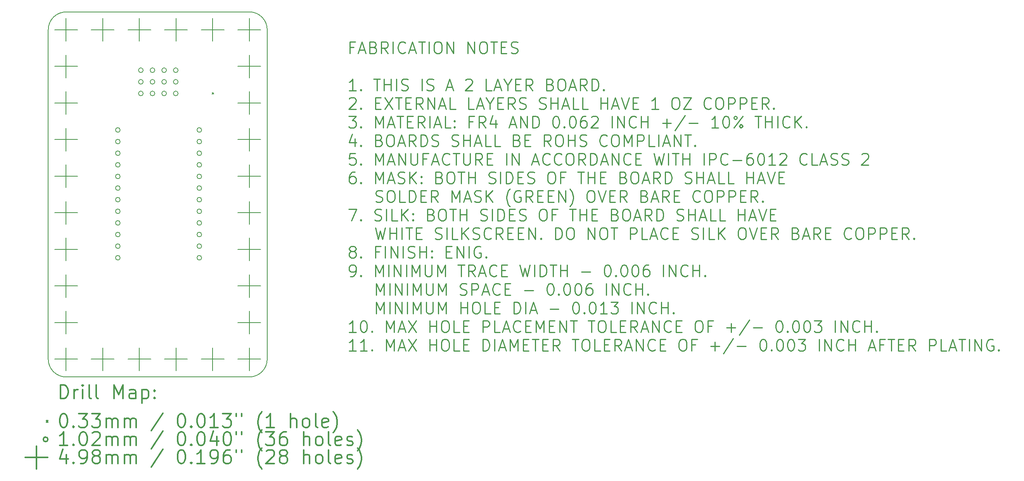
<source format=gbr>
G04 This is an RS-274x file exported by *
G04 gerbv version 2.6.0 *
G04 More information is available about gerbv at *
G04 http://gerbv.gpleda.org/ *
G04 --End of header info--*
%MOIN*%
%FSLAX34Y34*%
%IPPOS*%
G04 --Define apertures--*
%ADD10C,0.0050*%
%ADD11C,0.0060*%
%ADD12C,0.0079*%
%ADD13C,0.0118*%
%ADD14C,0.0138*%
%ADD15C,0.0016*%
%ADD16C,0.0100*%
G04 --Start main section--*
G54D11*
G01X0040511Y-012517D02*
G75*
G03X0038976Y-010982I-001535J0000000D01*
G01X0023228Y-010984D02*
G75*
G03X0021693Y-012520I0000000J-001535D01*
G01X0021693Y-040866D02*
G75*
G03X0023228Y-042402I0001535J0000000D01*
G01X0038976Y-042402D02*
G75*
G03X0040512Y-040866I0000000J0001535D01*
G01X0021693Y-040866D02*
G01X0021693Y-012520D01*
G01X0038976Y-042402D02*
G01X0023228Y-042402D01*
G01X0040512Y-012520D02*
G01X0040512Y-040866D01*
G01X0023228Y-010984D02*
G01X0038976Y-010984D01*
G54D12*
G01X0035776Y-017935D02*
G01X0035906Y-018065D01*
G01X0035906Y-017935D02*
G01X0035776Y-018065D01*
G01X0027872Y-021143D02*
G75*
G03X0027872Y-021143I-000200J0000000D01*
G01X0027872Y-022143D02*
G75*
G03X0027872Y-022143I-000200J0000000D01*
G01X0027872Y-023143D02*
G75*
G03X0027872Y-023143I-000200J0000000D01*
G01X0027872Y-024143D02*
G75*
G03X0027872Y-024143I-000200J0000000D01*
G01X0027872Y-025143D02*
G75*
G03X0027872Y-025143I-000200J0000000D01*
G01X0027872Y-026143D02*
G75*
G03X0027872Y-026143I-000200J0000000D01*
G01X0027872Y-027143D02*
G75*
G03X0027872Y-027143I-000200J0000000D01*
G01X0027872Y-028143D02*
G75*
G03X0027872Y-028143I-000200J0000000D01*
G01X0027872Y-029143D02*
G75*
G03X0027872Y-029143I-000200J0000000D01*
G01X0027872Y-030143D02*
G75*
G03X0027872Y-030143I-000200J0000000D01*
G01X0027872Y-031143D02*
G75*
G03X0027872Y-031143I-000200J0000000D01*
G01X0027872Y-032143D02*
G75*
G03X0027872Y-032143I-000200J0000000D01*
G01X0029850Y-016000D02*
G75*
G03X0029850Y-016000I-000200J0000000D01*
G01X0029850Y-017000D02*
G75*
G03X0029850Y-017000I-000200J0000000D01*
G01X0029850Y-018000D02*
G75*
G03X0029850Y-018000I-000200J0000000D01*
G01X0030850Y-016000D02*
G75*
G03X0030850Y-016000I-000200J0000000D01*
G01X0030850Y-017000D02*
G75*
G03X0030850Y-017000I-000200J0000000D01*
G01X0030850Y-018000D02*
G75*
G03X0030850Y-018000I-000200J0000000D01*
G01X0031850Y-016000D02*
G75*
G03X0031850Y-016000I-000200J0000000D01*
G01X0031850Y-017000D02*
G75*
G03X0031850Y-017000I-000200J0000000D01*
G01X0031850Y-018000D02*
G75*
G03X0031850Y-018000I-000200J0000000D01*
G01X0032850Y-016000D02*
G75*
G03X0032850Y-016000I-000200J0000000D01*
G01X0032850Y-017000D02*
G75*
G03X0032850Y-017000I-000200J0000000D01*
G01X0032850Y-018000D02*
G75*
G03X0032850Y-018000I-000200J0000000D01*
G01X0034872Y-021143D02*
G75*
G03X0034872Y-021143I-000200J0000000D01*
G01X0034872Y-022143D02*
G75*
G03X0034872Y-022143I-000200J0000000D01*
G01X0034872Y-023143D02*
G75*
G03X0034872Y-023143I-000200J0000000D01*
G01X0034872Y-024143D02*
G75*
G03X0034872Y-024143I-000200J0000000D01*
G01X0034872Y-025143D02*
G75*
G03X0034872Y-025143I-000200J0000000D01*
G01X0034872Y-026143D02*
G75*
G03X0034872Y-026143I-000200J0000000D01*
G01X0034872Y-027143D02*
G75*
G03X0034872Y-027143I-000200J0000000D01*
G01X0034872Y-028143D02*
G75*
G03X0034872Y-028143I-000200J0000000D01*
G01X0034872Y-029143D02*
G75*
G03X0034872Y-029143I-000200J0000000D01*
G01X0034872Y-030143D02*
G75*
G03X0034872Y-030143I-000200J0000000D01*
G01X0034872Y-031143D02*
G75*
G03X0034872Y-031143I-000200J0000000D01*
G01X0034872Y-032143D02*
G75*
G03X0034872Y-032143I-000200J0000000D01*
G01X0023228Y-014689D02*
G01X0023228Y-016650D01*
G01X0022248Y-015669D02*
G01X0024208Y-015669D01*
G01X0023228Y-017839D02*
G01X0023228Y-019799D01*
G01X0022248Y-018819D02*
G01X0024208Y-018819D01*
G01X0023228Y-020988D02*
G01X0023228Y-022949D01*
G01X0022248Y-021969D02*
G01X0024208Y-021969D01*
G01X0023228Y-024138D02*
G01X0023228Y-026098D01*
G01X0022248Y-025118D02*
G01X0024208Y-025118D01*
G01X0023228Y-027287D02*
G01X0023228Y-029248D01*
G01X0022248Y-028268D02*
G01X0024208Y-028268D01*
G01X0023228Y-030437D02*
G01X0023228Y-032398D01*
G01X0022248Y-031417D02*
G01X0024208Y-031417D01*
G01X0023228Y-033587D02*
G01X0023228Y-035547D01*
G01X0022248Y-034567D02*
G01X0024208Y-034567D01*
G01X0023228Y-036736D02*
G01X0023228Y-038697D01*
G01X0022248Y-037717D02*
G01X0024208Y-037717D01*
G01X0023228Y-011539D02*
G01X0023228Y-013500D01*
G01X0022248Y-012520D02*
G01X0024209Y-012520D01*
G01X0023228Y-039886D02*
G01X0023228Y-041846D01*
G01X0022248Y-040866D02*
G01X0024209Y-040866D01*
G01X0026378Y-011539D02*
G01X0026378Y-013500D01*
G01X0025397Y-012520D02*
G01X0027358Y-012520D01*
G01X0026378Y-039886D02*
G01X0026378Y-041846D01*
G01X0025397Y-040866D02*
G01X0027358Y-040866D01*
G01X0029527Y-011539D02*
G01X0029527Y-013500D01*
G01X0028547Y-012520D02*
G01X0030507Y-012520D01*
G01X0029527Y-039886D02*
G01X0029527Y-041846D01*
G01X0028547Y-040866D02*
G01X0030507Y-040866D01*
G01X0032677Y-011539D02*
G01X0032677Y-013500D01*
G01X0031696Y-012520D02*
G01X0033657Y-012520D01*
G01X0032677Y-039886D02*
G01X0032677Y-041846D01*
G01X0031696Y-040866D02*
G01X0033657Y-040866D01*
G01X0035826Y-011539D02*
G01X0035826Y-013500D01*
G01X0034846Y-012520D02*
G01X0036807Y-012520D01*
G01X0035826Y-039886D02*
G01X0035826Y-041846D01*
G01X0034846Y-040866D02*
G01X0036807Y-040866D01*
G01X0038976Y-011539D02*
G01X0038976Y-013500D01*
G01X0037996Y-012520D02*
G01X0039956Y-012520D01*
G01X0038976Y-014689D02*
G01X0038976Y-016650D01*
G01X0037996Y-015669D02*
G01X0039956Y-015669D01*
G01X0038976Y-017839D02*
G01X0038976Y-019799D01*
G01X0037996Y-018819D02*
G01X0039956Y-018819D01*
G01X0038976Y-020988D02*
G01X0038976Y-022949D01*
G01X0037996Y-021969D02*
G01X0039956Y-021969D01*
G01X0038976Y-027287D02*
G01X0038976Y-029248D01*
G01X0037996Y-028268D02*
G01X0039956Y-028268D01*
G01X0038976Y-039886D02*
G01X0038976Y-041846D01*
G01X0037996Y-040866D02*
G01X0039956Y-040866D01*
G01X0038976Y-024138D02*
G01X0038976Y-026098D01*
G01X0037996Y-025118D02*
G01X0039957Y-025118D01*
G01X0038976Y-030437D02*
G01X0038976Y-032398D01*
G01X0037996Y-031417D02*
G01X0039957Y-031417D01*
G01X0038976Y-033587D02*
G01X0038976Y-035547D01*
G01X0037996Y-034567D02*
G01X0039957Y-034567D01*
G01X0038976Y-036736D02*
G01X0038976Y-038697D01*
G01X0037996Y-037717D02*
G01X0039957Y-037717D01*
G54D13*
G01X0022731Y-044265D02*
G01X0022731Y-043084D01*
G01X0022731Y-043084D02*
G01X0023012Y-043084D01*
G01X0023012Y-043084D02*
G01X0023181Y-043140D01*
G01X0023181Y-043140D02*
G01X0023294Y-043253D01*
G01X0023294Y-043253D02*
G01X0023350Y-043365D01*
G01X0023350Y-043365D02*
G01X0023406Y-043590D01*
G01X0023406Y-043590D02*
G01X0023406Y-043759D01*
G01X0023406Y-043759D02*
G01X0023350Y-043984D01*
G01X0023350Y-043984D02*
G01X0023294Y-044096D01*
G01X0023294Y-044096D02*
G01X0023181Y-044209D01*
G01X0023181Y-044209D02*
G01X0023012Y-044265D01*
G01X0023012Y-044265D02*
G01X0022731Y-044265D01*
G01X0023912Y-044265D02*
G01X0023912Y-043478D01*
G01X0023912Y-043703D02*
G01X0023968Y-043590D01*
G01X0023968Y-043590D02*
G01X0024025Y-043534D01*
G01X0024025Y-043534D02*
G01X0024137Y-043478D01*
G01X0024137Y-043478D02*
G01X0024250Y-043478D01*
G01X0024643Y-044265D02*
G01X0024643Y-043478D01*
G01X0024643Y-043084D02*
G01X0024587Y-043140D01*
G01X0024587Y-043140D02*
G01X0024643Y-043196D01*
G01X0024643Y-043196D02*
G01X0024700Y-043140D01*
G01X0024700Y-043140D02*
G01X0024643Y-043084D01*
G01X0024643Y-043084D02*
G01X0024643Y-043196D01*
G01X0025375Y-044265D02*
G01X0025262Y-044209D01*
G01X0025262Y-044209D02*
G01X0025206Y-044096D01*
G01X0025206Y-044096D02*
G01X0025206Y-043084D01*
G01X0025993Y-044265D02*
G01X0025881Y-044209D01*
G01X0025881Y-044209D02*
G01X0025825Y-044096D01*
G01X0025825Y-044096D02*
G01X0025825Y-043084D01*
G01X0027343Y-044265D02*
G01X0027343Y-043084D01*
G01X0027343Y-043084D02*
G01X0027737Y-043928D01*
G01X0027737Y-043928D02*
G01X0028130Y-043084D01*
G01X0028130Y-043084D02*
G01X0028130Y-044265D01*
G01X0029199Y-044265D02*
G01X0029199Y-043646D01*
G01X0029199Y-043646D02*
G01X0029143Y-043534D01*
G01X0029143Y-043534D02*
G01X0029030Y-043478D01*
G01X0029030Y-043478D02*
G01X0028805Y-043478D01*
G01X0028805Y-043478D02*
G01X0028693Y-043534D01*
G01X0029199Y-044209D02*
G01X0029087Y-044265D01*
G01X0029087Y-044265D02*
G01X0028805Y-044265D01*
G01X0028805Y-044265D02*
G01X0028693Y-044209D01*
G01X0028693Y-044209D02*
G01X0028637Y-044096D01*
G01X0028637Y-044096D02*
G01X0028637Y-043984D01*
G01X0028637Y-043984D02*
G01X0028693Y-043871D01*
G01X0028693Y-043871D02*
G01X0028805Y-043815D01*
G01X0028805Y-043815D02*
G01X0029087Y-043815D01*
G01X0029087Y-043815D02*
G01X0029199Y-043759D01*
G01X0029762Y-043478D02*
G01X0029762Y-044659D01*
G01X0029762Y-043534D02*
G01X0029874Y-043478D01*
G01X0029874Y-043478D02*
G01X0030099Y-043478D01*
G01X0030099Y-043478D02*
G01X0030211Y-043534D01*
G01X0030211Y-043534D02*
G01X0030268Y-043590D01*
G01X0030268Y-043590D02*
G01X0030324Y-043703D01*
G01X0030324Y-043703D02*
G01X0030324Y-044040D01*
G01X0030324Y-044040D02*
G01X0030268Y-044153D01*
G01X0030268Y-044153D02*
G01X0030211Y-044209D01*
G01X0030211Y-044209D02*
G01X0030099Y-044265D01*
G01X0030099Y-044265D02*
G01X0029874Y-044265D01*
G01X0029874Y-044265D02*
G01X0029762Y-044209D01*
G01X0030830Y-044153D02*
G01X0030886Y-044209D01*
G01X0030886Y-044209D02*
G01X0030830Y-044265D01*
G01X0030830Y-044265D02*
G01X0030774Y-044209D01*
G01X0030774Y-044209D02*
G01X0030830Y-044153D01*
G01X0030830Y-044153D02*
G01X0030830Y-044265D01*
G01X0030830Y-043534D02*
G01X0030886Y-043590D01*
G01X0030886Y-043590D02*
G01X0030830Y-043646D01*
G01X0030830Y-043646D02*
G01X0030774Y-043590D01*
G01X0030774Y-043590D02*
G01X0030830Y-043534D01*
G01X0030830Y-043534D02*
G01X0030830Y-043646D01*
G01X0021533Y-046146D02*
G01X0021663Y-046276D01*
G01X0021663Y-046146D02*
G01X0021533Y-046276D01*
G01X0022956Y-045564D02*
G01X0023069Y-045564D01*
G01X0023069Y-045564D02*
G01X0023181Y-045621D01*
G01X0023181Y-045621D02*
G01X0023237Y-045677D01*
G01X0023237Y-045677D02*
G01X0023294Y-045789D01*
G01X0023294Y-045789D02*
G01X0023350Y-046014D01*
G01X0023350Y-046014D02*
G01X0023350Y-046295D01*
G01X0023350Y-046295D02*
G01X0023294Y-046520D01*
G01X0023294Y-046520D02*
G01X0023237Y-046633D01*
G01X0023237Y-046633D02*
G01X0023181Y-046689D01*
G01X0023181Y-046689D02*
G01X0023069Y-046745D01*
G01X0023069Y-046745D02*
G01X0022956Y-046745D01*
G01X0022956Y-046745D02*
G01X0022844Y-046689D01*
G01X0022844Y-046689D02*
G01X0022787Y-046633D01*
G01X0022787Y-046633D02*
G01X0022731Y-046520D01*
G01X0022731Y-046520D02*
G01X0022675Y-046295D01*
G01X0022675Y-046295D02*
G01X0022675Y-046014D01*
G01X0022675Y-046014D02*
G01X0022731Y-045789D01*
G01X0022731Y-045789D02*
G01X0022787Y-045677D01*
G01X0022787Y-045677D02*
G01X0022844Y-045621D01*
G01X0022844Y-045621D02*
G01X0022956Y-045564D01*
G01X0023856Y-046633D02*
G01X0023912Y-046689D01*
G01X0023912Y-046689D02*
G01X0023856Y-046745D01*
G01X0023856Y-046745D02*
G01X0023800Y-046689D01*
G01X0023800Y-046689D02*
G01X0023856Y-046633D01*
G01X0023856Y-046633D02*
G01X0023856Y-046745D01*
G01X0024306Y-045564D02*
G01X0025037Y-045564D01*
G01X0025037Y-045564D02*
G01X0024643Y-046014D01*
G01X0024643Y-046014D02*
G01X0024812Y-046014D01*
G01X0024812Y-046014D02*
G01X0024925Y-046070D01*
G01X0024925Y-046070D02*
G01X0024981Y-046127D01*
G01X0024981Y-046127D02*
G01X0025037Y-046239D01*
G01X0025037Y-046239D02*
G01X0025037Y-046520D01*
G01X0025037Y-046520D02*
G01X0024981Y-046633D01*
G01X0024981Y-046633D02*
G01X0024925Y-046689D01*
G01X0024925Y-046689D02*
G01X0024812Y-046745D01*
G01X0024812Y-046745D02*
G01X0024475Y-046745D01*
G01X0024475Y-046745D02*
G01X0024362Y-046689D01*
G01X0024362Y-046689D02*
G01X0024306Y-046633D01*
G01X0025431Y-045564D02*
G01X0026162Y-045564D01*
G01X0026162Y-045564D02*
G01X0025768Y-046014D01*
G01X0025768Y-046014D02*
G01X0025937Y-046014D01*
G01X0025937Y-046014D02*
G01X0026049Y-046070D01*
G01X0026049Y-046070D02*
G01X0026106Y-046127D01*
G01X0026106Y-046127D02*
G01X0026162Y-046239D01*
G01X0026162Y-046239D02*
G01X0026162Y-046520D01*
G01X0026162Y-046520D02*
G01X0026106Y-046633D01*
G01X0026106Y-046633D02*
G01X0026049Y-046689D01*
G01X0026049Y-046689D02*
G01X0025937Y-046745D01*
G01X0025937Y-046745D02*
G01X0025600Y-046745D01*
G01X0025600Y-046745D02*
G01X0025487Y-046689D01*
G01X0025487Y-046689D02*
G01X0025431Y-046633D01*
G01X0026668Y-046745D02*
G01X0026668Y-045958D01*
G01X0026668Y-046070D02*
G01X0026724Y-046014D01*
G01X0026724Y-046014D02*
G01X0026837Y-045958D01*
G01X0026837Y-045958D02*
G01X0027006Y-045958D01*
G01X0027006Y-045958D02*
G01X0027118Y-046014D01*
G01X0027118Y-046014D02*
G01X0027174Y-046127D01*
G01X0027174Y-046127D02*
G01X0027174Y-046745D01*
G01X0027174Y-046127D02*
G01X0027231Y-046014D01*
G01X0027231Y-046014D02*
G01X0027343Y-045958D01*
G01X0027343Y-045958D02*
G01X0027512Y-045958D01*
G01X0027512Y-045958D02*
G01X0027624Y-046014D01*
G01X0027624Y-046014D02*
G01X0027681Y-046127D01*
G01X0027681Y-046127D02*
G01X0027681Y-046745D01*
G01X0028243Y-046745D02*
G01X0028243Y-045958D01*
G01X0028243Y-046070D02*
G01X0028299Y-046014D01*
G01X0028299Y-046014D02*
G01X0028412Y-045958D01*
G01X0028412Y-045958D02*
G01X0028580Y-045958D01*
G01X0028580Y-045958D02*
G01X0028693Y-046014D01*
G01X0028693Y-046014D02*
G01X0028749Y-046127D01*
G01X0028749Y-046127D02*
G01X0028749Y-046745D01*
G01X0028749Y-046127D02*
G01X0028805Y-046014D01*
G01X0028805Y-046014D02*
G01X0028918Y-045958D01*
G01X0028918Y-045958D02*
G01X0029087Y-045958D01*
G01X0029087Y-045958D02*
G01X0029199Y-046014D01*
G01X0029199Y-046014D02*
G01X0029255Y-046127D01*
G01X0029255Y-046127D02*
G01X0029255Y-046745D01*
G01X0031561Y-045508D02*
G01X0030549Y-047027D01*
G01X0033080Y-045564D02*
G01X0033192Y-045564D01*
G01X0033192Y-045564D02*
G01X0033305Y-045621D01*
G01X0033305Y-045621D02*
G01X0033361Y-045677D01*
G01X0033361Y-045677D02*
G01X0033417Y-045789D01*
G01X0033417Y-045789D02*
G01X0033474Y-046014D01*
G01X0033474Y-046014D02*
G01X0033474Y-046295D01*
G01X0033474Y-046295D02*
G01X0033417Y-046520D01*
G01X0033417Y-046520D02*
G01X0033361Y-046633D01*
G01X0033361Y-046633D02*
G01X0033305Y-046689D01*
G01X0033305Y-046689D02*
G01X0033192Y-046745D01*
G01X0033192Y-046745D02*
G01X0033080Y-046745D01*
G01X0033080Y-046745D02*
G01X0032967Y-046689D01*
G01X0032967Y-046689D02*
G01X0032911Y-046633D01*
G01X0032911Y-046633D02*
G01X0032855Y-046520D01*
G01X0032855Y-046520D02*
G01X0032799Y-046295D01*
G01X0032799Y-046295D02*
G01X0032799Y-046014D01*
G01X0032799Y-046014D02*
G01X0032855Y-045789D01*
G01X0032855Y-045789D02*
G01X0032911Y-045677D01*
G01X0032911Y-045677D02*
G01X0032967Y-045621D01*
G01X0032967Y-045621D02*
G01X0033080Y-045564D01*
G01X0033980Y-046633D02*
G01X0034036Y-046689D01*
G01X0034036Y-046689D02*
G01X0033980Y-046745D01*
G01X0033980Y-046745D02*
G01X0033923Y-046689D01*
G01X0033923Y-046689D02*
G01X0033980Y-046633D01*
G01X0033980Y-046633D02*
G01X0033980Y-046745D01*
G01X0034767Y-045564D02*
G01X0034880Y-045564D01*
G01X0034880Y-045564D02*
G01X0034992Y-045621D01*
G01X0034992Y-045621D02*
G01X0035048Y-045677D01*
G01X0035048Y-045677D02*
G01X0035105Y-045789D01*
G01X0035105Y-045789D02*
G01X0035161Y-046014D01*
G01X0035161Y-046014D02*
G01X0035161Y-046295D01*
G01X0035161Y-046295D02*
G01X0035105Y-046520D01*
G01X0035105Y-046520D02*
G01X0035048Y-046633D01*
G01X0035048Y-046633D02*
G01X0034992Y-046689D01*
G01X0034992Y-046689D02*
G01X0034880Y-046745D01*
G01X0034880Y-046745D02*
G01X0034767Y-046745D01*
G01X0034767Y-046745D02*
G01X0034655Y-046689D01*
G01X0034655Y-046689D02*
G01X0034598Y-046633D01*
G01X0034598Y-046633D02*
G01X0034542Y-046520D01*
G01X0034542Y-046520D02*
G01X0034486Y-046295D01*
G01X0034486Y-046295D02*
G01X0034486Y-046014D01*
G01X0034486Y-046014D02*
G01X0034542Y-045789D01*
G01X0034542Y-045789D02*
G01X0034598Y-045677D01*
G01X0034598Y-045677D02*
G01X0034655Y-045621D01*
G01X0034655Y-045621D02*
G01X0034767Y-045564D01*
G01X0036286Y-046745D02*
G01X0035611Y-046745D01*
G01X0035948Y-046745D02*
G01X0035948Y-045564D01*
G01X0035948Y-045564D02*
G01X0035836Y-045733D01*
G01X0035836Y-045733D02*
G01X0035723Y-045846D01*
G01X0035723Y-045846D02*
G01X0035611Y-045902D01*
G01X0036679Y-045564D02*
G01X0037411Y-045564D01*
G01X0037411Y-045564D02*
G01X0037017Y-046014D01*
G01X0037017Y-046014D02*
G01X0037186Y-046014D01*
G01X0037186Y-046014D02*
G01X0037298Y-046070D01*
G01X0037298Y-046070D02*
G01X0037354Y-046127D01*
G01X0037354Y-046127D02*
G01X0037411Y-046239D01*
G01X0037411Y-046239D02*
G01X0037411Y-046520D01*
G01X0037411Y-046520D02*
G01X0037354Y-046633D01*
G01X0037354Y-046633D02*
G01X0037298Y-046689D01*
G01X0037298Y-046689D02*
G01X0037186Y-046745D01*
G01X0037186Y-046745D02*
G01X0036848Y-046745D01*
G01X0036848Y-046745D02*
G01X0036736Y-046689D01*
G01X0036736Y-046689D02*
G01X0036679Y-046633D01*
G01X0037860Y-045564D02*
G01X0037860Y-045789D01*
G01X0038310Y-045564D02*
G01X0038310Y-045789D01*
G01X0040054Y-047195D02*
G01X0039998Y-047139D01*
G01X0039998Y-047139D02*
G01X0039885Y-046970D01*
G01X0039885Y-046970D02*
G01X0039829Y-046858D01*
G01X0039829Y-046858D02*
G01X0039773Y-046689D01*
G01X0039773Y-046689D02*
G01X0039717Y-046408D01*
G01X0039717Y-046408D02*
G01X0039717Y-046183D01*
G01X0039717Y-046183D02*
G01X0039773Y-045902D01*
G01X0039773Y-045902D02*
G01X0039829Y-045733D01*
G01X0039829Y-045733D02*
G01X0039885Y-045621D01*
G01X0039885Y-045621D02*
G01X0039998Y-045452D01*
G01X0039998Y-045452D02*
G01X0040054Y-045396D01*
G01X0041123Y-046745D02*
G01X0040448Y-046745D01*
G01X0040785Y-046745D02*
G01X0040785Y-045564D01*
G01X0040785Y-045564D02*
G01X0040673Y-045733D01*
G01X0040673Y-045733D02*
G01X0040560Y-045846D01*
G01X0040560Y-045846D02*
G01X0040448Y-045902D01*
G01X0042529Y-046745D02*
G01X0042529Y-045564D01*
G01X0043035Y-046745D02*
G01X0043035Y-046127D01*
G01X0043035Y-046127D02*
G01X0042979Y-046014D01*
G01X0042979Y-046014D02*
G01X0042866Y-045958D01*
G01X0042866Y-045958D02*
G01X0042697Y-045958D01*
G01X0042697Y-045958D02*
G01X0042585Y-046014D01*
G01X0042585Y-046014D02*
G01X0042529Y-046070D01*
G01X0043766Y-046745D02*
G01X0043654Y-046689D01*
G01X0043654Y-046689D02*
G01X0043597Y-046633D01*
G01X0043597Y-046633D02*
G01X0043541Y-046520D01*
G01X0043541Y-046520D02*
G01X0043541Y-046183D01*
G01X0043541Y-046183D02*
G01X0043597Y-046070D01*
G01X0043597Y-046070D02*
G01X0043654Y-046014D01*
G01X0043654Y-046014D02*
G01X0043766Y-045958D01*
G01X0043766Y-045958D02*
G01X0043935Y-045958D01*
G01X0043935Y-045958D02*
G01X0044047Y-046014D01*
G01X0044047Y-046014D02*
G01X0044103Y-046070D01*
G01X0044103Y-046070D02*
G01X0044160Y-046183D01*
G01X0044160Y-046183D02*
G01X0044160Y-046520D01*
G01X0044160Y-046520D02*
G01X0044103Y-046633D01*
G01X0044103Y-046633D02*
G01X0044047Y-046689D01*
G01X0044047Y-046689D02*
G01X0043935Y-046745D01*
G01X0043935Y-046745D02*
G01X0043766Y-046745D01*
G01X0044835Y-046745D02*
G01X0044722Y-046689D01*
G01X0044722Y-046689D02*
G01X0044666Y-046577D01*
G01X0044666Y-046577D02*
G01X0044666Y-045564D01*
G01X0045735Y-046689D02*
G01X0045622Y-046745D01*
G01X0045622Y-046745D02*
G01X0045397Y-046745D01*
G01X0045397Y-046745D02*
G01X0045285Y-046689D01*
G01X0045285Y-046689D02*
G01X0045228Y-046577D01*
G01X0045228Y-046577D02*
G01X0045228Y-046127D01*
G01X0045228Y-046127D02*
G01X0045285Y-046014D01*
G01X0045285Y-046014D02*
G01X0045397Y-045958D01*
G01X0045397Y-045958D02*
G01X0045622Y-045958D01*
G01X0045622Y-045958D02*
G01X0045735Y-046014D01*
G01X0045735Y-046014D02*
G01X0045791Y-046127D01*
G01X0045791Y-046127D02*
G01X0045791Y-046239D01*
G01X0045791Y-046239D02*
G01X0045228Y-046352D01*
G01X0046184Y-047195D02*
G01X0046241Y-047139D01*
G01X0046241Y-047139D02*
G01X0046353Y-046970D01*
G01X0046353Y-046970D02*
G01X0046409Y-046858D01*
G01X0046409Y-046858D02*
G01X0046466Y-046689D01*
G01X0046466Y-046689D02*
G01X0046522Y-046408D01*
G01X0046522Y-046408D02*
G01X0046522Y-046183D01*
G01X0046522Y-046183D02*
G01X0046466Y-045902D01*
G01X0046466Y-045902D02*
G01X0046409Y-045733D01*
G01X0046409Y-045733D02*
G01X0046353Y-045621D01*
G01X0046353Y-045621D02*
G01X0046241Y-045452D01*
G01X0046241Y-045452D02*
G01X0046184Y-045396D01*
G01X0021663Y-047770D02*
G75*
G03X0021663Y-047770I-000200J0000000D01*
G01X0023350Y-048304D02*
G01X0022675Y-048304D01*
G01X0023012Y-048304D02*
G01X0023012Y-047123D01*
G01X0023012Y-047123D02*
G01X0022900Y-047292D01*
G01X0022900Y-047292D02*
G01X0022787Y-047405D01*
G01X0022787Y-047405D02*
G01X0022675Y-047461D01*
G01X0023856Y-048192D02*
G01X0023912Y-048248D01*
G01X0023912Y-048248D02*
G01X0023856Y-048304D01*
G01X0023856Y-048304D02*
G01X0023800Y-048248D01*
G01X0023800Y-048248D02*
G01X0023856Y-048192D01*
G01X0023856Y-048192D02*
G01X0023856Y-048304D01*
G01X0024643Y-047123D02*
G01X0024756Y-047123D01*
G01X0024756Y-047123D02*
G01X0024868Y-047180D01*
G01X0024868Y-047180D02*
G01X0024925Y-047236D01*
G01X0024925Y-047236D02*
G01X0024981Y-047348D01*
G01X0024981Y-047348D02*
G01X0025037Y-047573D01*
G01X0025037Y-047573D02*
G01X0025037Y-047855D01*
G01X0025037Y-047855D02*
G01X0024981Y-048079D01*
G01X0024981Y-048079D02*
G01X0024925Y-048192D01*
G01X0024925Y-048192D02*
G01X0024868Y-048248D01*
G01X0024868Y-048248D02*
G01X0024756Y-048304D01*
G01X0024756Y-048304D02*
G01X0024643Y-048304D01*
G01X0024643Y-048304D02*
G01X0024531Y-048248D01*
G01X0024531Y-048248D02*
G01X0024475Y-048192D01*
G01X0024475Y-048192D02*
G01X0024418Y-048079D01*
G01X0024418Y-048079D02*
G01X0024362Y-047855D01*
G01X0024362Y-047855D02*
G01X0024362Y-047573D01*
G01X0024362Y-047573D02*
G01X0024418Y-047348D01*
G01X0024418Y-047348D02*
G01X0024475Y-047236D01*
G01X0024475Y-047236D02*
G01X0024531Y-047180D01*
G01X0024531Y-047180D02*
G01X0024643Y-047123D01*
G01X0025487Y-047236D02*
G01X0025543Y-047180D01*
G01X0025543Y-047180D02*
G01X0025656Y-047123D01*
G01X0025656Y-047123D02*
G01X0025937Y-047123D01*
G01X0025937Y-047123D02*
G01X0026049Y-047180D01*
G01X0026049Y-047180D02*
G01X0026106Y-047236D01*
G01X0026106Y-047236D02*
G01X0026162Y-047348D01*
G01X0026162Y-047348D02*
G01X0026162Y-047461D01*
G01X0026162Y-047461D02*
G01X0026106Y-047630D01*
G01X0026106Y-047630D02*
G01X0025431Y-048304D01*
G01X0025431Y-048304D02*
G01X0026162Y-048304D01*
G01X0026668Y-048304D02*
G01X0026668Y-047517D01*
G01X0026668Y-047630D02*
G01X0026724Y-047573D01*
G01X0026724Y-047573D02*
G01X0026837Y-047517D01*
G01X0026837Y-047517D02*
G01X0027006Y-047517D01*
G01X0027006Y-047517D02*
G01X0027118Y-047573D01*
G01X0027118Y-047573D02*
G01X0027174Y-047686D01*
G01X0027174Y-047686D02*
G01X0027174Y-048304D01*
G01X0027174Y-047686D02*
G01X0027231Y-047573D01*
G01X0027231Y-047573D02*
G01X0027343Y-047517D01*
G01X0027343Y-047517D02*
G01X0027512Y-047517D01*
G01X0027512Y-047517D02*
G01X0027624Y-047573D01*
G01X0027624Y-047573D02*
G01X0027681Y-047686D01*
G01X0027681Y-047686D02*
G01X0027681Y-048304D01*
G01X0028243Y-048304D02*
G01X0028243Y-047517D01*
G01X0028243Y-047630D02*
G01X0028299Y-047573D01*
G01X0028299Y-047573D02*
G01X0028412Y-047517D01*
G01X0028412Y-047517D02*
G01X0028580Y-047517D01*
G01X0028580Y-047517D02*
G01X0028693Y-047573D01*
G01X0028693Y-047573D02*
G01X0028749Y-047686D01*
G01X0028749Y-047686D02*
G01X0028749Y-048304D01*
G01X0028749Y-047686D02*
G01X0028805Y-047573D01*
G01X0028805Y-047573D02*
G01X0028918Y-047517D01*
G01X0028918Y-047517D02*
G01X0029087Y-047517D01*
G01X0029087Y-047517D02*
G01X0029199Y-047573D01*
G01X0029199Y-047573D02*
G01X0029255Y-047686D01*
G01X0029255Y-047686D02*
G01X0029255Y-048304D01*
G01X0031561Y-047067D02*
G01X0030549Y-048586D01*
G01X0033080Y-047123D02*
G01X0033192Y-047123D01*
G01X0033192Y-047123D02*
G01X0033305Y-047180D01*
G01X0033305Y-047180D02*
G01X0033361Y-047236D01*
G01X0033361Y-047236D02*
G01X0033417Y-047348D01*
G01X0033417Y-047348D02*
G01X0033474Y-047573D01*
G01X0033474Y-047573D02*
G01X0033474Y-047855D01*
G01X0033474Y-047855D02*
G01X0033417Y-048079D01*
G01X0033417Y-048079D02*
G01X0033361Y-048192D01*
G01X0033361Y-048192D02*
G01X0033305Y-048248D01*
G01X0033305Y-048248D02*
G01X0033192Y-048304D01*
G01X0033192Y-048304D02*
G01X0033080Y-048304D01*
G01X0033080Y-048304D02*
G01X0032967Y-048248D01*
G01X0032967Y-048248D02*
G01X0032911Y-048192D01*
G01X0032911Y-048192D02*
G01X0032855Y-048079D01*
G01X0032855Y-048079D02*
G01X0032799Y-047855D01*
G01X0032799Y-047855D02*
G01X0032799Y-047573D01*
G01X0032799Y-047573D02*
G01X0032855Y-047348D01*
G01X0032855Y-047348D02*
G01X0032911Y-047236D01*
G01X0032911Y-047236D02*
G01X0032967Y-047180D01*
G01X0032967Y-047180D02*
G01X0033080Y-047123D01*
G01X0033980Y-048192D02*
G01X0034036Y-048248D01*
G01X0034036Y-048248D02*
G01X0033980Y-048304D01*
G01X0033980Y-048304D02*
G01X0033923Y-048248D01*
G01X0033923Y-048248D02*
G01X0033980Y-048192D01*
G01X0033980Y-048192D02*
G01X0033980Y-048304D01*
G01X0034767Y-047123D02*
G01X0034880Y-047123D01*
G01X0034880Y-047123D02*
G01X0034992Y-047180D01*
G01X0034992Y-047180D02*
G01X0035048Y-047236D01*
G01X0035048Y-047236D02*
G01X0035105Y-047348D01*
G01X0035105Y-047348D02*
G01X0035161Y-047573D01*
G01X0035161Y-047573D02*
G01X0035161Y-047855D01*
G01X0035161Y-047855D02*
G01X0035105Y-048079D01*
G01X0035105Y-048079D02*
G01X0035048Y-048192D01*
G01X0035048Y-048192D02*
G01X0034992Y-048248D01*
G01X0034992Y-048248D02*
G01X0034880Y-048304D01*
G01X0034880Y-048304D02*
G01X0034767Y-048304D01*
G01X0034767Y-048304D02*
G01X0034655Y-048248D01*
G01X0034655Y-048248D02*
G01X0034598Y-048192D01*
G01X0034598Y-048192D02*
G01X0034542Y-048079D01*
G01X0034542Y-048079D02*
G01X0034486Y-047855D01*
G01X0034486Y-047855D02*
G01X0034486Y-047573D01*
G01X0034486Y-047573D02*
G01X0034542Y-047348D01*
G01X0034542Y-047348D02*
G01X0034598Y-047236D01*
G01X0034598Y-047236D02*
G01X0034655Y-047180D01*
G01X0034655Y-047180D02*
G01X0034767Y-047123D01*
G01X0036173Y-047517D02*
G01X0036173Y-048304D01*
G01X0035892Y-047067D02*
G01X0035611Y-047911D01*
G01X0035611Y-047911D02*
G01X0036342Y-047911D01*
G01X0037017Y-047123D02*
G01X0037129Y-047123D01*
G01X0037129Y-047123D02*
G01X0037242Y-047180D01*
G01X0037242Y-047180D02*
G01X0037298Y-047236D01*
G01X0037298Y-047236D02*
G01X0037354Y-047348D01*
G01X0037354Y-047348D02*
G01X0037411Y-047573D01*
G01X0037411Y-047573D02*
G01X0037411Y-047855D01*
G01X0037411Y-047855D02*
G01X0037354Y-048079D01*
G01X0037354Y-048079D02*
G01X0037298Y-048192D01*
G01X0037298Y-048192D02*
G01X0037242Y-048248D01*
G01X0037242Y-048248D02*
G01X0037129Y-048304D01*
G01X0037129Y-048304D02*
G01X0037017Y-048304D01*
G01X0037017Y-048304D02*
G01X0036904Y-048248D01*
G01X0036904Y-048248D02*
G01X0036848Y-048192D01*
G01X0036848Y-048192D02*
G01X0036792Y-048079D01*
G01X0036792Y-048079D02*
G01X0036736Y-047855D01*
G01X0036736Y-047855D02*
G01X0036736Y-047573D01*
G01X0036736Y-047573D02*
G01X0036792Y-047348D01*
G01X0036792Y-047348D02*
G01X0036848Y-047236D01*
G01X0036848Y-047236D02*
G01X0036904Y-047180D01*
G01X0036904Y-047180D02*
G01X0037017Y-047123D01*
G01X0037860Y-047123D02*
G01X0037860Y-047348D01*
G01X0038310Y-047123D02*
G01X0038310Y-047348D01*
G01X0040054Y-048754D02*
G01X0039998Y-048698D01*
G01X0039998Y-048698D02*
G01X0039885Y-048529D01*
G01X0039885Y-048529D02*
G01X0039829Y-048417D01*
G01X0039829Y-048417D02*
G01X0039773Y-048248D01*
G01X0039773Y-048248D02*
G01X0039717Y-047967D01*
G01X0039717Y-047967D02*
G01X0039717Y-047742D01*
G01X0039717Y-047742D02*
G01X0039773Y-047461D01*
G01X0039773Y-047461D02*
G01X0039829Y-047292D01*
G01X0039829Y-047292D02*
G01X0039885Y-047180D01*
G01X0039885Y-047180D02*
G01X0039998Y-047011D01*
G01X0039998Y-047011D02*
G01X0040054Y-046955D01*
G01X0040391Y-047123D02*
G01X0041123Y-047123D01*
G01X0041123Y-047123D02*
G01X0040729Y-047573D01*
G01X0040729Y-047573D02*
G01X0040898Y-047573D01*
G01X0040898Y-047573D02*
G01X0041010Y-047630D01*
G01X0041010Y-047630D02*
G01X0041066Y-047686D01*
G01X0041066Y-047686D02*
G01X0041123Y-047798D01*
G01X0041123Y-047798D02*
G01X0041123Y-048079D01*
G01X0041123Y-048079D02*
G01X0041066Y-048192D01*
G01X0041066Y-048192D02*
G01X0041010Y-048248D01*
G01X0041010Y-048248D02*
G01X0040898Y-048304D01*
G01X0040898Y-048304D02*
G01X0040560Y-048304D01*
G01X0040560Y-048304D02*
G01X0040448Y-048248D01*
G01X0040448Y-048248D02*
G01X0040391Y-048192D01*
G01X0042135Y-047123D02*
G01X0041910Y-047123D01*
G01X0041910Y-047123D02*
G01X0041798Y-047180D01*
G01X0041798Y-047180D02*
G01X0041741Y-047236D01*
G01X0041741Y-047236D02*
G01X0041629Y-047405D01*
G01X0041629Y-047405D02*
G01X0041573Y-047630D01*
G01X0041573Y-047630D02*
G01X0041573Y-048079D01*
G01X0041573Y-048079D02*
G01X0041629Y-048192D01*
G01X0041629Y-048192D02*
G01X0041685Y-048248D01*
G01X0041685Y-048248D02*
G01X0041798Y-048304D01*
G01X0041798Y-048304D02*
G01X0042022Y-048304D01*
G01X0042022Y-048304D02*
G01X0042135Y-048248D01*
G01X0042135Y-048248D02*
G01X0042191Y-048192D01*
G01X0042191Y-048192D02*
G01X0042247Y-048079D01*
G01X0042247Y-048079D02*
G01X0042247Y-047798D01*
G01X0042247Y-047798D02*
G01X0042191Y-047686D01*
G01X0042191Y-047686D02*
G01X0042135Y-047630D01*
G01X0042135Y-047630D02*
G01X0042022Y-047573D01*
G01X0042022Y-047573D02*
G01X0041798Y-047573D01*
G01X0041798Y-047573D02*
G01X0041685Y-047630D01*
G01X0041685Y-047630D02*
G01X0041629Y-047686D01*
G01X0041629Y-047686D02*
G01X0041573Y-047798D01*
G01X0043654Y-048304D02*
G01X0043654Y-047123D01*
G01X0044160Y-048304D02*
G01X0044160Y-047686D01*
G01X0044160Y-047686D02*
G01X0044103Y-047573D01*
G01X0044103Y-047573D02*
G01X0043991Y-047517D01*
G01X0043991Y-047517D02*
G01X0043822Y-047517D01*
G01X0043822Y-047517D02*
G01X0043710Y-047573D01*
G01X0043710Y-047573D02*
G01X0043654Y-047630D01*
G01X0044891Y-048304D02*
G01X0044778Y-048248D01*
G01X0044778Y-048248D02*
G01X0044722Y-048192D01*
G01X0044722Y-048192D02*
G01X0044666Y-048079D01*
G01X0044666Y-048079D02*
G01X0044666Y-047742D01*
G01X0044666Y-047742D02*
G01X0044722Y-047630D01*
G01X0044722Y-047630D02*
G01X0044778Y-047573D01*
G01X0044778Y-047573D02*
G01X0044891Y-047517D01*
G01X0044891Y-047517D02*
G01X0045060Y-047517D01*
G01X0045060Y-047517D02*
G01X0045172Y-047573D01*
G01X0045172Y-047573D02*
G01X0045228Y-047630D01*
G01X0045228Y-047630D02*
G01X0045285Y-047742D01*
G01X0045285Y-047742D02*
G01X0045285Y-048079D01*
G01X0045285Y-048079D02*
G01X0045228Y-048192D01*
G01X0045228Y-048192D02*
G01X0045172Y-048248D01*
G01X0045172Y-048248D02*
G01X0045060Y-048304D01*
G01X0045060Y-048304D02*
G01X0044891Y-048304D01*
G01X0045959Y-048304D02*
G01X0045847Y-048248D01*
G01X0045847Y-048248D02*
G01X0045791Y-048136D01*
G01X0045791Y-048136D02*
G01X0045791Y-047123D01*
G01X0046859Y-048248D02*
G01X0046747Y-048304D01*
G01X0046747Y-048304D02*
G01X0046522Y-048304D01*
G01X0046522Y-048304D02*
G01X0046409Y-048248D01*
G01X0046409Y-048248D02*
G01X0046353Y-048136D01*
G01X0046353Y-048136D02*
G01X0046353Y-047686D01*
G01X0046353Y-047686D02*
G01X0046409Y-047573D01*
G01X0046409Y-047573D02*
G01X0046522Y-047517D01*
G01X0046522Y-047517D02*
G01X0046747Y-047517D01*
G01X0046747Y-047517D02*
G01X0046859Y-047573D01*
G01X0046859Y-047573D02*
G01X0046916Y-047686D01*
G01X0046916Y-047686D02*
G01X0046916Y-047798D01*
G01X0046916Y-047798D02*
G01X0046353Y-047911D01*
G01X0047366Y-048248D02*
G01X0047478Y-048304D01*
G01X0047478Y-048304D02*
G01X0047703Y-048304D01*
G01X0047703Y-048304D02*
G01X0047816Y-048248D01*
G01X0047816Y-048248D02*
G01X0047872Y-048136D01*
G01X0047872Y-048136D02*
G01X0047872Y-048079D01*
G01X0047872Y-048079D02*
G01X0047816Y-047967D01*
G01X0047816Y-047967D02*
G01X0047703Y-047911D01*
G01X0047703Y-047911D02*
G01X0047534Y-047911D01*
G01X0047534Y-047911D02*
G01X0047422Y-047855D01*
G01X0047422Y-047855D02*
G01X0047366Y-047742D01*
G01X0047366Y-047742D02*
G01X0047366Y-047686D01*
G01X0047366Y-047686D02*
G01X0047422Y-047573D01*
G01X0047422Y-047573D02*
G01X0047534Y-047517D01*
G01X0047534Y-047517D02*
G01X0047703Y-047517D01*
G01X0047703Y-047517D02*
G01X0047816Y-047573D01*
G01X0048265Y-048754D02*
G01X0048322Y-048698D01*
G01X0048322Y-048698D02*
G01X0048434Y-048529D01*
G01X0048434Y-048529D02*
G01X0048490Y-048417D01*
G01X0048490Y-048417D02*
G01X0048547Y-048248D01*
G01X0048547Y-048248D02*
G01X0048603Y-047967D01*
G01X0048603Y-047967D02*
G01X0048603Y-047742D01*
G01X0048603Y-047742D02*
G01X0048547Y-047461D01*
G01X0048547Y-047461D02*
G01X0048490Y-047292D01*
G01X0048490Y-047292D02*
G01X0048434Y-047180D01*
G01X0048434Y-047180D02*
G01X0048322Y-047011D01*
G01X0048322Y-047011D02*
G01X0048265Y-046955D01*
G01X0020682Y-048349D02*
G01X0020682Y-050310D01*
G01X0019702Y-049329D02*
G01X0021663Y-049329D01*
G01X0023237Y-049076D02*
G01X0023237Y-049864D01*
G01X0022956Y-048626D02*
G01X0022675Y-049470D01*
G01X0022675Y-049470D02*
G01X0023406Y-049470D01*
G01X0023856Y-049751D02*
G01X0023912Y-049807D01*
G01X0023912Y-049807D02*
G01X0023856Y-049864D01*
G01X0023856Y-049864D02*
G01X0023800Y-049807D01*
G01X0023800Y-049807D02*
G01X0023856Y-049751D01*
G01X0023856Y-049751D02*
G01X0023856Y-049864D01*
G01X0024475Y-049864D02*
G01X0024700Y-049864D01*
G01X0024700Y-049864D02*
G01X0024812Y-049807D01*
G01X0024812Y-049807D02*
G01X0024868Y-049751D01*
G01X0024868Y-049751D02*
G01X0024981Y-049582D01*
G01X0024981Y-049582D02*
G01X0025037Y-049357D01*
G01X0025037Y-049357D02*
G01X0025037Y-048907D01*
G01X0025037Y-048907D02*
G01X0024981Y-048795D01*
G01X0024981Y-048795D02*
G01X0024925Y-048739D01*
G01X0024925Y-048739D02*
G01X0024812Y-048682D01*
G01X0024812Y-048682D02*
G01X0024587Y-048682D01*
G01X0024587Y-048682D02*
G01X0024475Y-048739D01*
G01X0024475Y-048739D02*
G01X0024418Y-048795D01*
G01X0024418Y-048795D02*
G01X0024362Y-048907D01*
G01X0024362Y-048907D02*
G01X0024362Y-049189D01*
G01X0024362Y-049189D02*
G01X0024418Y-049301D01*
G01X0024418Y-049301D02*
G01X0024475Y-049357D01*
G01X0024475Y-049357D02*
G01X0024587Y-049414D01*
G01X0024587Y-049414D02*
G01X0024812Y-049414D01*
G01X0024812Y-049414D02*
G01X0024925Y-049357D01*
G01X0024925Y-049357D02*
G01X0024981Y-049301D01*
G01X0024981Y-049301D02*
G01X0025037Y-049189D01*
G01X0025712Y-049189D02*
G01X0025600Y-049132D01*
G01X0025600Y-049132D02*
G01X0025543Y-049076D01*
G01X0025543Y-049076D02*
G01X0025487Y-048964D01*
G01X0025487Y-048964D02*
G01X0025487Y-048907D01*
G01X0025487Y-048907D02*
G01X0025543Y-048795D01*
G01X0025543Y-048795D02*
G01X0025600Y-048739D01*
G01X0025600Y-048739D02*
G01X0025712Y-048682D01*
G01X0025712Y-048682D02*
G01X0025937Y-048682D01*
G01X0025937Y-048682D02*
G01X0026049Y-048739D01*
G01X0026049Y-048739D02*
G01X0026106Y-048795D01*
G01X0026106Y-048795D02*
G01X0026162Y-048907D01*
G01X0026162Y-048907D02*
G01X0026162Y-048964D01*
G01X0026162Y-048964D02*
G01X0026106Y-049076D01*
G01X0026106Y-049076D02*
G01X0026049Y-049132D01*
G01X0026049Y-049132D02*
G01X0025937Y-049189D01*
G01X0025937Y-049189D02*
G01X0025712Y-049189D01*
G01X0025712Y-049189D02*
G01X0025600Y-049245D01*
G01X0025600Y-049245D02*
G01X0025543Y-049301D01*
G01X0025543Y-049301D02*
G01X0025487Y-049414D01*
G01X0025487Y-049414D02*
G01X0025487Y-049639D01*
G01X0025487Y-049639D02*
G01X0025543Y-049751D01*
G01X0025543Y-049751D02*
G01X0025600Y-049807D01*
G01X0025600Y-049807D02*
G01X0025712Y-049864D01*
G01X0025712Y-049864D02*
G01X0025937Y-049864D01*
G01X0025937Y-049864D02*
G01X0026049Y-049807D01*
G01X0026049Y-049807D02*
G01X0026106Y-049751D01*
G01X0026106Y-049751D02*
G01X0026162Y-049639D01*
G01X0026162Y-049639D02*
G01X0026162Y-049414D01*
G01X0026162Y-049414D02*
G01X0026106Y-049301D01*
G01X0026106Y-049301D02*
G01X0026049Y-049245D01*
G01X0026049Y-049245D02*
G01X0025937Y-049189D01*
G01X0026668Y-049864D02*
G01X0026668Y-049076D01*
G01X0026668Y-049189D02*
G01X0026724Y-049132D01*
G01X0026724Y-049132D02*
G01X0026837Y-049076D01*
G01X0026837Y-049076D02*
G01X0027006Y-049076D01*
G01X0027006Y-049076D02*
G01X0027118Y-049132D01*
G01X0027118Y-049132D02*
G01X0027174Y-049245D01*
G01X0027174Y-049245D02*
G01X0027174Y-049864D01*
G01X0027174Y-049245D02*
G01X0027231Y-049132D01*
G01X0027231Y-049132D02*
G01X0027343Y-049076D01*
G01X0027343Y-049076D02*
G01X0027512Y-049076D01*
G01X0027512Y-049076D02*
G01X0027624Y-049132D01*
G01X0027624Y-049132D02*
G01X0027681Y-049245D01*
G01X0027681Y-049245D02*
G01X0027681Y-049864D01*
G01X0028243Y-049864D02*
G01X0028243Y-049076D01*
G01X0028243Y-049189D02*
G01X0028299Y-049132D01*
G01X0028299Y-049132D02*
G01X0028412Y-049076D01*
G01X0028412Y-049076D02*
G01X0028580Y-049076D01*
G01X0028580Y-049076D02*
G01X0028693Y-049132D01*
G01X0028693Y-049132D02*
G01X0028749Y-049245D01*
G01X0028749Y-049245D02*
G01X0028749Y-049864D01*
G01X0028749Y-049245D02*
G01X0028805Y-049132D01*
G01X0028805Y-049132D02*
G01X0028918Y-049076D01*
G01X0028918Y-049076D02*
G01X0029087Y-049076D01*
G01X0029087Y-049076D02*
G01X0029199Y-049132D01*
G01X0029199Y-049132D02*
G01X0029255Y-049245D01*
G01X0029255Y-049245D02*
G01X0029255Y-049864D01*
G01X0031561Y-048626D02*
G01X0030549Y-050145D01*
G01X0033080Y-048682D02*
G01X0033192Y-048682D01*
G01X0033192Y-048682D02*
G01X0033305Y-048739D01*
G01X0033305Y-048739D02*
G01X0033361Y-048795D01*
G01X0033361Y-048795D02*
G01X0033417Y-048907D01*
G01X0033417Y-048907D02*
G01X0033474Y-049132D01*
G01X0033474Y-049132D02*
G01X0033474Y-049414D01*
G01X0033474Y-049414D02*
G01X0033417Y-049639D01*
G01X0033417Y-049639D02*
G01X0033361Y-049751D01*
G01X0033361Y-049751D02*
G01X0033305Y-049807D01*
G01X0033305Y-049807D02*
G01X0033192Y-049864D01*
G01X0033192Y-049864D02*
G01X0033080Y-049864D01*
G01X0033080Y-049864D02*
G01X0032967Y-049807D01*
G01X0032967Y-049807D02*
G01X0032911Y-049751D01*
G01X0032911Y-049751D02*
G01X0032855Y-049639D01*
G01X0032855Y-049639D02*
G01X0032799Y-049414D01*
G01X0032799Y-049414D02*
G01X0032799Y-049132D01*
G01X0032799Y-049132D02*
G01X0032855Y-048907D01*
G01X0032855Y-048907D02*
G01X0032911Y-048795D01*
G01X0032911Y-048795D02*
G01X0032967Y-048739D01*
G01X0032967Y-048739D02*
G01X0033080Y-048682D01*
G01X0033980Y-049751D02*
G01X0034036Y-049807D01*
G01X0034036Y-049807D02*
G01X0033980Y-049864D01*
G01X0033980Y-049864D02*
G01X0033923Y-049807D01*
G01X0033923Y-049807D02*
G01X0033980Y-049751D01*
G01X0033980Y-049751D02*
G01X0033980Y-049864D01*
G01X0035161Y-049864D02*
G01X0034486Y-049864D01*
G01X0034823Y-049864D02*
G01X0034823Y-048682D01*
G01X0034823Y-048682D02*
G01X0034711Y-048851D01*
G01X0034711Y-048851D02*
G01X0034598Y-048964D01*
G01X0034598Y-048964D02*
G01X0034486Y-049020D01*
G01X0035723Y-049864D02*
G01X0035948Y-049864D01*
G01X0035948Y-049864D02*
G01X0036061Y-049807D01*
G01X0036061Y-049807D02*
G01X0036117Y-049751D01*
G01X0036117Y-049751D02*
G01X0036229Y-049582D01*
G01X0036229Y-049582D02*
G01X0036286Y-049357D01*
G01X0036286Y-049357D02*
G01X0036286Y-048907D01*
G01X0036286Y-048907D02*
G01X0036229Y-048795D01*
G01X0036229Y-048795D02*
G01X0036173Y-048739D01*
G01X0036173Y-048739D02*
G01X0036061Y-048682D01*
G01X0036061Y-048682D02*
G01X0035836Y-048682D01*
G01X0035836Y-048682D02*
G01X0035723Y-048739D01*
G01X0035723Y-048739D02*
G01X0035667Y-048795D01*
G01X0035667Y-048795D02*
G01X0035611Y-048907D01*
G01X0035611Y-048907D02*
G01X0035611Y-049189D01*
G01X0035611Y-049189D02*
G01X0035667Y-049301D01*
G01X0035667Y-049301D02*
G01X0035723Y-049357D01*
G01X0035723Y-049357D02*
G01X0035836Y-049414D01*
G01X0035836Y-049414D02*
G01X0036061Y-049414D01*
G01X0036061Y-049414D02*
G01X0036173Y-049357D01*
G01X0036173Y-049357D02*
G01X0036229Y-049301D01*
G01X0036229Y-049301D02*
G01X0036286Y-049189D01*
G01X0037298Y-048682D02*
G01X0037073Y-048682D01*
G01X0037073Y-048682D02*
G01X0036961Y-048739D01*
G01X0036961Y-048739D02*
G01X0036904Y-048795D01*
G01X0036904Y-048795D02*
G01X0036792Y-048964D01*
G01X0036792Y-048964D02*
G01X0036736Y-049189D01*
G01X0036736Y-049189D02*
G01X0036736Y-049639D01*
G01X0036736Y-049639D02*
G01X0036792Y-049751D01*
G01X0036792Y-049751D02*
G01X0036848Y-049807D01*
G01X0036848Y-049807D02*
G01X0036961Y-049864D01*
G01X0036961Y-049864D02*
G01X0037186Y-049864D01*
G01X0037186Y-049864D02*
G01X0037298Y-049807D01*
G01X0037298Y-049807D02*
G01X0037354Y-049751D01*
G01X0037354Y-049751D02*
G01X0037411Y-049639D01*
G01X0037411Y-049639D02*
G01X0037411Y-049357D01*
G01X0037411Y-049357D02*
G01X0037354Y-049245D01*
G01X0037354Y-049245D02*
G01X0037298Y-049189D01*
G01X0037298Y-049189D02*
G01X0037186Y-049132D01*
G01X0037186Y-049132D02*
G01X0036961Y-049132D01*
G01X0036961Y-049132D02*
G01X0036848Y-049189D01*
G01X0036848Y-049189D02*
G01X0036792Y-049245D01*
G01X0036792Y-049245D02*
G01X0036736Y-049357D01*
G01X0037860Y-048682D02*
G01X0037860Y-048907D01*
G01X0038310Y-048682D02*
G01X0038310Y-048907D01*
G01X0040054Y-050313D02*
G01X0039998Y-050257D01*
G01X0039998Y-050257D02*
G01X0039885Y-050088D01*
G01X0039885Y-050088D02*
G01X0039829Y-049976D01*
G01X0039829Y-049976D02*
G01X0039773Y-049807D01*
G01X0039773Y-049807D02*
G01X0039717Y-049526D01*
G01X0039717Y-049526D02*
G01X0039717Y-049301D01*
G01X0039717Y-049301D02*
G01X0039773Y-049020D01*
G01X0039773Y-049020D02*
G01X0039829Y-048851D01*
G01X0039829Y-048851D02*
G01X0039885Y-048739D01*
G01X0039885Y-048739D02*
G01X0039998Y-048570D01*
G01X0039998Y-048570D02*
G01X0040054Y-048514D01*
G01X0040448Y-048795D02*
G01X0040504Y-048739D01*
G01X0040504Y-048739D02*
G01X0040616Y-048682D01*
G01X0040616Y-048682D02*
G01X0040898Y-048682D01*
G01X0040898Y-048682D02*
G01X0041010Y-048739D01*
G01X0041010Y-048739D02*
G01X0041066Y-048795D01*
G01X0041066Y-048795D02*
G01X0041123Y-048907D01*
G01X0041123Y-048907D02*
G01X0041123Y-049020D01*
G01X0041123Y-049020D02*
G01X0041066Y-049189D01*
G01X0041066Y-049189D02*
G01X0040391Y-049864D01*
G01X0040391Y-049864D02*
G01X0041123Y-049864D01*
G01X0041798Y-049189D02*
G01X0041685Y-049132D01*
G01X0041685Y-049132D02*
G01X0041629Y-049076D01*
G01X0041629Y-049076D02*
G01X0041573Y-048964D01*
G01X0041573Y-048964D02*
G01X0041573Y-048907D01*
G01X0041573Y-048907D02*
G01X0041629Y-048795D01*
G01X0041629Y-048795D02*
G01X0041685Y-048739D01*
G01X0041685Y-048739D02*
G01X0041798Y-048682D01*
G01X0041798Y-048682D02*
G01X0042022Y-048682D01*
G01X0042022Y-048682D02*
G01X0042135Y-048739D01*
G01X0042135Y-048739D02*
G01X0042191Y-048795D01*
G01X0042191Y-048795D02*
G01X0042247Y-048907D01*
G01X0042247Y-048907D02*
G01X0042247Y-048964D01*
G01X0042247Y-048964D02*
G01X0042191Y-049076D01*
G01X0042191Y-049076D02*
G01X0042135Y-049132D01*
G01X0042135Y-049132D02*
G01X0042022Y-049189D01*
G01X0042022Y-049189D02*
G01X0041798Y-049189D01*
G01X0041798Y-049189D02*
G01X0041685Y-049245D01*
G01X0041685Y-049245D02*
G01X0041629Y-049301D01*
G01X0041629Y-049301D02*
G01X0041573Y-049414D01*
G01X0041573Y-049414D02*
G01X0041573Y-049639D01*
G01X0041573Y-049639D02*
G01X0041629Y-049751D01*
G01X0041629Y-049751D02*
G01X0041685Y-049807D01*
G01X0041685Y-049807D02*
G01X0041798Y-049864D01*
G01X0041798Y-049864D02*
G01X0042022Y-049864D01*
G01X0042022Y-049864D02*
G01X0042135Y-049807D01*
G01X0042135Y-049807D02*
G01X0042191Y-049751D01*
G01X0042191Y-049751D02*
G01X0042247Y-049639D01*
G01X0042247Y-049639D02*
G01X0042247Y-049414D01*
G01X0042247Y-049414D02*
G01X0042191Y-049301D01*
G01X0042191Y-049301D02*
G01X0042135Y-049245D01*
G01X0042135Y-049245D02*
G01X0042022Y-049189D01*
G01X0043654Y-049864D02*
G01X0043654Y-048682D01*
G01X0044160Y-049864D02*
G01X0044160Y-049245D01*
G01X0044160Y-049245D02*
G01X0044103Y-049132D01*
G01X0044103Y-049132D02*
G01X0043991Y-049076D01*
G01X0043991Y-049076D02*
G01X0043822Y-049076D01*
G01X0043822Y-049076D02*
G01X0043710Y-049132D01*
G01X0043710Y-049132D02*
G01X0043654Y-049189D01*
G01X0044891Y-049864D02*
G01X0044778Y-049807D01*
G01X0044778Y-049807D02*
G01X0044722Y-049751D01*
G01X0044722Y-049751D02*
G01X0044666Y-049639D01*
G01X0044666Y-049639D02*
G01X0044666Y-049301D01*
G01X0044666Y-049301D02*
G01X0044722Y-049189D01*
G01X0044722Y-049189D02*
G01X0044778Y-049132D01*
G01X0044778Y-049132D02*
G01X0044891Y-049076D01*
G01X0044891Y-049076D02*
G01X0045060Y-049076D01*
G01X0045060Y-049076D02*
G01X0045172Y-049132D01*
G01X0045172Y-049132D02*
G01X0045228Y-049189D01*
G01X0045228Y-049189D02*
G01X0045285Y-049301D01*
G01X0045285Y-049301D02*
G01X0045285Y-049639D01*
G01X0045285Y-049639D02*
G01X0045228Y-049751D01*
G01X0045228Y-049751D02*
G01X0045172Y-049807D01*
G01X0045172Y-049807D02*
G01X0045060Y-049864D01*
G01X0045060Y-049864D02*
G01X0044891Y-049864D01*
G01X0045959Y-049864D02*
G01X0045847Y-049807D01*
G01X0045847Y-049807D02*
G01X0045791Y-049695D01*
G01X0045791Y-049695D02*
G01X0045791Y-048682D01*
G01X0046859Y-049807D02*
G01X0046747Y-049864D01*
G01X0046747Y-049864D02*
G01X0046522Y-049864D01*
G01X0046522Y-049864D02*
G01X0046409Y-049807D01*
G01X0046409Y-049807D02*
G01X0046353Y-049695D01*
G01X0046353Y-049695D02*
G01X0046353Y-049245D01*
G01X0046353Y-049245D02*
G01X0046409Y-049132D01*
G01X0046409Y-049132D02*
G01X0046522Y-049076D01*
G01X0046522Y-049076D02*
G01X0046747Y-049076D01*
G01X0046747Y-049076D02*
G01X0046859Y-049132D01*
G01X0046859Y-049132D02*
G01X0046916Y-049245D01*
G01X0046916Y-049245D02*
G01X0046916Y-049357D01*
G01X0046916Y-049357D02*
G01X0046353Y-049470D01*
G01X0047366Y-049807D02*
G01X0047478Y-049864D01*
G01X0047478Y-049864D02*
G01X0047703Y-049864D01*
G01X0047703Y-049864D02*
G01X0047816Y-049807D01*
G01X0047816Y-049807D02*
G01X0047872Y-049695D01*
G01X0047872Y-049695D02*
G01X0047872Y-049639D01*
G01X0047872Y-049639D02*
G01X0047816Y-049526D01*
G01X0047816Y-049526D02*
G01X0047703Y-049470D01*
G01X0047703Y-049470D02*
G01X0047534Y-049470D01*
G01X0047534Y-049470D02*
G01X0047422Y-049414D01*
G01X0047422Y-049414D02*
G01X0047366Y-049301D01*
G01X0047366Y-049301D02*
G01X0047366Y-049245D01*
G01X0047366Y-049245D02*
G01X0047422Y-049132D01*
G01X0047422Y-049132D02*
G01X0047534Y-049076D01*
G01X0047534Y-049076D02*
G01X0047703Y-049076D01*
G01X0047703Y-049076D02*
G01X0047816Y-049132D01*
G01X0048265Y-050313D02*
G01X0048322Y-050257D01*
G01X0048322Y-050257D02*
G01X0048434Y-050088D01*
G01X0048434Y-050088D02*
G01X0048490Y-049976D01*
G01X0048490Y-049976D02*
G01X0048547Y-049807D01*
G01X0048547Y-049807D02*
G01X0048603Y-049526D01*
G01X0048603Y-049526D02*
G01X0048603Y-049301D01*
G01X0048603Y-049301D02*
G01X0048547Y-049020D01*
G01X0048547Y-049020D02*
G01X0048490Y-048851D01*
G01X0048490Y-048851D02*
G01X0048434Y-048739D01*
G01X0048434Y-048739D02*
G01X0048322Y-048570D01*
G01X0048322Y-048570D02*
G01X0048265Y-048514D01*
G01X0000000Y0000000D02*
G54D11*
G01X0040511Y-012517D02*
G75*
G03X0038976Y-010982I-001535J0000000D01*
G01X0023228Y-010984D02*
G75*
G03X0021693Y-012520I0000000J-001535D01*
G01X0021693Y-040866D02*
G75*
G03X0023228Y-042402I0001535J0000000D01*
G01X0038976Y-042402D02*
G75*
G03X0040512Y-040866I0000000J0001535D01*
G01X0021693Y-040866D02*
G01X0021693Y-012520D01*
G01X0038976Y-042402D02*
G01X0023228Y-042402D01*
G01X0040512Y-012520D02*
G01X0040512Y-040866D01*
G01X0023228Y-010984D02*
G01X0038976Y-010984D01*
G54D15*
G01X0023228Y-042402D02*
G01X0038976Y-042402D01*
G01X0038976Y-010984D02*
G01X0023228Y-010984D01*
G01X0021693Y-012461D02*
G01X0021693Y-040886D01*
G01X0040511Y-040886D02*
G01X0040511Y-012441D01*
G01X0021693Y-040869D02*
G75*
G03X0023228Y-042402I0001535J0000003D01*
G01X0023228Y-010984D02*
G75*
G03X0021693Y-012520I0000000J-001535D01*
G01X0040511Y-012517D02*
G75*
G03X0038976Y-010984I-001535J-000003D01*
G01X0038976Y-042402D02*
G75*
G03X0040511Y-040866I0000000J0001535D01*
G01X0000000Y0000000D02*
G54D16*
G01X0047941Y-014029D02*
G01X0047608Y-014029D01*
G01X0047608Y-014552D02*
G01X0047608Y-013552D01*
G01X0047608Y-013552D02*
G01X0048084Y-013552D01*
G01X0048418Y-014267D02*
G01X0048894Y-014267D01*
G01X0048322Y-014552D02*
G01X0048656Y-013552D01*
G01X0048656Y-013552D02*
G01X0048989Y-014552D01*
G01X0049656Y-014029D02*
G01X0049799Y-014076D01*
G01X0049799Y-014076D02*
G01X0049846Y-014124D01*
G01X0049846Y-014124D02*
G01X0049894Y-014219D01*
G01X0049894Y-014219D02*
G01X0049894Y-014362D01*
G01X0049894Y-014362D02*
G01X0049846Y-014457D01*
G01X0049846Y-014457D02*
G01X0049799Y-014505D01*
G01X0049799Y-014505D02*
G01X0049703Y-014552D01*
G01X0049703Y-014552D02*
G01X0049322Y-014552D01*
G01X0049322Y-014552D02*
G01X0049322Y-013552D01*
G01X0049322Y-013552D02*
G01X0049656Y-013552D01*
G01X0049656Y-013552D02*
G01X0049751Y-013600D01*
G01X0049751Y-013600D02*
G01X0049799Y-013648D01*
G01X0049799Y-013648D02*
G01X0049846Y-013743D01*
G01X0049846Y-013743D02*
G01X0049846Y-013838D01*
G01X0049846Y-013838D02*
G01X0049799Y-013933D01*
G01X0049799Y-013933D02*
G01X0049751Y-013981D01*
G01X0049751Y-013981D02*
G01X0049656Y-014029D01*
G01X0049656Y-014029D02*
G01X0049322Y-014029D01*
G01X0050894Y-014552D02*
G01X0050560Y-014076D01*
G01X0050322Y-014552D02*
G01X0050322Y-013552D01*
G01X0050322Y-013552D02*
G01X0050703Y-013552D01*
G01X0050703Y-013552D02*
G01X0050799Y-013600D01*
G01X0050799Y-013600D02*
G01X0050846Y-013648D01*
G01X0050846Y-013648D02*
G01X0050894Y-013743D01*
G01X0050894Y-013743D02*
G01X0050894Y-013886D01*
G01X0050894Y-013886D02*
G01X0050846Y-013981D01*
G01X0050846Y-013981D02*
G01X0050799Y-014029D01*
G01X0050799Y-014029D02*
G01X0050703Y-014076D01*
G01X0050703Y-014076D02*
G01X0050322Y-014076D01*
G01X0051322Y-014552D02*
G01X0051322Y-013552D01*
G01X0052370Y-014457D02*
G01X0052322Y-014505D01*
G01X0052322Y-014505D02*
G01X0052180Y-014552D01*
G01X0052180Y-014552D02*
G01X0052084Y-014552D01*
G01X0052084Y-014552D02*
G01X0051941Y-014505D01*
G01X0051941Y-014505D02*
G01X0051846Y-014410D01*
G01X0051846Y-014410D02*
G01X0051799Y-014314D01*
G01X0051799Y-014314D02*
G01X0051751Y-014124D01*
G01X0051751Y-014124D02*
G01X0051751Y-013981D01*
G01X0051751Y-013981D02*
G01X0051799Y-013790D01*
G01X0051799Y-013790D02*
G01X0051846Y-013695D01*
G01X0051846Y-013695D02*
G01X0051941Y-013600D01*
G01X0051941Y-013600D02*
G01X0052084Y-013552D01*
G01X0052084Y-013552D02*
G01X0052180Y-013552D01*
G01X0052180Y-013552D02*
G01X0052322Y-013600D01*
G01X0052322Y-013600D02*
G01X0052370Y-013648D01*
G01X0052751Y-014267D02*
G01X0053227Y-014267D01*
G01X0052656Y-014552D02*
G01X0052989Y-013552D01*
G01X0052989Y-013552D02*
G01X0053322Y-014552D01*
G01X0053513Y-013552D02*
G01X0054084Y-013552D01*
G01X0053799Y-014552D02*
G01X0053799Y-013552D01*
G01X0054418Y-014552D02*
G01X0054418Y-013552D01*
G01X0055084Y-013552D02*
G01X0055275Y-013552D01*
G01X0055275Y-013552D02*
G01X0055370Y-013600D01*
G01X0055370Y-013600D02*
G01X0055465Y-013695D01*
G01X0055465Y-013695D02*
G01X0055513Y-013886D01*
G01X0055513Y-013886D02*
G01X0055513Y-014219D01*
G01X0055513Y-014219D02*
G01X0055465Y-014410D01*
G01X0055465Y-014410D02*
G01X0055370Y-014505D01*
G01X0055370Y-014505D02*
G01X0055275Y-014552D01*
G01X0055275Y-014552D02*
G01X0055084Y-014552D01*
G01X0055084Y-014552D02*
G01X0054989Y-014505D01*
G01X0054989Y-014505D02*
G01X0054894Y-014410D01*
G01X0054894Y-014410D02*
G01X0054846Y-014219D01*
G01X0054846Y-014219D02*
G01X0054846Y-013886D01*
G01X0054846Y-013886D02*
G01X0054894Y-013695D01*
G01X0054894Y-013695D02*
G01X0054989Y-013600D01*
G01X0054989Y-013600D02*
G01X0055084Y-013552D01*
G01X0055941Y-014552D02*
G01X0055941Y-013552D01*
G01X0055941Y-013552D02*
G01X0056513Y-014552D01*
G01X0056513Y-014552D02*
G01X0056513Y-013552D01*
G01X0057751Y-014552D02*
G01X0057751Y-013552D01*
G01X0057751Y-013552D02*
G01X0058322Y-014552D01*
G01X0058322Y-014552D02*
G01X0058322Y-013552D01*
G01X0058989Y-013552D02*
G01X0059180Y-013552D01*
G01X0059180Y-013552D02*
G01X0059275Y-013600D01*
G01X0059275Y-013600D02*
G01X0059370Y-013695D01*
G01X0059370Y-013695D02*
G01X0059418Y-013886D01*
G01X0059418Y-013886D02*
G01X0059418Y-014219D01*
G01X0059418Y-014219D02*
G01X0059370Y-014410D01*
G01X0059370Y-014410D02*
G01X0059275Y-014505D01*
G01X0059275Y-014505D02*
G01X0059180Y-014552D01*
G01X0059180Y-014552D02*
G01X0058989Y-014552D01*
G01X0058989Y-014552D02*
G01X0058894Y-014505D01*
G01X0058894Y-014505D02*
G01X0058799Y-014410D01*
G01X0058799Y-014410D02*
G01X0058751Y-014219D01*
G01X0058751Y-014219D02*
G01X0058751Y-013886D01*
G01X0058751Y-013886D02*
G01X0058799Y-013695D01*
G01X0058799Y-013695D02*
G01X0058894Y-013600D01*
G01X0058894Y-013600D02*
G01X0058989Y-013552D01*
G01X0059703Y-013552D02*
G01X0060275Y-013552D01*
G01X0059989Y-014552D02*
G01X0059989Y-013552D01*
G01X0060608Y-014029D02*
G01X0060941Y-014029D01*
G01X0061084Y-014552D02*
G01X0060608Y-014552D01*
G01X0060608Y-014552D02*
G01X0060608Y-013552D01*
G01X0060608Y-013552D02*
G01X0061084Y-013552D01*
G01X0061465Y-014505D02*
G01X0061608Y-014552D01*
G01X0061608Y-014552D02*
G01X0061846Y-014552D01*
G01X0061846Y-014552D02*
G01X0061941Y-014505D01*
G01X0061941Y-014505D02*
G01X0061989Y-014457D01*
G01X0061989Y-014457D02*
G01X0062037Y-014362D01*
G01X0062037Y-014362D02*
G01X0062037Y-014267D01*
G01X0062037Y-014267D02*
G01X0061989Y-014171D01*
G01X0061989Y-014171D02*
G01X0061941Y-014124D01*
G01X0061941Y-014124D02*
G01X0061846Y-014076D01*
G01X0061846Y-014076D02*
G01X0061656Y-014029D01*
G01X0061656Y-014029D02*
G01X0061560Y-013981D01*
G01X0061560Y-013981D02*
G01X0061513Y-013933D01*
G01X0061513Y-013933D02*
G01X0061465Y-013838D01*
G01X0061465Y-013838D02*
G01X0061465Y-013743D01*
G01X0061465Y-013743D02*
G01X0061513Y-013648D01*
G01X0061513Y-013648D02*
G01X0061560Y-013600D01*
G01X0061560Y-013600D02*
G01X0061656Y-013552D01*
G01X0061656Y-013552D02*
G01X0061894Y-013552D01*
G01X0061894Y-013552D02*
G01X0062037Y-013600D01*
G01X0048132Y-017752D02*
G01X0047560Y-017752D01*
G01X0047846Y-017752D02*
G01X0047846Y-016752D01*
G01X0047846Y-016752D02*
G01X0047751Y-016895D01*
G01X0047751Y-016895D02*
G01X0047656Y-016990D01*
G01X0047656Y-016990D02*
G01X0047560Y-017038D01*
G01X0048560Y-017657D02*
G01X0048608Y-017705D01*
G01X0048608Y-017705D02*
G01X0048560Y-017752D01*
G01X0048560Y-017752D02*
G01X0048513Y-017705D01*
G01X0048513Y-017705D02*
G01X0048560Y-017657D01*
G01X0048560Y-017657D02*
G01X0048560Y-017752D01*
G01X0049656Y-016752D02*
G01X0050227Y-016752D01*
G01X0049941Y-017752D02*
G01X0049941Y-016752D01*
G01X0050560Y-017752D02*
G01X0050560Y-016752D01*
G01X0050560Y-017229D02*
G01X0051132Y-017229D01*
G01X0051132Y-017752D02*
G01X0051132Y-016752D01*
G01X0051608Y-017752D02*
G01X0051608Y-016752D01*
G01X0052037Y-017705D02*
G01X0052180Y-017752D01*
G01X0052180Y-017752D02*
G01X0052418Y-017752D01*
G01X0052418Y-017752D02*
G01X0052513Y-017705D01*
G01X0052513Y-017705D02*
G01X0052560Y-017657D01*
G01X0052560Y-017657D02*
G01X0052608Y-017562D01*
G01X0052608Y-017562D02*
G01X0052608Y-017467D01*
G01X0052608Y-017467D02*
G01X0052560Y-017371D01*
G01X0052560Y-017371D02*
G01X0052513Y-017324D01*
G01X0052513Y-017324D02*
G01X0052418Y-017276D01*
G01X0052418Y-017276D02*
G01X0052227Y-017229D01*
G01X0052227Y-017229D02*
G01X0052132Y-017181D01*
G01X0052132Y-017181D02*
G01X0052084Y-017133D01*
G01X0052084Y-017133D02*
G01X0052037Y-017038D01*
G01X0052037Y-017038D02*
G01X0052037Y-016943D01*
G01X0052037Y-016943D02*
G01X0052084Y-016848D01*
G01X0052084Y-016848D02*
G01X0052132Y-016800D01*
G01X0052132Y-016800D02*
G01X0052227Y-016752D01*
G01X0052227Y-016752D02*
G01X0052465Y-016752D01*
G01X0052465Y-016752D02*
G01X0052608Y-016800D01*
G01X0053799Y-017752D02*
G01X0053799Y-016752D01*
G01X0054227Y-017705D02*
G01X0054370Y-017752D01*
G01X0054370Y-017752D02*
G01X0054608Y-017752D01*
G01X0054608Y-017752D02*
G01X0054703Y-017705D01*
G01X0054703Y-017705D02*
G01X0054751Y-017657D01*
G01X0054751Y-017657D02*
G01X0054799Y-017562D01*
G01X0054799Y-017562D02*
G01X0054799Y-017467D01*
G01X0054799Y-017467D02*
G01X0054751Y-017371D01*
G01X0054751Y-017371D02*
G01X0054703Y-017324D01*
G01X0054703Y-017324D02*
G01X0054608Y-017276D01*
G01X0054608Y-017276D02*
G01X0054418Y-017229D01*
G01X0054418Y-017229D02*
G01X0054322Y-017181D01*
G01X0054322Y-017181D02*
G01X0054275Y-017133D01*
G01X0054275Y-017133D02*
G01X0054227Y-017038D01*
G01X0054227Y-017038D02*
G01X0054227Y-016943D01*
G01X0054227Y-016943D02*
G01X0054275Y-016848D01*
G01X0054275Y-016848D02*
G01X0054322Y-016800D01*
G01X0054322Y-016800D02*
G01X0054418Y-016752D01*
G01X0054418Y-016752D02*
G01X0054656Y-016752D01*
G01X0054656Y-016752D02*
G01X0054799Y-016800D01*
G01X0055941Y-017467D02*
G01X0056418Y-017467D01*
G01X0055846Y-017752D02*
G01X0056180Y-016752D01*
G01X0056180Y-016752D02*
G01X0056513Y-017752D01*
G01X0057560Y-016848D02*
G01X0057608Y-016800D01*
G01X0057608Y-016800D02*
G01X0057703Y-016752D01*
G01X0057703Y-016752D02*
G01X0057941Y-016752D01*
G01X0057941Y-016752D02*
G01X0058037Y-016800D01*
G01X0058037Y-016800D02*
G01X0058084Y-016848D01*
G01X0058084Y-016848D02*
G01X0058132Y-016943D01*
G01X0058132Y-016943D02*
G01X0058132Y-017038D01*
G01X0058132Y-017038D02*
G01X0058084Y-017181D01*
G01X0058084Y-017181D02*
G01X0057513Y-017752D01*
G01X0057513Y-017752D02*
G01X0058132Y-017752D01*
G01X0059799Y-017752D02*
G01X0059322Y-017752D01*
G01X0059322Y-017752D02*
G01X0059322Y-016752D01*
G01X0060084Y-017467D02*
G01X0060560Y-017467D01*
G01X0059989Y-017752D02*
G01X0060322Y-016752D01*
G01X0060322Y-016752D02*
G01X0060656Y-017752D01*
G01X0061180Y-017276D02*
G01X0061180Y-017752D01*
G01X0060846Y-016752D02*
G01X0061180Y-017276D01*
G01X0061180Y-017276D02*
G01X0061513Y-016752D01*
G01X0061846Y-017229D02*
G01X0062180Y-017229D01*
G01X0062322Y-017752D02*
G01X0061846Y-017752D01*
G01X0061846Y-017752D02*
G01X0061846Y-016752D01*
G01X0061846Y-016752D02*
G01X0062322Y-016752D01*
G01X0063322Y-017752D02*
G01X0062989Y-017276D01*
G01X0062751Y-017752D02*
G01X0062751Y-016752D01*
G01X0062751Y-016752D02*
G01X0063132Y-016752D01*
G01X0063132Y-016752D02*
G01X0063227Y-016800D01*
G01X0063227Y-016800D02*
G01X0063275Y-016848D01*
G01X0063275Y-016848D02*
G01X0063322Y-016943D01*
G01X0063322Y-016943D02*
G01X0063322Y-017086D01*
G01X0063322Y-017086D02*
G01X0063275Y-017181D01*
G01X0063275Y-017181D02*
G01X0063227Y-017229D01*
G01X0063227Y-017229D02*
G01X0063132Y-017276D01*
G01X0063132Y-017276D02*
G01X0062751Y-017276D01*
G01X0064846Y-017229D02*
G01X0064989Y-017276D01*
G01X0064989Y-017276D02*
G01X0065037Y-017324D01*
G01X0065037Y-017324D02*
G01X0065084Y-017419D01*
G01X0065084Y-017419D02*
G01X0065084Y-017562D01*
G01X0065084Y-017562D02*
G01X0065037Y-017657D01*
G01X0065037Y-017657D02*
G01X0064989Y-017705D01*
G01X0064989Y-017705D02*
G01X0064894Y-017752D01*
G01X0064894Y-017752D02*
G01X0064513Y-017752D01*
G01X0064513Y-017752D02*
G01X0064513Y-016752D01*
G01X0064513Y-016752D02*
G01X0064846Y-016752D01*
G01X0064846Y-016752D02*
G01X0064941Y-016800D01*
G01X0064941Y-016800D02*
G01X0064989Y-016848D01*
G01X0064989Y-016848D02*
G01X0065037Y-016943D01*
G01X0065037Y-016943D02*
G01X0065037Y-017038D01*
G01X0065037Y-017038D02*
G01X0064989Y-017133D01*
G01X0064989Y-017133D02*
G01X0064941Y-017181D01*
G01X0064941Y-017181D02*
G01X0064846Y-017229D01*
G01X0064846Y-017229D02*
G01X0064513Y-017229D01*
G01X0065703Y-016752D02*
G01X0065894Y-016752D01*
G01X0065894Y-016752D02*
G01X0065989Y-016800D01*
G01X0065989Y-016800D02*
G01X0066084Y-016895D01*
G01X0066084Y-016895D02*
G01X0066132Y-017086D01*
G01X0066132Y-017086D02*
G01X0066132Y-017419D01*
G01X0066132Y-017419D02*
G01X0066084Y-017610D01*
G01X0066084Y-017610D02*
G01X0065989Y-017705D01*
G01X0065989Y-017705D02*
G01X0065894Y-017752D01*
G01X0065894Y-017752D02*
G01X0065703Y-017752D01*
G01X0065703Y-017752D02*
G01X0065608Y-017705D01*
G01X0065608Y-017705D02*
G01X0065513Y-017610D01*
G01X0065513Y-017610D02*
G01X0065465Y-017419D01*
G01X0065465Y-017419D02*
G01X0065465Y-017086D01*
G01X0065465Y-017086D02*
G01X0065513Y-016895D01*
G01X0065513Y-016895D02*
G01X0065608Y-016800D01*
G01X0065608Y-016800D02*
G01X0065703Y-016752D01*
G01X0066513Y-017467D02*
G01X0066989Y-017467D01*
G01X0066418Y-017752D02*
G01X0066751Y-016752D01*
G01X0066751Y-016752D02*
G01X0067084Y-017752D01*
G01X0067989Y-017752D02*
G01X0067656Y-017276D01*
G01X0067418Y-017752D02*
G01X0067418Y-016752D01*
G01X0067418Y-016752D02*
G01X0067799Y-016752D01*
G01X0067799Y-016752D02*
G01X0067894Y-016800D01*
G01X0067894Y-016800D02*
G01X0067941Y-016848D01*
G01X0067941Y-016848D02*
G01X0067989Y-016943D01*
G01X0067989Y-016943D02*
G01X0067989Y-017086D01*
G01X0067989Y-017086D02*
G01X0067941Y-017181D01*
G01X0067941Y-017181D02*
G01X0067894Y-017229D01*
G01X0067894Y-017229D02*
G01X0067799Y-017276D01*
G01X0067799Y-017276D02*
G01X0067418Y-017276D01*
G01X0068418Y-017752D02*
G01X0068418Y-016752D01*
G01X0068418Y-016752D02*
G01X0068656Y-016752D01*
G01X0068656Y-016752D02*
G01X0068799Y-016800D01*
G01X0068799Y-016800D02*
G01X0068894Y-016895D01*
G01X0068894Y-016895D02*
G01X0068941Y-016990D01*
G01X0068941Y-016990D02*
G01X0068989Y-017181D01*
G01X0068989Y-017181D02*
G01X0068989Y-017324D01*
G01X0068989Y-017324D02*
G01X0068941Y-017514D01*
G01X0068941Y-017514D02*
G01X0068894Y-017610D01*
G01X0068894Y-017610D02*
G01X0068799Y-017705D01*
G01X0068799Y-017705D02*
G01X0068656Y-017752D01*
G01X0068656Y-017752D02*
G01X0068418Y-017752D01*
G01X0069418Y-017657D02*
G01X0069465Y-017705D01*
G01X0069465Y-017705D02*
G01X0069418Y-017752D01*
G01X0069418Y-017752D02*
G01X0069370Y-017705D01*
G01X0069370Y-017705D02*
G01X0069418Y-017657D01*
G01X0069418Y-017657D02*
G01X0069418Y-017752D01*
G01X0047560Y-018448D02*
G01X0047608Y-018400D01*
G01X0047608Y-018400D02*
G01X0047703Y-018352D01*
G01X0047703Y-018352D02*
G01X0047941Y-018352D01*
G01X0047941Y-018352D02*
G01X0048037Y-018400D01*
G01X0048037Y-018400D02*
G01X0048084Y-018448D01*
G01X0048084Y-018448D02*
G01X0048132Y-018543D01*
G01X0048132Y-018543D02*
G01X0048132Y-018638D01*
G01X0048132Y-018638D02*
G01X0048084Y-018781D01*
G01X0048084Y-018781D02*
G01X0047513Y-019352D01*
G01X0047513Y-019352D02*
G01X0048132Y-019352D01*
G01X0048560Y-019257D02*
G01X0048608Y-019305D01*
G01X0048608Y-019305D02*
G01X0048560Y-019352D01*
G01X0048560Y-019352D02*
G01X0048513Y-019305D01*
G01X0048513Y-019305D02*
G01X0048560Y-019257D01*
G01X0048560Y-019257D02*
G01X0048560Y-019352D01*
G01X0049799Y-018829D02*
G01X0050132Y-018829D01*
G01X0050275Y-019352D02*
G01X0049799Y-019352D01*
G01X0049799Y-019352D02*
G01X0049799Y-018352D01*
G01X0049799Y-018352D02*
G01X0050275Y-018352D01*
G01X0050608Y-018352D02*
G01X0051275Y-019352D01*
G01X0051275Y-018352D02*
G01X0050608Y-019352D01*
G01X0051513Y-018352D02*
G01X0052084Y-018352D01*
G01X0051799Y-019352D02*
G01X0051799Y-018352D01*
G01X0052418Y-018829D02*
G01X0052751Y-018829D01*
G01X0052894Y-019352D02*
G01X0052418Y-019352D01*
G01X0052418Y-019352D02*
G01X0052418Y-018352D01*
G01X0052418Y-018352D02*
G01X0052894Y-018352D01*
G01X0053894Y-019352D02*
G01X0053560Y-018876D01*
G01X0053322Y-019352D02*
G01X0053322Y-018352D01*
G01X0053322Y-018352D02*
G01X0053703Y-018352D01*
G01X0053703Y-018352D02*
G01X0053799Y-018400D01*
G01X0053799Y-018400D02*
G01X0053846Y-018448D01*
G01X0053846Y-018448D02*
G01X0053894Y-018543D01*
G01X0053894Y-018543D02*
G01X0053894Y-018686D01*
G01X0053894Y-018686D02*
G01X0053846Y-018781D01*
G01X0053846Y-018781D02*
G01X0053799Y-018829D01*
G01X0053799Y-018829D02*
G01X0053703Y-018876D01*
G01X0053703Y-018876D02*
G01X0053322Y-018876D01*
G01X0054322Y-019352D02*
G01X0054322Y-018352D01*
G01X0054322Y-018352D02*
G01X0054894Y-019352D01*
G01X0054894Y-019352D02*
G01X0054894Y-018352D01*
G01X0055322Y-019067D02*
G01X0055799Y-019067D01*
G01X0055227Y-019352D02*
G01X0055560Y-018352D01*
G01X0055560Y-018352D02*
G01X0055894Y-019352D01*
G01X0056703Y-019352D02*
G01X0056227Y-019352D01*
G01X0056227Y-019352D02*
G01X0056227Y-018352D01*
G01X0058275Y-019352D02*
G01X0057799Y-019352D01*
G01X0057799Y-019352D02*
G01X0057799Y-018352D01*
G01X0058560Y-019067D02*
G01X0059037Y-019067D01*
G01X0058465Y-019352D02*
G01X0058799Y-018352D01*
G01X0058799Y-018352D02*
G01X0059132Y-019352D01*
G01X0059656Y-018876D02*
G01X0059656Y-019352D01*
G01X0059322Y-018352D02*
G01X0059656Y-018876D01*
G01X0059656Y-018876D02*
G01X0059989Y-018352D01*
G01X0060322Y-018829D02*
G01X0060656Y-018829D01*
G01X0060799Y-019352D02*
G01X0060322Y-019352D01*
G01X0060322Y-019352D02*
G01X0060322Y-018352D01*
G01X0060322Y-018352D02*
G01X0060799Y-018352D01*
G01X0061799Y-019352D02*
G01X0061465Y-018876D01*
G01X0061227Y-019352D02*
G01X0061227Y-018352D01*
G01X0061227Y-018352D02*
G01X0061608Y-018352D01*
G01X0061608Y-018352D02*
G01X0061703Y-018400D01*
G01X0061703Y-018400D02*
G01X0061751Y-018448D01*
G01X0061751Y-018448D02*
G01X0061799Y-018543D01*
G01X0061799Y-018543D02*
G01X0061799Y-018686D01*
G01X0061799Y-018686D02*
G01X0061751Y-018781D01*
G01X0061751Y-018781D02*
G01X0061703Y-018829D01*
G01X0061703Y-018829D02*
G01X0061608Y-018876D01*
G01X0061608Y-018876D02*
G01X0061227Y-018876D01*
G01X0062180Y-019305D02*
G01X0062322Y-019352D01*
G01X0062322Y-019352D02*
G01X0062560Y-019352D01*
G01X0062560Y-019352D02*
G01X0062656Y-019305D01*
G01X0062656Y-019305D02*
G01X0062703Y-019257D01*
G01X0062703Y-019257D02*
G01X0062751Y-019162D01*
G01X0062751Y-019162D02*
G01X0062751Y-019067D01*
G01X0062751Y-019067D02*
G01X0062703Y-018971D01*
G01X0062703Y-018971D02*
G01X0062656Y-018924D01*
G01X0062656Y-018924D02*
G01X0062560Y-018876D01*
G01X0062560Y-018876D02*
G01X0062370Y-018829D01*
G01X0062370Y-018829D02*
G01X0062275Y-018781D01*
G01X0062275Y-018781D02*
G01X0062227Y-018733D01*
G01X0062227Y-018733D02*
G01X0062180Y-018638D01*
G01X0062180Y-018638D02*
G01X0062180Y-018543D01*
G01X0062180Y-018543D02*
G01X0062227Y-018448D01*
G01X0062227Y-018448D02*
G01X0062275Y-018400D01*
G01X0062275Y-018400D02*
G01X0062370Y-018352D01*
G01X0062370Y-018352D02*
G01X0062608Y-018352D01*
G01X0062608Y-018352D02*
G01X0062751Y-018400D01*
G01X0063894Y-019305D02*
G01X0064037Y-019352D01*
G01X0064037Y-019352D02*
G01X0064275Y-019352D01*
G01X0064275Y-019352D02*
G01X0064370Y-019305D01*
G01X0064370Y-019305D02*
G01X0064418Y-019257D01*
G01X0064418Y-019257D02*
G01X0064465Y-019162D01*
G01X0064465Y-019162D02*
G01X0064465Y-019067D01*
G01X0064465Y-019067D02*
G01X0064418Y-018971D01*
G01X0064418Y-018971D02*
G01X0064370Y-018924D01*
G01X0064370Y-018924D02*
G01X0064275Y-018876D01*
G01X0064275Y-018876D02*
G01X0064084Y-018829D01*
G01X0064084Y-018829D02*
G01X0063989Y-018781D01*
G01X0063989Y-018781D02*
G01X0063941Y-018733D01*
G01X0063941Y-018733D02*
G01X0063894Y-018638D01*
G01X0063894Y-018638D02*
G01X0063894Y-018543D01*
G01X0063894Y-018543D02*
G01X0063941Y-018448D01*
G01X0063941Y-018448D02*
G01X0063989Y-018400D01*
G01X0063989Y-018400D02*
G01X0064084Y-018352D01*
G01X0064084Y-018352D02*
G01X0064322Y-018352D01*
G01X0064322Y-018352D02*
G01X0064465Y-018400D01*
G01X0064894Y-019352D02*
G01X0064894Y-018352D01*
G01X0064894Y-018829D02*
G01X0065465Y-018829D01*
G01X0065465Y-019352D02*
G01X0065465Y-018352D01*
G01X0065894Y-019067D02*
G01X0066370Y-019067D01*
G01X0065799Y-019352D02*
G01X0066132Y-018352D01*
G01X0066132Y-018352D02*
G01X0066465Y-019352D01*
G01X0067275Y-019352D02*
G01X0066799Y-019352D01*
G01X0066799Y-019352D02*
G01X0066799Y-018352D01*
G01X0068084Y-019352D02*
G01X0067608Y-019352D01*
G01X0067608Y-019352D02*
G01X0067608Y-018352D01*
G01X0069180Y-019352D02*
G01X0069180Y-018352D01*
G01X0069180Y-018829D02*
G01X0069751Y-018829D01*
G01X0069751Y-019352D02*
G01X0069751Y-018352D01*
G01X0070180Y-019067D02*
G01X0070656Y-019067D01*
G01X0070084Y-019352D02*
G01X0070418Y-018352D01*
G01X0070418Y-018352D02*
G01X0070751Y-019352D01*
G01X0070941Y-018352D02*
G01X0071275Y-019352D01*
G01X0071275Y-019352D02*
G01X0071608Y-018352D01*
G01X0071941Y-018829D02*
G01X0072275Y-018829D01*
G01X0072418Y-019352D02*
G01X0071941Y-019352D01*
G01X0071941Y-019352D02*
G01X0071941Y-018352D01*
G01X0071941Y-018352D02*
G01X0072418Y-018352D01*
G01X0074132Y-019352D02*
G01X0073560Y-019352D01*
G01X0073846Y-019352D02*
G01X0073846Y-018352D01*
G01X0073846Y-018352D02*
G01X0073751Y-018495D01*
G01X0073751Y-018495D02*
G01X0073656Y-018590D01*
G01X0073656Y-018590D02*
G01X0073560Y-018638D01*
G01X0075513Y-018352D02*
G01X0075703Y-018352D01*
G01X0075703Y-018352D02*
G01X0075799Y-018400D01*
G01X0075799Y-018400D02*
G01X0075894Y-018495D01*
G01X0075894Y-018495D02*
G01X0075941Y-018686D01*
G01X0075941Y-018686D02*
G01X0075941Y-019019D01*
G01X0075941Y-019019D02*
G01X0075894Y-019210D01*
G01X0075894Y-019210D02*
G01X0075799Y-019305D01*
G01X0075799Y-019305D02*
G01X0075703Y-019352D01*
G01X0075703Y-019352D02*
G01X0075513Y-019352D01*
G01X0075513Y-019352D02*
G01X0075418Y-019305D01*
G01X0075418Y-019305D02*
G01X0075322Y-019210D01*
G01X0075322Y-019210D02*
G01X0075275Y-019019D01*
G01X0075275Y-019019D02*
G01X0075275Y-018686D01*
G01X0075275Y-018686D02*
G01X0075322Y-018495D01*
G01X0075322Y-018495D02*
G01X0075418Y-018400D01*
G01X0075418Y-018400D02*
G01X0075513Y-018352D01*
G01X0076275Y-018352D02*
G01X0076941Y-018352D01*
G01X0076941Y-018352D02*
G01X0076275Y-019352D01*
G01X0076275Y-019352D02*
G01X0076941Y-019352D01*
G01X0078656Y-019257D02*
G01X0078608Y-019305D01*
G01X0078608Y-019305D02*
G01X0078465Y-019352D01*
G01X0078465Y-019352D02*
G01X0078370Y-019352D01*
G01X0078370Y-019352D02*
G01X0078227Y-019305D01*
G01X0078227Y-019305D02*
G01X0078132Y-019210D01*
G01X0078132Y-019210D02*
G01X0078084Y-019114D01*
G01X0078084Y-019114D02*
G01X0078037Y-018924D01*
G01X0078037Y-018924D02*
G01X0078037Y-018781D01*
G01X0078037Y-018781D02*
G01X0078084Y-018590D01*
G01X0078084Y-018590D02*
G01X0078132Y-018495D01*
G01X0078132Y-018495D02*
G01X0078227Y-018400D01*
G01X0078227Y-018400D02*
G01X0078370Y-018352D01*
G01X0078370Y-018352D02*
G01X0078465Y-018352D01*
G01X0078465Y-018352D02*
G01X0078608Y-018400D01*
G01X0078608Y-018400D02*
G01X0078656Y-018448D01*
G01X0079275Y-018352D02*
G01X0079465Y-018352D01*
G01X0079465Y-018352D02*
G01X0079560Y-018400D01*
G01X0079560Y-018400D02*
G01X0079656Y-018495D01*
G01X0079656Y-018495D02*
G01X0079703Y-018686D01*
G01X0079703Y-018686D02*
G01X0079703Y-019019D01*
G01X0079703Y-019019D02*
G01X0079656Y-019210D01*
G01X0079656Y-019210D02*
G01X0079560Y-019305D01*
G01X0079560Y-019305D02*
G01X0079465Y-019352D01*
G01X0079465Y-019352D02*
G01X0079275Y-019352D01*
G01X0079275Y-019352D02*
G01X0079180Y-019305D01*
G01X0079180Y-019305D02*
G01X0079084Y-019210D01*
G01X0079084Y-019210D02*
G01X0079037Y-019019D01*
G01X0079037Y-019019D02*
G01X0079037Y-018686D01*
G01X0079037Y-018686D02*
G01X0079084Y-018495D01*
G01X0079084Y-018495D02*
G01X0079180Y-018400D01*
G01X0079180Y-018400D02*
G01X0079275Y-018352D01*
G01X0080132Y-019352D02*
G01X0080132Y-018352D01*
G01X0080132Y-018352D02*
G01X0080513Y-018352D01*
G01X0080513Y-018352D02*
G01X0080608Y-018400D01*
G01X0080608Y-018400D02*
G01X0080656Y-018448D01*
G01X0080656Y-018448D02*
G01X0080703Y-018543D01*
G01X0080703Y-018543D02*
G01X0080703Y-018686D01*
G01X0080703Y-018686D02*
G01X0080656Y-018781D01*
G01X0080656Y-018781D02*
G01X0080608Y-018829D01*
G01X0080608Y-018829D02*
G01X0080513Y-018876D01*
G01X0080513Y-018876D02*
G01X0080132Y-018876D01*
G01X0081132Y-019352D02*
G01X0081132Y-018352D01*
G01X0081132Y-018352D02*
G01X0081513Y-018352D01*
G01X0081513Y-018352D02*
G01X0081608Y-018400D01*
G01X0081608Y-018400D02*
G01X0081656Y-018448D01*
G01X0081656Y-018448D02*
G01X0081703Y-018543D01*
G01X0081703Y-018543D02*
G01X0081703Y-018686D01*
G01X0081703Y-018686D02*
G01X0081656Y-018781D01*
G01X0081656Y-018781D02*
G01X0081608Y-018829D01*
G01X0081608Y-018829D02*
G01X0081513Y-018876D01*
G01X0081513Y-018876D02*
G01X0081132Y-018876D01*
G01X0082132Y-018829D02*
G01X0082465Y-018829D01*
G01X0082608Y-019352D02*
G01X0082132Y-019352D01*
G01X0082132Y-019352D02*
G01X0082132Y-018352D01*
G01X0082132Y-018352D02*
G01X0082608Y-018352D01*
G01X0083608Y-019352D02*
G01X0083275Y-018876D01*
G01X0083037Y-019352D02*
G01X0083037Y-018352D01*
G01X0083037Y-018352D02*
G01X0083418Y-018352D01*
G01X0083418Y-018352D02*
G01X0083513Y-018400D01*
G01X0083513Y-018400D02*
G01X0083560Y-018448D01*
G01X0083560Y-018448D02*
G01X0083608Y-018543D01*
G01X0083608Y-018543D02*
G01X0083608Y-018686D01*
G01X0083608Y-018686D02*
G01X0083560Y-018781D01*
G01X0083560Y-018781D02*
G01X0083513Y-018829D01*
G01X0083513Y-018829D02*
G01X0083418Y-018876D01*
G01X0083418Y-018876D02*
G01X0083037Y-018876D01*
G01X0084037Y-019257D02*
G01X0084084Y-019305D01*
G01X0084084Y-019305D02*
G01X0084037Y-019352D01*
G01X0084037Y-019352D02*
G01X0083989Y-019305D01*
G01X0083989Y-019305D02*
G01X0084037Y-019257D01*
G01X0084037Y-019257D02*
G01X0084037Y-019352D01*
G01X0047513Y-019952D02*
G01X0048132Y-019952D01*
G01X0048132Y-019952D02*
G01X0047799Y-020333D01*
G01X0047799Y-020333D02*
G01X0047941Y-020333D01*
G01X0047941Y-020333D02*
G01X0048037Y-020381D01*
G01X0048037Y-020381D02*
G01X0048084Y-020429D01*
G01X0048084Y-020429D02*
G01X0048132Y-020524D01*
G01X0048132Y-020524D02*
G01X0048132Y-020762D01*
G01X0048132Y-020762D02*
G01X0048084Y-020857D01*
G01X0048084Y-020857D02*
G01X0048037Y-020905D01*
G01X0048037Y-020905D02*
G01X0047941Y-020952D01*
G01X0047941Y-020952D02*
G01X0047656Y-020952D01*
G01X0047656Y-020952D02*
G01X0047560Y-020905D01*
G01X0047560Y-020905D02*
G01X0047513Y-020857D01*
G01X0048560Y-020857D02*
G01X0048608Y-020905D01*
G01X0048608Y-020905D02*
G01X0048560Y-020952D01*
G01X0048560Y-020952D02*
G01X0048513Y-020905D01*
G01X0048513Y-020905D02*
G01X0048560Y-020857D01*
G01X0048560Y-020857D02*
G01X0048560Y-020952D01*
G01X0049799Y-020952D02*
G01X0049799Y-019952D01*
G01X0049799Y-019952D02*
G01X0050132Y-020667D01*
G01X0050132Y-020667D02*
G01X0050465Y-019952D01*
G01X0050465Y-019952D02*
G01X0050465Y-020952D01*
G01X0050894Y-020667D02*
G01X0051370Y-020667D01*
G01X0050799Y-020952D02*
G01X0051132Y-019952D01*
G01X0051132Y-019952D02*
G01X0051465Y-020952D01*
G01X0051656Y-019952D02*
G01X0052227Y-019952D01*
G01X0051941Y-020952D02*
G01X0051941Y-019952D01*
G01X0052560Y-020429D02*
G01X0052894Y-020429D01*
G01X0053037Y-020952D02*
G01X0052560Y-020952D01*
G01X0052560Y-020952D02*
G01X0052560Y-019952D01*
G01X0052560Y-019952D02*
G01X0053037Y-019952D01*
G01X0054037Y-020952D02*
G01X0053703Y-020476D01*
G01X0053465Y-020952D02*
G01X0053465Y-019952D01*
G01X0053465Y-019952D02*
G01X0053846Y-019952D01*
G01X0053846Y-019952D02*
G01X0053941Y-020000D01*
G01X0053941Y-020000D02*
G01X0053989Y-020048D01*
G01X0053989Y-020048D02*
G01X0054037Y-020143D01*
G01X0054037Y-020143D02*
G01X0054037Y-020286D01*
G01X0054037Y-020286D02*
G01X0053989Y-020381D01*
G01X0053989Y-020381D02*
G01X0053941Y-020429D01*
G01X0053941Y-020429D02*
G01X0053846Y-020476D01*
G01X0053846Y-020476D02*
G01X0053465Y-020476D01*
G01X0054465Y-020952D02*
G01X0054465Y-019952D01*
G01X0054894Y-020667D02*
G01X0055370Y-020667D01*
G01X0054799Y-020952D02*
G01X0055132Y-019952D01*
G01X0055132Y-019952D02*
G01X0055465Y-020952D01*
G01X0056275Y-020952D02*
G01X0055799Y-020952D01*
G01X0055799Y-020952D02*
G01X0055799Y-019952D01*
G01X0056608Y-020857D02*
G01X0056656Y-020905D01*
G01X0056656Y-020905D02*
G01X0056608Y-020952D01*
G01X0056608Y-020952D02*
G01X0056560Y-020905D01*
G01X0056560Y-020905D02*
G01X0056608Y-020857D01*
G01X0056608Y-020857D02*
G01X0056608Y-020952D01*
G01X0056608Y-020333D02*
G01X0056656Y-020381D01*
G01X0056656Y-020381D02*
G01X0056608Y-020429D01*
G01X0056608Y-020429D02*
G01X0056560Y-020381D01*
G01X0056560Y-020381D02*
G01X0056608Y-020333D01*
G01X0056608Y-020333D02*
G01X0056608Y-020429D01*
G01X0058180Y-020429D02*
G01X0057846Y-020429D01*
G01X0057846Y-020952D02*
G01X0057846Y-019952D01*
G01X0057846Y-019952D02*
G01X0058322Y-019952D01*
G01X0059275Y-020952D02*
G01X0058941Y-020476D01*
G01X0058703Y-020952D02*
G01X0058703Y-019952D01*
G01X0058703Y-019952D02*
G01X0059084Y-019952D01*
G01X0059084Y-019952D02*
G01X0059180Y-020000D01*
G01X0059180Y-020000D02*
G01X0059227Y-020048D01*
G01X0059227Y-020048D02*
G01X0059275Y-020143D01*
G01X0059275Y-020143D02*
G01X0059275Y-020286D01*
G01X0059275Y-020286D02*
G01X0059227Y-020381D01*
G01X0059227Y-020381D02*
G01X0059180Y-020429D01*
G01X0059180Y-020429D02*
G01X0059084Y-020476D01*
G01X0059084Y-020476D02*
G01X0058703Y-020476D01*
G01X0060132Y-020286D02*
G01X0060132Y-020952D01*
G01X0059894Y-019905D02*
G01X0059656Y-020619D01*
G01X0059656Y-020619D02*
G01X0060275Y-020619D01*
G01X0061370Y-020667D02*
G01X0061846Y-020667D01*
G01X0061275Y-020952D02*
G01X0061608Y-019952D01*
G01X0061608Y-019952D02*
G01X0061941Y-020952D01*
G01X0062275Y-020952D02*
G01X0062275Y-019952D01*
G01X0062275Y-019952D02*
G01X0062846Y-020952D01*
G01X0062846Y-020952D02*
G01X0062846Y-019952D01*
G01X0063322Y-020952D02*
G01X0063322Y-019952D01*
G01X0063322Y-019952D02*
G01X0063560Y-019952D01*
G01X0063560Y-019952D02*
G01X0063703Y-020000D01*
G01X0063703Y-020000D02*
G01X0063799Y-020095D01*
G01X0063799Y-020095D02*
G01X0063846Y-020190D01*
G01X0063846Y-020190D02*
G01X0063894Y-020381D01*
G01X0063894Y-020381D02*
G01X0063894Y-020524D01*
G01X0063894Y-020524D02*
G01X0063846Y-020714D01*
G01X0063846Y-020714D02*
G01X0063799Y-020810D01*
G01X0063799Y-020810D02*
G01X0063703Y-020905D01*
G01X0063703Y-020905D02*
G01X0063560Y-020952D01*
G01X0063560Y-020952D02*
G01X0063322Y-020952D01*
G01X0065275Y-019952D02*
G01X0065370Y-019952D01*
G01X0065370Y-019952D02*
G01X0065465Y-020000D01*
G01X0065465Y-020000D02*
G01X0065513Y-020048D01*
G01X0065513Y-020048D02*
G01X0065560Y-020143D01*
G01X0065560Y-020143D02*
G01X0065608Y-020333D01*
G01X0065608Y-020333D02*
G01X0065608Y-020571D01*
G01X0065608Y-020571D02*
G01X0065560Y-020762D01*
G01X0065560Y-020762D02*
G01X0065513Y-020857D01*
G01X0065513Y-020857D02*
G01X0065465Y-020905D01*
G01X0065465Y-020905D02*
G01X0065370Y-020952D01*
G01X0065370Y-020952D02*
G01X0065275Y-020952D01*
G01X0065275Y-020952D02*
G01X0065180Y-020905D01*
G01X0065180Y-020905D02*
G01X0065132Y-020857D01*
G01X0065132Y-020857D02*
G01X0065084Y-020762D01*
G01X0065084Y-020762D02*
G01X0065037Y-020571D01*
G01X0065037Y-020571D02*
G01X0065037Y-020333D01*
G01X0065037Y-020333D02*
G01X0065084Y-020143D01*
G01X0065084Y-020143D02*
G01X0065132Y-020048D01*
G01X0065132Y-020048D02*
G01X0065180Y-020000D01*
G01X0065180Y-020000D02*
G01X0065275Y-019952D01*
G01X0066037Y-020857D02*
G01X0066084Y-020905D01*
G01X0066084Y-020905D02*
G01X0066037Y-020952D01*
G01X0066037Y-020952D02*
G01X0065989Y-020905D01*
G01X0065989Y-020905D02*
G01X0066037Y-020857D01*
G01X0066037Y-020857D02*
G01X0066037Y-020952D01*
G01X0066703Y-019952D02*
G01X0066799Y-019952D01*
G01X0066799Y-019952D02*
G01X0066894Y-020000D01*
G01X0066894Y-020000D02*
G01X0066941Y-020048D01*
G01X0066941Y-020048D02*
G01X0066989Y-020143D01*
G01X0066989Y-020143D02*
G01X0067037Y-020333D01*
G01X0067037Y-020333D02*
G01X0067037Y-020571D01*
G01X0067037Y-020571D02*
G01X0066989Y-020762D01*
G01X0066989Y-020762D02*
G01X0066941Y-020857D01*
G01X0066941Y-020857D02*
G01X0066894Y-020905D01*
G01X0066894Y-020905D02*
G01X0066799Y-020952D01*
G01X0066799Y-020952D02*
G01X0066703Y-020952D01*
G01X0066703Y-020952D02*
G01X0066608Y-020905D01*
G01X0066608Y-020905D02*
G01X0066560Y-020857D01*
G01X0066560Y-020857D02*
G01X0066513Y-020762D01*
G01X0066513Y-020762D02*
G01X0066465Y-020571D01*
G01X0066465Y-020571D02*
G01X0066465Y-020333D01*
G01X0066465Y-020333D02*
G01X0066513Y-020143D01*
G01X0066513Y-020143D02*
G01X0066560Y-020048D01*
G01X0066560Y-020048D02*
G01X0066608Y-020000D01*
G01X0066608Y-020000D02*
G01X0066703Y-019952D01*
G01X0067894Y-019952D02*
G01X0067703Y-019952D01*
G01X0067703Y-019952D02*
G01X0067608Y-020000D01*
G01X0067608Y-020000D02*
G01X0067560Y-020048D01*
G01X0067560Y-020048D02*
G01X0067465Y-020190D01*
G01X0067465Y-020190D02*
G01X0067418Y-020381D01*
G01X0067418Y-020381D02*
G01X0067418Y-020762D01*
G01X0067418Y-020762D02*
G01X0067465Y-020857D01*
G01X0067465Y-020857D02*
G01X0067513Y-020905D01*
G01X0067513Y-020905D02*
G01X0067608Y-020952D01*
G01X0067608Y-020952D02*
G01X0067799Y-020952D01*
G01X0067799Y-020952D02*
G01X0067894Y-020905D01*
G01X0067894Y-020905D02*
G01X0067941Y-020857D01*
G01X0067941Y-020857D02*
G01X0067989Y-020762D01*
G01X0067989Y-020762D02*
G01X0067989Y-020524D01*
G01X0067989Y-020524D02*
G01X0067941Y-020429D01*
G01X0067941Y-020429D02*
G01X0067894Y-020381D01*
G01X0067894Y-020381D02*
G01X0067799Y-020333D01*
G01X0067799Y-020333D02*
G01X0067608Y-020333D01*
G01X0067608Y-020333D02*
G01X0067513Y-020381D01*
G01X0067513Y-020381D02*
G01X0067465Y-020429D01*
G01X0067465Y-020429D02*
G01X0067418Y-020524D01*
G01X0068370Y-020048D02*
G01X0068418Y-020000D01*
G01X0068418Y-020000D02*
G01X0068513Y-019952D01*
G01X0068513Y-019952D02*
G01X0068751Y-019952D01*
G01X0068751Y-019952D02*
G01X0068846Y-020000D01*
G01X0068846Y-020000D02*
G01X0068894Y-020048D01*
G01X0068894Y-020048D02*
G01X0068941Y-020143D01*
G01X0068941Y-020143D02*
G01X0068941Y-020238D01*
G01X0068941Y-020238D02*
G01X0068894Y-020381D01*
G01X0068894Y-020381D02*
G01X0068322Y-020952D01*
G01X0068322Y-020952D02*
G01X0068941Y-020952D01*
G01X0070132Y-020952D02*
G01X0070132Y-019952D01*
G01X0070608Y-020952D02*
G01X0070608Y-019952D01*
G01X0070608Y-019952D02*
G01X0071180Y-020952D01*
G01X0071180Y-020952D02*
G01X0071180Y-019952D01*
G01X0072227Y-020857D02*
G01X0072180Y-020905D01*
G01X0072180Y-020905D02*
G01X0072037Y-020952D01*
G01X0072037Y-020952D02*
G01X0071941Y-020952D01*
G01X0071941Y-020952D02*
G01X0071799Y-020905D01*
G01X0071799Y-020905D02*
G01X0071703Y-020810D01*
G01X0071703Y-020810D02*
G01X0071656Y-020714D01*
G01X0071656Y-020714D02*
G01X0071608Y-020524D01*
G01X0071608Y-020524D02*
G01X0071608Y-020381D01*
G01X0071608Y-020381D02*
G01X0071656Y-020190D01*
G01X0071656Y-020190D02*
G01X0071703Y-020095D01*
G01X0071703Y-020095D02*
G01X0071799Y-020000D01*
G01X0071799Y-020000D02*
G01X0071941Y-019952D01*
G01X0071941Y-019952D02*
G01X0072037Y-019952D01*
G01X0072037Y-019952D02*
G01X0072180Y-020000D01*
G01X0072180Y-020000D02*
G01X0072227Y-020048D01*
G01X0072656Y-020952D02*
G01X0072656Y-019952D01*
G01X0072656Y-020429D02*
G01X0073227Y-020429D01*
G01X0073227Y-020952D02*
G01X0073227Y-019952D01*
G01X0074465Y-020571D02*
G01X0075227Y-020571D01*
G01X0074846Y-020952D02*
G01X0074846Y-020190D01*
G01X0076418Y-019905D02*
G01X0075560Y-021190D01*
G01X0076751Y-020571D02*
G01X0077513Y-020571D01*
G01X0079275Y-020952D02*
G01X0078703Y-020952D01*
G01X0078989Y-020952D02*
G01X0078989Y-019952D01*
G01X0078989Y-019952D02*
G01X0078894Y-020095D01*
G01X0078894Y-020095D02*
G01X0078799Y-020190D01*
G01X0078799Y-020190D02*
G01X0078703Y-020238D01*
G01X0079894Y-019952D02*
G01X0079989Y-019952D01*
G01X0079989Y-019952D02*
G01X0080084Y-020000D01*
G01X0080084Y-020000D02*
G01X0080132Y-020048D01*
G01X0080132Y-020048D02*
G01X0080180Y-020143D01*
G01X0080180Y-020143D02*
G01X0080227Y-020333D01*
G01X0080227Y-020333D02*
G01X0080227Y-020571D01*
G01X0080227Y-020571D02*
G01X0080180Y-020762D01*
G01X0080180Y-020762D02*
G01X0080132Y-020857D01*
G01X0080132Y-020857D02*
G01X0080084Y-020905D01*
G01X0080084Y-020905D02*
G01X0079989Y-020952D01*
G01X0079989Y-020952D02*
G01X0079894Y-020952D01*
G01X0079894Y-020952D02*
G01X0079799Y-020905D01*
G01X0079799Y-020905D02*
G01X0079751Y-020857D01*
G01X0079751Y-020857D02*
G01X0079703Y-020762D01*
G01X0079703Y-020762D02*
G01X0079656Y-020571D01*
G01X0079656Y-020571D02*
G01X0079656Y-020333D01*
G01X0079656Y-020333D02*
G01X0079703Y-020143D01*
G01X0079703Y-020143D02*
G01X0079751Y-020048D01*
G01X0079751Y-020048D02*
G01X0079799Y-020000D01*
G01X0079799Y-020000D02*
G01X0079894Y-019952D01*
G01X0080608Y-020952D02*
G01X0081370Y-019952D01*
G01X0080751Y-019952D02*
G01X0080846Y-020000D01*
G01X0080846Y-020000D02*
G01X0080894Y-020095D01*
G01X0080894Y-020095D02*
G01X0080846Y-020190D01*
G01X0080846Y-020190D02*
G01X0080751Y-020238D01*
G01X0080751Y-020238D02*
G01X0080656Y-020190D01*
G01X0080656Y-020190D02*
G01X0080608Y-020095D01*
G01X0080608Y-020095D02*
G01X0080656Y-020000D01*
G01X0080656Y-020000D02*
G01X0080751Y-019952D01*
G01X0081322Y-020905D02*
G01X0081370Y-020810D01*
G01X0081370Y-020810D02*
G01X0081322Y-020714D01*
G01X0081322Y-020714D02*
G01X0081227Y-020667D01*
G01X0081227Y-020667D02*
G01X0081132Y-020714D01*
G01X0081132Y-020714D02*
G01X0081084Y-020810D01*
G01X0081084Y-020810D02*
G01X0081132Y-020905D01*
G01X0081132Y-020905D02*
G01X0081227Y-020952D01*
G01X0081227Y-020952D02*
G01X0081322Y-020905D01*
G01X0082418Y-019952D02*
G01X0082989Y-019952D01*
G01X0082703Y-020952D02*
G01X0082703Y-019952D01*
G01X0083322Y-020952D02*
G01X0083322Y-019952D01*
G01X0083322Y-020429D02*
G01X0083894Y-020429D01*
G01X0083894Y-020952D02*
G01X0083894Y-019952D01*
G01X0084370Y-020952D02*
G01X0084370Y-019952D01*
G01X0085418Y-020857D02*
G01X0085370Y-020905D01*
G01X0085370Y-020905D02*
G01X0085227Y-020952D01*
G01X0085227Y-020952D02*
G01X0085132Y-020952D01*
G01X0085132Y-020952D02*
G01X0084989Y-020905D01*
G01X0084989Y-020905D02*
G01X0084894Y-020810D01*
G01X0084894Y-020810D02*
G01X0084846Y-020714D01*
G01X0084846Y-020714D02*
G01X0084799Y-020524D01*
G01X0084799Y-020524D02*
G01X0084799Y-020381D01*
G01X0084799Y-020381D02*
G01X0084846Y-020190D01*
G01X0084846Y-020190D02*
G01X0084894Y-020095D01*
G01X0084894Y-020095D02*
G01X0084989Y-020000D01*
G01X0084989Y-020000D02*
G01X0085132Y-019952D01*
G01X0085132Y-019952D02*
G01X0085227Y-019952D01*
G01X0085227Y-019952D02*
G01X0085370Y-020000D01*
G01X0085370Y-020000D02*
G01X0085418Y-020048D01*
G01X0085846Y-020952D02*
G01X0085846Y-019952D01*
G01X0086418Y-020952D02*
G01X0085989Y-020381D01*
G01X0086418Y-019952D02*
G01X0085846Y-020524D01*
G01X0086846Y-020857D02*
G01X0086894Y-020905D01*
G01X0086894Y-020905D02*
G01X0086846Y-020952D01*
G01X0086846Y-020952D02*
G01X0086799Y-020905D01*
G01X0086799Y-020905D02*
G01X0086846Y-020857D01*
G01X0086846Y-020857D02*
G01X0086846Y-020952D01*
G01X0048037Y-021886D02*
G01X0048037Y-022552D01*
G01X0047799Y-021505D02*
G01X0047560Y-022219D01*
G01X0047560Y-022219D02*
G01X0048180Y-022219D01*
G01X0048560Y-022457D02*
G01X0048608Y-022505D01*
G01X0048608Y-022505D02*
G01X0048560Y-022552D01*
G01X0048560Y-022552D02*
G01X0048513Y-022505D01*
G01X0048513Y-022505D02*
G01X0048560Y-022457D01*
G01X0048560Y-022457D02*
G01X0048560Y-022552D01*
G01X0050132Y-022029D02*
G01X0050275Y-022076D01*
G01X0050275Y-022076D02*
G01X0050322Y-022124D01*
G01X0050322Y-022124D02*
G01X0050370Y-022219D01*
G01X0050370Y-022219D02*
G01X0050370Y-022362D01*
G01X0050370Y-022362D02*
G01X0050322Y-022457D01*
G01X0050322Y-022457D02*
G01X0050275Y-022505D01*
G01X0050275Y-022505D02*
G01X0050180Y-022552D01*
G01X0050180Y-022552D02*
G01X0049799Y-022552D01*
G01X0049799Y-022552D02*
G01X0049799Y-021552D01*
G01X0049799Y-021552D02*
G01X0050132Y-021552D01*
G01X0050132Y-021552D02*
G01X0050227Y-021600D01*
G01X0050227Y-021600D02*
G01X0050275Y-021648D01*
G01X0050275Y-021648D02*
G01X0050322Y-021743D01*
G01X0050322Y-021743D02*
G01X0050322Y-021838D01*
G01X0050322Y-021838D02*
G01X0050275Y-021933D01*
G01X0050275Y-021933D02*
G01X0050227Y-021981D01*
G01X0050227Y-021981D02*
G01X0050132Y-022029D01*
G01X0050132Y-022029D02*
G01X0049799Y-022029D01*
G01X0050989Y-021552D02*
G01X0051180Y-021552D01*
G01X0051180Y-021552D02*
G01X0051275Y-021600D01*
G01X0051275Y-021600D02*
G01X0051370Y-021695D01*
G01X0051370Y-021695D02*
G01X0051418Y-021886D01*
G01X0051418Y-021886D02*
G01X0051418Y-022219D01*
G01X0051418Y-022219D02*
G01X0051370Y-022410D01*
G01X0051370Y-022410D02*
G01X0051275Y-022505D01*
G01X0051275Y-022505D02*
G01X0051180Y-022552D01*
G01X0051180Y-022552D02*
G01X0050989Y-022552D01*
G01X0050989Y-022552D02*
G01X0050894Y-022505D01*
G01X0050894Y-022505D02*
G01X0050799Y-022410D01*
G01X0050799Y-022410D02*
G01X0050751Y-022219D01*
G01X0050751Y-022219D02*
G01X0050751Y-021886D01*
G01X0050751Y-021886D02*
G01X0050799Y-021695D01*
G01X0050799Y-021695D02*
G01X0050894Y-021600D01*
G01X0050894Y-021600D02*
G01X0050989Y-021552D01*
G01X0051799Y-022267D02*
G01X0052275Y-022267D01*
G01X0051703Y-022552D02*
G01X0052037Y-021552D01*
G01X0052037Y-021552D02*
G01X0052370Y-022552D01*
G01X0053275Y-022552D02*
G01X0052941Y-022076D01*
G01X0052703Y-022552D02*
G01X0052703Y-021552D01*
G01X0052703Y-021552D02*
G01X0053084Y-021552D01*
G01X0053084Y-021552D02*
G01X0053180Y-021600D01*
G01X0053180Y-021600D02*
G01X0053227Y-021648D01*
G01X0053227Y-021648D02*
G01X0053275Y-021743D01*
G01X0053275Y-021743D02*
G01X0053275Y-021886D01*
G01X0053275Y-021886D02*
G01X0053227Y-021981D01*
G01X0053227Y-021981D02*
G01X0053180Y-022029D01*
G01X0053180Y-022029D02*
G01X0053084Y-022076D01*
G01X0053084Y-022076D02*
G01X0052703Y-022076D01*
G01X0053703Y-022552D02*
G01X0053703Y-021552D01*
G01X0053703Y-021552D02*
G01X0053941Y-021552D01*
G01X0053941Y-021552D02*
G01X0054084Y-021600D01*
G01X0054084Y-021600D02*
G01X0054180Y-021695D01*
G01X0054180Y-021695D02*
G01X0054227Y-021790D01*
G01X0054227Y-021790D02*
G01X0054275Y-021981D01*
G01X0054275Y-021981D02*
G01X0054275Y-022124D01*
G01X0054275Y-022124D02*
G01X0054227Y-022314D01*
G01X0054227Y-022314D02*
G01X0054180Y-022410D01*
G01X0054180Y-022410D02*
G01X0054084Y-022505D01*
G01X0054084Y-022505D02*
G01X0053941Y-022552D01*
G01X0053941Y-022552D02*
G01X0053703Y-022552D01*
G01X0054656Y-022505D02*
G01X0054799Y-022552D01*
G01X0054799Y-022552D02*
G01X0055037Y-022552D01*
G01X0055037Y-022552D02*
G01X0055132Y-022505D01*
G01X0055132Y-022505D02*
G01X0055180Y-022457D01*
G01X0055180Y-022457D02*
G01X0055227Y-022362D01*
G01X0055227Y-022362D02*
G01X0055227Y-022267D01*
G01X0055227Y-022267D02*
G01X0055180Y-022171D01*
G01X0055180Y-022171D02*
G01X0055132Y-022124D01*
G01X0055132Y-022124D02*
G01X0055037Y-022076D01*
G01X0055037Y-022076D02*
G01X0054846Y-022029D01*
G01X0054846Y-022029D02*
G01X0054751Y-021981D01*
G01X0054751Y-021981D02*
G01X0054703Y-021933D01*
G01X0054703Y-021933D02*
G01X0054656Y-021838D01*
G01X0054656Y-021838D02*
G01X0054656Y-021743D01*
G01X0054656Y-021743D02*
G01X0054703Y-021648D01*
G01X0054703Y-021648D02*
G01X0054751Y-021600D01*
G01X0054751Y-021600D02*
G01X0054846Y-021552D01*
G01X0054846Y-021552D02*
G01X0055084Y-021552D01*
G01X0055084Y-021552D02*
G01X0055227Y-021600D01*
G01X0056370Y-022505D02*
G01X0056513Y-022552D01*
G01X0056513Y-022552D02*
G01X0056751Y-022552D01*
G01X0056751Y-022552D02*
G01X0056846Y-022505D01*
G01X0056846Y-022505D02*
G01X0056894Y-022457D01*
G01X0056894Y-022457D02*
G01X0056941Y-022362D01*
G01X0056941Y-022362D02*
G01X0056941Y-022267D01*
G01X0056941Y-022267D02*
G01X0056894Y-022171D01*
G01X0056894Y-022171D02*
G01X0056846Y-022124D01*
G01X0056846Y-022124D02*
G01X0056751Y-022076D01*
G01X0056751Y-022076D02*
G01X0056560Y-022029D01*
G01X0056560Y-022029D02*
G01X0056465Y-021981D01*
G01X0056465Y-021981D02*
G01X0056418Y-021933D01*
G01X0056418Y-021933D02*
G01X0056370Y-021838D01*
G01X0056370Y-021838D02*
G01X0056370Y-021743D01*
G01X0056370Y-021743D02*
G01X0056418Y-021648D01*
G01X0056418Y-021648D02*
G01X0056465Y-021600D01*
G01X0056465Y-021600D02*
G01X0056560Y-021552D01*
G01X0056560Y-021552D02*
G01X0056799Y-021552D01*
G01X0056799Y-021552D02*
G01X0056941Y-021600D01*
G01X0057370Y-022552D02*
G01X0057370Y-021552D01*
G01X0057370Y-022029D02*
G01X0057941Y-022029D01*
G01X0057941Y-022552D02*
G01X0057941Y-021552D01*
G01X0058370Y-022267D02*
G01X0058846Y-022267D01*
G01X0058275Y-022552D02*
G01X0058608Y-021552D01*
G01X0058608Y-021552D02*
G01X0058941Y-022552D01*
G01X0059751Y-022552D02*
G01X0059275Y-022552D01*
G01X0059275Y-022552D02*
G01X0059275Y-021552D01*
G01X0060560Y-022552D02*
G01X0060084Y-022552D01*
G01X0060084Y-022552D02*
G01X0060084Y-021552D01*
G01X0061989Y-022029D02*
G01X0062132Y-022076D01*
G01X0062132Y-022076D02*
G01X0062180Y-022124D01*
G01X0062180Y-022124D02*
G01X0062227Y-022219D01*
G01X0062227Y-022219D02*
G01X0062227Y-022362D01*
G01X0062227Y-022362D02*
G01X0062180Y-022457D01*
G01X0062180Y-022457D02*
G01X0062132Y-022505D01*
G01X0062132Y-022505D02*
G01X0062037Y-022552D01*
G01X0062037Y-022552D02*
G01X0061656Y-022552D01*
G01X0061656Y-022552D02*
G01X0061656Y-021552D01*
G01X0061656Y-021552D02*
G01X0061989Y-021552D01*
G01X0061989Y-021552D02*
G01X0062084Y-021600D01*
G01X0062084Y-021600D02*
G01X0062132Y-021648D01*
G01X0062132Y-021648D02*
G01X0062180Y-021743D01*
G01X0062180Y-021743D02*
G01X0062180Y-021838D01*
G01X0062180Y-021838D02*
G01X0062132Y-021933D01*
G01X0062132Y-021933D02*
G01X0062084Y-021981D01*
G01X0062084Y-021981D02*
G01X0061989Y-022029D01*
G01X0061989Y-022029D02*
G01X0061656Y-022029D01*
G01X0062656Y-022029D02*
G01X0062989Y-022029D01*
G01X0063132Y-022552D02*
G01X0062656Y-022552D01*
G01X0062656Y-022552D02*
G01X0062656Y-021552D01*
G01X0062656Y-021552D02*
G01X0063132Y-021552D01*
G01X0064894Y-022552D02*
G01X0064560Y-022076D01*
G01X0064322Y-022552D02*
G01X0064322Y-021552D01*
G01X0064322Y-021552D02*
G01X0064703Y-021552D01*
G01X0064703Y-021552D02*
G01X0064799Y-021600D01*
G01X0064799Y-021600D02*
G01X0064846Y-021648D01*
G01X0064846Y-021648D02*
G01X0064894Y-021743D01*
G01X0064894Y-021743D02*
G01X0064894Y-021886D01*
G01X0064894Y-021886D02*
G01X0064846Y-021981D01*
G01X0064846Y-021981D02*
G01X0064799Y-022029D01*
G01X0064799Y-022029D02*
G01X0064703Y-022076D01*
G01X0064703Y-022076D02*
G01X0064322Y-022076D01*
G01X0065513Y-021552D02*
G01X0065703Y-021552D01*
G01X0065703Y-021552D02*
G01X0065799Y-021600D01*
G01X0065799Y-021600D02*
G01X0065894Y-021695D01*
G01X0065894Y-021695D02*
G01X0065941Y-021886D01*
G01X0065941Y-021886D02*
G01X0065941Y-022219D01*
G01X0065941Y-022219D02*
G01X0065894Y-022410D01*
G01X0065894Y-022410D02*
G01X0065799Y-022505D01*
G01X0065799Y-022505D02*
G01X0065703Y-022552D01*
G01X0065703Y-022552D02*
G01X0065513Y-022552D01*
G01X0065513Y-022552D02*
G01X0065418Y-022505D01*
G01X0065418Y-022505D02*
G01X0065322Y-022410D01*
G01X0065322Y-022410D02*
G01X0065275Y-022219D01*
G01X0065275Y-022219D02*
G01X0065275Y-021886D01*
G01X0065275Y-021886D02*
G01X0065322Y-021695D01*
G01X0065322Y-021695D02*
G01X0065418Y-021600D01*
G01X0065418Y-021600D02*
G01X0065513Y-021552D01*
G01X0066370Y-022552D02*
G01X0066370Y-021552D01*
G01X0066370Y-022029D02*
G01X0066941Y-022029D01*
G01X0066941Y-022552D02*
G01X0066941Y-021552D01*
G01X0067370Y-022505D02*
G01X0067513Y-022552D01*
G01X0067513Y-022552D02*
G01X0067751Y-022552D01*
G01X0067751Y-022552D02*
G01X0067846Y-022505D01*
G01X0067846Y-022505D02*
G01X0067894Y-022457D01*
G01X0067894Y-022457D02*
G01X0067941Y-022362D01*
G01X0067941Y-022362D02*
G01X0067941Y-022267D01*
G01X0067941Y-022267D02*
G01X0067894Y-022171D01*
G01X0067894Y-022171D02*
G01X0067846Y-022124D01*
G01X0067846Y-022124D02*
G01X0067751Y-022076D01*
G01X0067751Y-022076D02*
G01X0067560Y-022029D01*
G01X0067560Y-022029D02*
G01X0067465Y-021981D01*
G01X0067465Y-021981D02*
G01X0067418Y-021933D01*
G01X0067418Y-021933D02*
G01X0067370Y-021838D01*
G01X0067370Y-021838D02*
G01X0067370Y-021743D01*
G01X0067370Y-021743D02*
G01X0067418Y-021648D01*
G01X0067418Y-021648D02*
G01X0067465Y-021600D01*
G01X0067465Y-021600D02*
G01X0067560Y-021552D01*
G01X0067560Y-021552D02*
G01X0067799Y-021552D01*
G01X0067799Y-021552D02*
G01X0067941Y-021600D01*
G01X0069703Y-022457D02*
G01X0069656Y-022505D01*
G01X0069656Y-022505D02*
G01X0069513Y-022552D01*
G01X0069513Y-022552D02*
G01X0069418Y-022552D01*
G01X0069418Y-022552D02*
G01X0069275Y-022505D01*
G01X0069275Y-022505D02*
G01X0069180Y-022410D01*
G01X0069180Y-022410D02*
G01X0069132Y-022314D01*
G01X0069132Y-022314D02*
G01X0069084Y-022124D01*
G01X0069084Y-022124D02*
G01X0069084Y-021981D01*
G01X0069084Y-021981D02*
G01X0069132Y-021790D01*
G01X0069132Y-021790D02*
G01X0069180Y-021695D01*
G01X0069180Y-021695D02*
G01X0069275Y-021600D01*
G01X0069275Y-021600D02*
G01X0069418Y-021552D01*
G01X0069418Y-021552D02*
G01X0069513Y-021552D01*
G01X0069513Y-021552D02*
G01X0069656Y-021600D01*
G01X0069656Y-021600D02*
G01X0069703Y-021648D01*
G01X0070322Y-021552D02*
G01X0070513Y-021552D01*
G01X0070513Y-021552D02*
G01X0070608Y-021600D01*
G01X0070608Y-021600D02*
G01X0070703Y-021695D01*
G01X0070703Y-021695D02*
G01X0070751Y-021886D01*
G01X0070751Y-021886D02*
G01X0070751Y-022219D01*
G01X0070751Y-022219D02*
G01X0070703Y-022410D01*
G01X0070703Y-022410D02*
G01X0070608Y-022505D01*
G01X0070608Y-022505D02*
G01X0070513Y-022552D01*
G01X0070513Y-022552D02*
G01X0070322Y-022552D01*
G01X0070322Y-022552D02*
G01X0070227Y-022505D01*
G01X0070227Y-022505D02*
G01X0070132Y-022410D01*
G01X0070132Y-022410D02*
G01X0070084Y-022219D01*
G01X0070084Y-022219D02*
G01X0070084Y-021886D01*
G01X0070084Y-021886D02*
G01X0070132Y-021695D01*
G01X0070132Y-021695D02*
G01X0070227Y-021600D01*
G01X0070227Y-021600D02*
G01X0070322Y-021552D01*
G01X0071180Y-022552D02*
G01X0071180Y-021552D01*
G01X0071180Y-021552D02*
G01X0071513Y-022267D01*
G01X0071513Y-022267D02*
G01X0071846Y-021552D01*
G01X0071846Y-021552D02*
G01X0071846Y-022552D01*
G01X0072322Y-022552D02*
G01X0072322Y-021552D01*
G01X0072322Y-021552D02*
G01X0072703Y-021552D01*
G01X0072703Y-021552D02*
G01X0072799Y-021600D01*
G01X0072799Y-021600D02*
G01X0072846Y-021648D01*
G01X0072846Y-021648D02*
G01X0072894Y-021743D01*
G01X0072894Y-021743D02*
G01X0072894Y-021886D01*
G01X0072894Y-021886D02*
G01X0072846Y-021981D01*
G01X0072846Y-021981D02*
G01X0072799Y-022029D01*
G01X0072799Y-022029D02*
G01X0072703Y-022076D01*
G01X0072703Y-022076D02*
G01X0072322Y-022076D01*
G01X0073799Y-022552D02*
G01X0073322Y-022552D01*
G01X0073322Y-022552D02*
G01X0073322Y-021552D01*
G01X0074132Y-022552D02*
G01X0074132Y-021552D01*
G01X0074560Y-022267D02*
G01X0075037Y-022267D01*
G01X0074465Y-022552D02*
G01X0074799Y-021552D01*
G01X0074799Y-021552D02*
G01X0075132Y-022552D01*
G01X0075465Y-022552D02*
G01X0075465Y-021552D01*
G01X0075465Y-021552D02*
G01X0076037Y-022552D01*
G01X0076037Y-022552D02*
G01X0076037Y-021552D01*
G01X0076370Y-021552D02*
G01X0076941Y-021552D01*
G01X0076656Y-022552D02*
G01X0076656Y-021552D01*
G01X0077275Y-022457D02*
G01X0077322Y-022505D01*
G01X0077322Y-022505D02*
G01X0077275Y-022552D01*
G01X0077275Y-022552D02*
G01X0077227Y-022505D01*
G01X0077227Y-022505D02*
G01X0077275Y-022457D01*
G01X0077275Y-022457D02*
G01X0077275Y-022552D01*
G01X0048084Y-023152D02*
G01X0047608Y-023152D01*
G01X0047608Y-023152D02*
G01X0047560Y-023629D01*
G01X0047560Y-023629D02*
G01X0047608Y-023581D01*
G01X0047608Y-023581D02*
G01X0047703Y-023533D01*
G01X0047703Y-023533D02*
G01X0047941Y-023533D01*
G01X0047941Y-023533D02*
G01X0048037Y-023581D01*
G01X0048037Y-023581D02*
G01X0048084Y-023629D01*
G01X0048084Y-023629D02*
G01X0048132Y-023724D01*
G01X0048132Y-023724D02*
G01X0048132Y-023962D01*
G01X0048132Y-023962D02*
G01X0048084Y-024057D01*
G01X0048084Y-024057D02*
G01X0048037Y-024105D01*
G01X0048037Y-024105D02*
G01X0047941Y-024152D01*
G01X0047941Y-024152D02*
G01X0047703Y-024152D01*
G01X0047703Y-024152D02*
G01X0047608Y-024105D01*
G01X0047608Y-024105D02*
G01X0047560Y-024057D01*
G01X0048560Y-024057D02*
G01X0048608Y-024105D01*
G01X0048608Y-024105D02*
G01X0048560Y-024152D01*
G01X0048560Y-024152D02*
G01X0048513Y-024105D01*
G01X0048513Y-024105D02*
G01X0048560Y-024057D01*
G01X0048560Y-024057D02*
G01X0048560Y-024152D01*
G01X0049799Y-024152D02*
G01X0049799Y-023152D01*
G01X0049799Y-023152D02*
G01X0050132Y-023867D01*
G01X0050132Y-023867D02*
G01X0050465Y-023152D01*
G01X0050465Y-023152D02*
G01X0050465Y-024152D01*
G01X0050894Y-023867D02*
G01X0051370Y-023867D01*
G01X0050799Y-024152D02*
G01X0051132Y-023152D01*
G01X0051132Y-023152D02*
G01X0051465Y-024152D01*
G01X0051799Y-024152D02*
G01X0051799Y-023152D01*
G01X0051799Y-023152D02*
G01X0052370Y-024152D01*
G01X0052370Y-024152D02*
G01X0052370Y-023152D01*
G01X0052846Y-023152D02*
G01X0052846Y-023962D01*
G01X0052846Y-023962D02*
G01X0052894Y-024057D01*
G01X0052894Y-024057D02*
G01X0052941Y-024105D01*
G01X0052941Y-024105D02*
G01X0053037Y-024152D01*
G01X0053037Y-024152D02*
G01X0053227Y-024152D01*
G01X0053227Y-024152D02*
G01X0053322Y-024105D01*
G01X0053322Y-024105D02*
G01X0053370Y-024057D01*
G01X0053370Y-024057D02*
G01X0053418Y-023962D01*
G01X0053418Y-023962D02*
G01X0053418Y-023152D01*
G01X0054227Y-023629D02*
G01X0053894Y-023629D01*
G01X0053894Y-024152D02*
G01X0053894Y-023152D01*
G01X0053894Y-023152D02*
G01X0054370Y-023152D01*
G01X0054703Y-023867D02*
G01X0055180Y-023867D01*
G01X0054608Y-024152D02*
G01X0054941Y-023152D01*
G01X0054941Y-023152D02*
G01X0055275Y-024152D01*
G01X0056180Y-024057D02*
G01X0056132Y-024105D01*
G01X0056132Y-024105D02*
G01X0055989Y-024152D01*
G01X0055989Y-024152D02*
G01X0055894Y-024152D01*
G01X0055894Y-024152D02*
G01X0055751Y-024105D01*
G01X0055751Y-024105D02*
G01X0055656Y-024010D01*
G01X0055656Y-024010D02*
G01X0055608Y-023914D01*
G01X0055608Y-023914D02*
G01X0055560Y-023724D01*
G01X0055560Y-023724D02*
G01X0055560Y-023581D01*
G01X0055560Y-023581D02*
G01X0055608Y-023390D01*
G01X0055608Y-023390D02*
G01X0055656Y-023295D01*
G01X0055656Y-023295D02*
G01X0055751Y-023200D01*
G01X0055751Y-023200D02*
G01X0055894Y-023152D01*
G01X0055894Y-023152D02*
G01X0055989Y-023152D01*
G01X0055989Y-023152D02*
G01X0056132Y-023200D01*
G01X0056132Y-023200D02*
G01X0056180Y-023248D01*
G01X0056465Y-023152D02*
G01X0057037Y-023152D01*
G01X0056751Y-024152D02*
G01X0056751Y-023152D01*
G01X0057370Y-023152D02*
G01X0057370Y-023962D01*
G01X0057370Y-023962D02*
G01X0057418Y-024057D01*
G01X0057418Y-024057D02*
G01X0057465Y-024105D01*
G01X0057465Y-024105D02*
G01X0057560Y-024152D01*
G01X0057560Y-024152D02*
G01X0057751Y-024152D01*
G01X0057751Y-024152D02*
G01X0057846Y-024105D01*
G01X0057846Y-024105D02*
G01X0057894Y-024057D01*
G01X0057894Y-024057D02*
G01X0057941Y-023962D01*
G01X0057941Y-023962D02*
G01X0057941Y-023152D01*
G01X0058989Y-024152D02*
G01X0058656Y-023676D01*
G01X0058418Y-024152D02*
G01X0058418Y-023152D01*
G01X0058418Y-023152D02*
G01X0058799Y-023152D01*
G01X0058799Y-023152D02*
G01X0058894Y-023200D01*
G01X0058894Y-023200D02*
G01X0058941Y-023248D01*
G01X0058941Y-023248D02*
G01X0058989Y-023343D01*
G01X0058989Y-023343D02*
G01X0058989Y-023486D01*
G01X0058989Y-023486D02*
G01X0058941Y-023581D01*
G01X0058941Y-023581D02*
G01X0058894Y-023629D01*
G01X0058894Y-023629D02*
G01X0058799Y-023676D01*
G01X0058799Y-023676D02*
G01X0058418Y-023676D01*
G01X0059418Y-023629D02*
G01X0059751Y-023629D01*
G01X0059894Y-024152D02*
G01X0059418Y-024152D01*
G01X0059418Y-024152D02*
G01X0059418Y-023152D01*
G01X0059418Y-023152D02*
G01X0059894Y-023152D01*
G01X0061084Y-024152D02*
G01X0061084Y-023152D01*
G01X0061560Y-024152D02*
G01X0061560Y-023152D01*
G01X0061560Y-023152D02*
G01X0062132Y-024152D01*
G01X0062132Y-024152D02*
G01X0062132Y-023152D01*
G01X0063322Y-023867D02*
G01X0063799Y-023867D01*
G01X0063227Y-024152D02*
G01X0063560Y-023152D01*
G01X0063560Y-023152D02*
G01X0063894Y-024152D01*
G01X0064799Y-024057D02*
G01X0064751Y-024105D01*
G01X0064751Y-024105D02*
G01X0064608Y-024152D01*
G01X0064608Y-024152D02*
G01X0064513Y-024152D01*
G01X0064513Y-024152D02*
G01X0064370Y-024105D01*
G01X0064370Y-024105D02*
G01X0064275Y-024010D01*
G01X0064275Y-024010D02*
G01X0064227Y-023914D01*
G01X0064227Y-023914D02*
G01X0064180Y-023724D01*
G01X0064180Y-023724D02*
G01X0064180Y-023581D01*
G01X0064180Y-023581D02*
G01X0064227Y-023390D01*
G01X0064227Y-023390D02*
G01X0064275Y-023295D01*
G01X0064275Y-023295D02*
G01X0064370Y-023200D01*
G01X0064370Y-023200D02*
G01X0064513Y-023152D01*
G01X0064513Y-023152D02*
G01X0064608Y-023152D01*
G01X0064608Y-023152D02*
G01X0064751Y-023200D01*
G01X0064751Y-023200D02*
G01X0064799Y-023248D01*
G01X0065799Y-024057D02*
G01X0065751Y-024105D01*
G01X0065751Y-024105D02*
G01X0065608Y-024152D01*
G01X0065608Y-024152D02*
G01X0065513Y-024152D01*
G01X0065513Y-024152D02*
G01X0065370Y-024105D01*
G01X0065370Y-024105D02*
G01X0065275Y-024010D01*
G01X0065275Y-024010D02*
G01X0065227Y-023914D01*
G01X0065227Y-023914D02*
G01X0065180Y-023724D01*
G01X0065180Y-023724D02*
G01X0065180Y-023581D01*
G01X0065180Y-023581D02*
G01X0065227Y-023390D01*
G01X0065227Y-023390D02*
G01X0065275Y-023295D01*
G01X0065275Y-023295D02*
G01X0065370Y-023200D01*
G01X0065370Y-023200D02*
G01X0065513Y-023152D01*
G01X0065513Y-023152D02*
G01X0065608Y-023152D01*
G01X0065608Y-023152D02*
G01X0065751Y-023200D01*
G01X0065751Y-023200D02*
G01X0065799Y-023248D01*
G01X0066418Y-023152D02*
G01X0066608Y-023152D01*
G01X0066608Y-023152D02*
G01X0066703Y-023200D01*
G01X0066703Y-023200D02*
G01X0066799Y-023295D01*
G01X0066799Y-023295D02*
G01X0066846Y-023486D01*
G01X0066846Y-023486D02*
G01X0066846Y-023819D01*
G01X0066846Y-023819D02*
G01X0066799Y-024010D01*
G01X0066799Y-024010D02*
G01X0066703Y-024105D01*
G01X0066703Y-024105D02*
G01X0066608Y-024152D01*
G01X0066608Y-024152D02*
G01X0066418Y-024152D01*
G01X0066418Y-024152D02*
G01X0066322Y-024105D01*
G01X0066322Y-024105D02*
G01X0066227Y-024010D01*
G01X0066227Y-024010D02*
G01X0066180Y-023819D01*
G01X0066180Y-023819D02*
G01X0066180Y-023486D01*
G01X0066180Y-023486D02*
G01X0066227Y-023295D01*
G01X0066227Y-023295D02*
G01X0066322Y-023200D01*
G01X0066322Y-023200D02*
G01X0066418Y-023152D01*
G01X0067846Y-024152D02*
G01X0067513Y-023676D01*
G01X0067275Y-024152D02*
G01X0067275Y-023152D01*
G01X0067275Y-023152D02*
G01X0067656Y-023152D01*
G01X0067656Y-023152D02*
G01X0067751Y-023200D01*
G01X0067751Y-023200D02*
G01X0067799Y-023248D01*
G01X0067799Y-023248D02*
G01X0067846Y-023343D01*
G01X0067846Y-023343D02*
G01X0067846Y-023486D01*
G01X0067846Y-023486D02*
G01X0067799Y-023581D01*
G01X0067799Y-023581D02*
G01X0067751Y-023629D01*
G01X0067751Y-023629D02*
G01X0067656Y-023676D01*
G01X0067656Y-023676D02*
G01X0067275Y-023676D01*
G01X0068275Y-024152D02*
G01X0068275Y-023152D01*
G01X0068275Y-023152D02*
G01X0068513Y-023152D01*
G01X0068513Y-023152D02*
G01X0068656Y-023200D01*
G01X0068656Y-023200D02*
G01X0068751Y-023295D01*
G01X0068751Y-023295D02*
G01X0068799Y-023390D01*
G01X0068799Y-023390D02*
G01X0068846Y-023581D01*
G01X0068846Y-023581D02*
G01X0068846Y-023724D01*
G01X0068846Y-023724D02*
G01X0068799Y-023914D01*
G01X0068799Y-023914D02*
G01X0068751Y-024010D01*
G01X0068751Y-024010D02*
G01X0068656Y-024105D01*
G01X0068656Y-024105D02*
G01X0068513Y-024152D01*
G01X0068513Y-024152D02*
G01X0068275Y-024152D01*
G01X0069227Y-023867D02*
G01X0069703Y-023867D01*
G01X0069132Y-024152D02*
G01X0069465Y-023152D01*
G01X0069465Y-023152D02*
G01X0069799Y-024152D01*
G01X0070132Y-024152D02*
G01X0070132Y-023152D01*
G01X0070132Y-023152D02*
G01X0070703Y-024152D01*
G01X0070703Y-024152D02*
G01X0070703Y-023152D01*
G01X0071751Y-024057D02*
G01X0071703Y-024105D01*
G01X0071703Y-024105D02*
G01X0071560Y-024152D01*
G01X0071560Y-024152D02*
G01X0071465Y-024152D01*
G01X0071465Y-024152D02*
G01X0071322Y-024105D01*
G01X0071322Y-024105D02*
G01X0071227Y-024010D01*
G01X0071227Y-024010D02*
G01X0071180Y-023914D01*
G01X0071180Y-023914D02*
G01X0071132Y-023724D01*
G01X0071132Y-023724D02*
G01X0071132Y-023581D01*
G01X0071132Y-023581D02*
G01X0071180Y-023390D01*
G01X0071180Y-023390D02*
G01X0071227Y-023295D01*
G01X0071227Y-023295D02*
G01X0071322Y-023200D01*
G01X0071322Y-023200D02*
G01X0071465Y-023152D01*
G01X0071465Y-023152D02*
G01X0071560Y-023152D01*
G01X0071560Y-023152D02*
G01X0071703Y-023200D01*
G01X0071703Y-023200D02*
G01X0071751Y-023248D01*
G01X0072180Y-023629D02*
G01X0072513Y-023629D01*
G01X0072656Y-024152D02*
G01X0072180Y-024152D01*
G01X0072180Y-024152D02*
G01X0072180Y-023152D01*
G01X0072180Y-023152D02*
G01X0072656Y-023152D01*
G01X0073751Y-023152D02*
G01X0073989Y-024152D01*
G01X0073989Y-024152D02*
G01X0074180Y-023438D01*
G01X0074180Y-023438D02*
G01X0074370Y-024152D01*
G01X0074370Y-024152D02*
G01X0074608Y-023152D01*
G01X0074989Y-024152D02*
G01X0074989Y-023152D01*
G01X0075322Y-023152D02*
G01X0075894Y-023152D01*
G01X0075608Y-024152D02*
G01X0075608Y-023152D01*
G01X0076227Y-024152D02*
G01X0076227Y-023152D01*
G01X0076227Y-023629D02*
G01X0076799Y-023629D01*
G01X0076799Y-024152D02*
G01X0076799Y-023152D01*
G01X0078037Y-024152D02*
G01X0078037Y-023152D01*
G01X0078513Y-024152D02*
G01X0078513Y-023152D01*
G01X0078513Y-023152D02*
G01X0078894Y-023152D01*
G01X0078894Y-023152D02*
G01X0078989Y-023200D01*
G01X0078989Y-023200D02*
G01X0079037Y-023248D01*
G01X0079037Y-023248D02*
G01X0079084Y-023343D01*
G01X0079084Y-023343D02*
G01X0079084Y-023486D01*
G01X0079084Y-023486D02*
G01X0079037Y-023581D01*
G01X0079037Y-023581D02*
G01X0078989Y-023629D01*
G01X0078989Y-023629D02*
G01X0078894Y-023676D01*
G01X0078894Y-023676D02*
G01X0078513Y-023676D01*
G01X0080084Y-024057D02*
G01X0080037Y-024105D01*
G01X0080037Y-024105D02*
G01X0079894Y-024152D01*
G01X0079894Y-024152D02*
G01X0079799Y-024152D01*
G01X0079799Y-024152D02*
G01X0079656Y-024105D01*
G01X0079656Y-024105D02*
G01X0079560Y-024010D01*
G01X0079560Y-024010D02*
G01X0079513Y-023914D01*
G01X0079513Y-023914D02*
G01X0079465Y-023724D01*
G01X0079465Y-023724D02*
G01X0079465Y-023581D01*
G01X0079465Y-023581D02*
G01X0079513Y-023390D01*
G01X0079513Y-023390D02*
G01X0079560Y-023295D01*
G01X0079560Y-023295D02*
G01X0079656Y-023200D01*
G01X0079656Y-023200D02*
G01X0079799Y-023152D01*
G01X0079799Y-023152D02*
G01X0079894Y-023152D01*
G01X0079894Y-023152D02*
G01X0080037Y-023200D01*
G01X0080037Y-023200D02*
G01X0080084Y-023248D01*
G01X0080513Y-023771D02*
G01X0081275Y-023771D01*
G01X0082180Y-023152D02*
G01X0081989Y-023152D01*
G01X0081989Y-023152D02*
G01X0081894Y-023200D01*
G01X0081894Y-023200D02*
G01X0081846Y-023248D01*
G01X0081846Y-023248D02*
G01X0081751Y-023390D01*
G01X0081751Y-023390D02*
G01X0081703Y-023581D01*
G01X0081703Y-023581D02*
G01X0081703Y-023962D01*
G01X0081703Y-023962D02*
G01X0081751Y-024057D01*
G01X0081751Y-024057D02*
G01X0081799Y-024105D01*
G01X0081799Y-024105D02*
G01X0081894Y-024152D01*
G01X0081894Y-024152D02*
G01X0082084Y-024152D01*
G01X0082084Y-024152D02*
G01X0082180Y-024105D01*
G01X0082180Y-024105D02*
G01X0082227Y-024057D01*
G01X0082227Y-024057D02*
G01X0082275Y-023962D01*
G01X0082275Y-023962D02*
G01X0082275Y-023724D01*
G01X0082275Y-023724D02*
G01X0082227Y-023629D01*
G01X0082227Y-023629D02*
G01X0082180Y-023581D01*
G01X0082180Y-023581D02*
G01X0082084Y-023533D01*
G01X0082084Y-023533D02*
G01X0081894Y-023533D01*
G01X0081894Y-023533D02*
G01X0081799Y-023581D01*
G01X0081799Y-023581D02*
G01X0081751Y-023629D01*
G01X0081751Y-023629D02*
G01X0081703Y-023724D01*
G01X0082894Y-023152D02*
G01X0082989Y-023152D01*
G01X0082989Y-023152D02*
G01X0083084Y-023200D01*
G01X0083084Y-023200D02*
G01X0083132Y-023248D01*
G01X0083132Y-023248D02*
G01X0083180Y-023343D01*
G01X0083180Y-023343D02*
G01X0083227Y-023533D01*
G01X0083227Y-023533D02*
G01X0083227Y-023771D01*
G01X0083227Y-023771D02*
G01X0083180Y-023962D01*
G01X0083180Y-023962D02*
G01X0083132Y-024057D01*
G01X0083132Y-024057D02*
G01X0083084Y-024105D01*
G01X0083084Y-024105D02*
G01X0082989Y-024152D01*
G01X0082989Y-024152D02*
G01X0082894Y-024152D01*
G01X0082894Y-024152D02*
G01X0082799Y-024105D01*
G01X0082799Y-024105D02*
G01X0082751Y-024057D01*
G01X0082751Y-024057D02*
G01X0082703Y-023962D01*
G01X0082703Y-023962D02*
G01X0082656Y-023771D01*
G01X0082656Y-023771D02*
G01X0082656Y-023533D01*
G01X0082656Y-023533D02*
G01X0082703Y-023343D01*
G01X0082703Y-023343D02*
G01X0082751Y-023248D01*
G01X0082751Y-023248D02*
G01X0082799Y-023200D01*
G01X0082799Y-023200D02*
G01X0082894Y-023152D01*
G01X0084180Y-024152D02*
G01X0083608Y-024152D01*
G01X0083894Y-024152D02*
G01X0083894Y-023152D01*
G01X0083894Y-023152D02*
G01X0083799Y-023295D01*
G01X0083799Y-023295D02*
G01X0083703Y-023390D01*
G01X0083703Y-023390D02*
G01X0083608Y-023438D01*
G01X0084560Y-023248D02*
G01X0084608Y-023200D01*
G01X0084608Y-023200D02*
G01X0084703Y-023152D01*
G01X0084703Y-023152D02*
G01X0084941Y-023152D01*
G01X0084941Y-023152D02*
G01X0085037Y-023200D01*
G01X0085037Y-023200D02*
G01X0085084Y-023248D01*
G01X0085084Y-023248D02*
G01X0085132Y-023343D01*
G01X0085132Y-023343D02*
G01X0085132Y-023438D01*
G01X0085132Y-023438D02*
G01X0085084Y-023581D01*
G01X0085084Y-023581D02*
G01X0084513Y-024152D01*
G01X0084513Y-024152D02*
G01X0085132Y-024152D01*
G01X0086894Y-024057D02*
G01X0086846Y-024105D01*
G01X0086846Y-024105D02*
G01X0086703Y-024152D01*
G01X0086703Y-024152D02*
G01X0086608Y-024152D01*
G01X0086608Y-024152D02*
G01X0086465Y-024105D01*
G01X0086465Y-024105D02*
G01X0086370Y-024010D01*
G01X0086370Y-024010D02*
G01X0086322Y-023914D01*
G01X0086322Y-023914D02*
G01X0086275Y-023724D01*
G01X0086275Y-023724D02*
G01X0086275Y-023581D01*
G01X0086275Y-023581D02*
G01X0086322Y-023390D01*
G01X0086322Y-023390D02*
G01X0086370Y-023295D01*
G01X0086370Y-023295D02*
G01X0086465Y-023200D01*
G01X0086465Y-023200D02*
G01X0086608Y-023152D01*
G01X0086608Y-023152D02*
G01X0086703Y-023152D01*
G01X0086703Y-023152D02*
G01X0086846Y-023200D01*
G01X0086846Y-023200D02*
G01X0086894Y-023248D01*
G01X0087799Y-024152D02*
G01X0087322Y-024152D01*
G01X0087322Y-024152D02*
G01X0087322Y-023152D01*
G01X0088084Y-023867D02*
G01X0088560Y-023867D01*
G01X0087989Y-024152D02*
G01X0088322Y-023152D01*
G01X0088322Y-023152D02*
G01X0088656Y-024152D01*
G01X0088941Y-024105D02*
G01X0089084Y-024152D01*
G01X0089084Y-024152D02*
G01X0089322Y-024152D01*
G01X0089322Y-024152D02*
G01X0089418Y-024105D01*
G01X0089418Y-024105D02*
G01X0089465Y-024057D01*
G01X0089465Y-024057D02*
G01X0089513Y-023962D01*
G01X0089513Y-023962D02*
G01X0089513Y-023867D01*
G01X0089513Y-023867D02*
G01X0089465Y-023771D01*
G01X0089465Y-023771D02*
G01X0089418Y-023724D01*
G01X0089418Y-023724D02*
G01X0089322Y-023676D01*
G01X0089322Y-023676D02*
G01X0089132Y-023629D01*
G01X0089132Y-023629D02*
G01X0089037Y-023581D01*
G01X0089037Y-023581D02*
G01X0088989Y-023533D01*
G01X0088989Y-023533D02*
G01X0088941Y-023438D01*
G01X0088941Y-023438D02*
G01X0088941Y-023343D01*
G01X0088941Y-023343D02*
G01X0088989Y-023248D01*
G01X0088989Y-023248D02*
G01X0089037Y-023200D01*
G01X0089037Y-023200D02*
G01X0089132Y-023152D01*
G01X0089132Y-023152D02*
G01X0089370Y-023152D01*
G01X0089370Y-023152D02*
G01X0089513Y-023200D01*
G01X0089894Y-024105D02*
G01X0090037Y-024152D01*
G01X0090037Y-024152D02*
G01X0090275Y-024152D01*
G01X0090275Y-024152D02*
G01X0090370Y-024105D01*
G01X0090370Y-024105D02*
G01X0090418Y-024057D01*
G01X0090418Y-024057D02*
G01X0090465Y-023962D01*
G01X0090465Y-023962D02*
G01X0090465Y-023867D01*
G01X0090465Y-023867D02*
G01X0090418Y-023771D01*
G01X0090418Y-023771D02*
G01X0090370Y-023724D01*
G01X0090370Y-023724D02*
G01X0090275Y-023676D01*
G01X0090275Y-023676D02*
G01X0090084Y-023629D01*
G01X0090084Y-023629D02*
G01X0089989Y-023581D01*
G01X0089989Y-023581D02*
G01X0089941Y-023533D01*
G01X0089941Y-023533D02*
G01X0089894Y-023438D01*
G01X0089894Y-023438D02*
G01X0089894Y-023343D01*
G01X0089894Y-023343D02*
G01X0089941Y-023248D01*
G01X0089941Y-023248D02*
G01X0089989Y-023200D01*
G01X0089989Y-023200D02*
G01X0090084Y-023152D01*
G01X0090084Y-023152D02*
G01X0090322Y-023152D01*
G01X0090322Y-023152D02*
G01X0090465Y-023200D01*
G01X0091608Y-023248D02*
G01X0091656Y-023200D01*
G01X0091656Y-023200D02*
G01X0091751Y-023152D01*
G01X0091751Y-023152D02*
G01X0091989Y-023152D01*
G01X0091989Y-023152D02*
G01X0092084Y-023200D01*
G01X0092084Y-023200D02*
G01X0092132Y-023248D01*
G01X0092132Y-023248D02*
G01X0092180Y-023343D01*
G01X0092180Y-023343D02*
G01X0092180Y-023438D01*
G01X0092180Y-023438D02*
G01X0092132Y-023581D01*
G01X0092132Y-023581D02*
G01X0091560Y-024152D01*
G01X0091560Y-024152D02*
G01X0092180Y-024152D01*
G01X0048037Y-024752D02*
G01X0047846Y-024752D01*
G01X0047846Y-024752D02*
G01X0047751Y-024800D01*
G01X0047751Y-024800D02*
G01X0047703Y-024848D01*
G01X0047703Y-024848D02*
G01X0047608Y-024990D01*
G01X0047608Y-024990D02*
G01X0047560Y-025181D01*
G01X0047560Y-025181D02*
G01X0047560Y-025562D01*
G01X0047560Y-025562D02*
G01X0047608Y-025657D01*
G01X0047608Y-025657D02*
G01X0047656Y-025705D01*
G01X0047656Y-025705D02*
G01X0047751Y-025752D01*
G01X0047751Y-025752D02*
G01X0047941Y-025752D01*
G01X0047941Y-025752D02*
G01X0048037Y-025705D01*
G01X0048037Y-025705D02*
G01X0048084Y-025657D01*
G01X0048084Y-025657D02*
G01X0048132Y-025562D01*
G01X0048132Y-025562D02*
G01X0048132Y-025324D01*
G01X0048132Y-025324D02*
G01X0048084Y-025229D01*
G01X0048084Y-025229D02*
G01X0048037Y-025181D01*
G01X0048037Y-025181D02*
G01X0047941Y-025133D01*
G01X0047941Y-025133D02*
G01X0047751Y-025133D01*
G01X0047751Y-025133D02*
G01X0047656Y-025181D01*
G01X0047656Y-025181D02*
G01X0047608Y-025229D01*
G01X0047608Y-025229D02*
G01X0047560Y-025324D01*
G01X0048560Y-025657D02*
G01X0048608Y-025705D01*
G01X0048608Y-025705D02*
G01X0048560Y-025752D01*
G01X0048560Y-025752D02*
G01X0048513Y-025705D01*
G01X0048513Y-025705D02*
G01X0048560Y-025657D01*
G01X0048560Y-025657D02*
G01X0048560Y-025752D01*
G01X0049799Y-025752D02*
G01X0049799Y-024752D01*
G01X0049799Y-024752D02*
G01X0050132Y-025467D01*
G01X0050132Y-025467D02*
G01X0050465Y-024752D01*
G01X0050465Y-024752D02*
G01X0050465Y-025752D01*
G01X0050894Y-025467D02*
G01X0051370Y-025467D01*
G01X0050799Y-025752D02*
G01X0051132Y-024752D01*
G01X0051132Y-024752D02*
G01X0051465Y-025752D01*
G01X0051751Y-025705D02*
G01X0051894Y-025752D01*
G01X0051894Y-025752D02*
G01X0052132Y-025752D01*
G01X0052132Y-025752D02*
G01X0052227Y-025705D01*
G01X0052227Y-025705D02*
G01X0052275Y-025657D01*
G01X0052275Y-025657D02*
G01X0052322Y-025562D01*
G01X0052322Y-025562D02*
G01X0052322Y-025467D01*
G01X0052322Y-025467D02*
G01X0052275Y-025371D01*
G01X0052275Y-025371D02*
G01X0052227Y-025324D01*
G01X0052227Y-025324D02*
G01X0052132Y-025276D01*
G01X0052132Y-025276D02*
G01X0051941Y-025229D01*
G01X0051941Y-025229D02*
G01X0051846Y-025181D01*
G01X0051846Y-025181D02*
G01X0051799Y-025133D01*
G01X0051799Y-025133D02*
G01X0051751Y-025038D01*
G01X0051751Y-025038D02*
G01X0051751Y-024943D01*
G01X0051751Y-024943D02*
G01X0051799Y-024848D01*
G01X0051799Y-024848D02*
G01X0051846Y-024800D01*
G01X0051846Y-024800D02*
G01X0051941Y-024752D01*
G01X0051941Y-024752D02*
G01X0052180Y-024752D01*
G01X0052180Y-024752D02*
G01X0052322Y-024800D01*
G01X0052751Y-025752D02*
G01X0052751Y-024752D01*
G01X0053322Y-025752D02*
G01X0052894Y-025181D01*
G01X0053322Y-024752D02*
G01X0052751Y-025324D01*
G01X0053751Y-025657D02*
G01X0053799Y-025705D01*
G01X0053799Y-025705D02*
G01X0053751Y-025752D01*
G01X0053751Y-025752D02*
G01X0053703Y-025705D01*
G01X0053703Y-025705D02*
G01X0053751Y-025657D01*
G01X0053751Y-025657D02*
G01X0053751Y-025752D01*
G01X0053751Y-025133D02*
G01X0053799Y-025181D01*
G01X0053799Y-025181D02*
G01X0053751Y-025229D01*
G01X0053751Y-025229D02*
G01X0053703Y-025181D01*
G01X0053703Y-025181D02*
G01X0053751Y-025133D01*
G01X0053751Y-025133D02*
G01X0053751Y-025229D01*
G01X0055322Y-025229D02*
G01X0055465Y-025276D01*
G01X0055465Y-025276D02*
G01X0055513Y-025324D01*
G01X0055513Y-025324D02*
G01X0055560Y-025419D01*
G01X0055560Y-025419D02*
G01X0055560Y-025562D01*
G01X0055560Y-025562D02*
G01X0055513Y-025657D01*
G01X0055513Y-025657D02*
G01X0055465Y-025705D01*
G01X0055465Y-025705D02*
G01X0055370Y-025752D01*
G01X0055370Y-025752D02*
G01X0054989Y-025752D01*
G01X0054989Y-025752D02*
G01X0054989Y-024752D01*
G01X0054989Y-024752D02*
G01X0055322Y-024752D01*
G01X0055322Y-024752D02*
G01X0055418Y-024800D01*
G01X0055418Y-024800D02*
G01X0055465Y-024848D01*
G01X0055465Y-024848D02*
G01X0055513Y-024943D01*
G01X0055513Y-024943D02*
G01X0055513Y-025038D01*
G01X0055513Y-025038D02*
G01X0055465Y-025133D01*
G01X0055465Y-025133D02*
G01X0055418Y-025181D01*
G01X0055418Y-025181D02*
G01X0055322Y-025229D01*
G01X0055322Y-025229D02*
G01X0054989Y-025229D01*
G01X0056180Y-024752D02*
G01X0056370Y-024752D01*
G01X0056370Y-024752D02*
G01X0056465Y-024800D01*
G01X0056465Y-024800D02*
G01X0056560Y-024895D01*
G01X0056560Y-024895D02*
G01X0056608Y-025086D01*
G01X0056608Y-025086D02*
G01X0056608Y-025419D01*
G01X0056608Y-025419D02*
G01X0056560Y-025610D01*
G01X0056560Y-025610D02*
G01X0056465Y-025705D01*
G01X0056465Y-025705D02*
G01X0056370Y-025752D01*
G01X0056370Y-025752D02*
G01X0056180Y-025752D01*
G01X0056180Y-025752D02*
G01X0056084Y-025705D01*
G01X0056084Y-025705D02*
G01X0055989Y-025610D01*
G01X0055989Y-025610D02*
G01X0055941Y-025419D01*
G01X0055941Y-025419D02*
G01X0055941Y-025086D01*
G01X0055941Y-025086D02*
G01X0055989Y-024895D01*
G01X0055989Y-024895D02*
G01X0056084Y-024800D01*
G01X0056084Y-024800D02*
G01X0056180Y-024752D01*
G01X0056894Y-024752D02*
G01X0057465Y-024752D01*
G01X0057180Y-025752D02*
G01X0057180Y-024752D01*
G01X0057799Y-025752D02*
G01X0057799Y-024752D01*
G01X0057799Y-025229D02*
G01X0058370Y-025229D01*
G01X0058370Y-025752D02*
G01X0058370Y-024752D01*
G01X0059560Y-025705D02*
G01X0059703Y-025752D01*
G01X0059703Y-025752D02*
G01X0059941Y-025752D01*
G01X0059941Y-025752D02*
G01X0060037Y-025705D01*
G01X0060037Y-025705D02*
G01X0060084Y-025657D01*
G01X0060084Y-025657D02*
G01X0060132Y-025562D01*
G01X0060132Y-025562D02*
G01X0060132Y-025467D01*
G01X0060132Y-025467D02*
G01X0060084Y-025371D01*
G01X0060084Y-025371D02*
G01X0060037Y-025324D01*
G01X0060037Y-025324D02*
G01X0059941Y-025276D01*
G01X0059941Y-025276D02*
G01X0059751Y-025229D01*
G01X0059751Y-025229D02*
G01X0059656Y-025181D01*
G01X0059656Y-025181D02*
G01X0059608Y-025133D01*
G01X0059608Y-025133D02*
G01X0059560Y-025038D01*
G01X0059560Y-025038D02*
G01X0059560Y-024943D01*
G01X0059560Y-024943D02*
G01X0059608Y-024848D01*
G01X0059608Y-024848D02*
G01X0059656Y-024800D01*
G01X0059656Y-024800D02*
G01X0059751Y-024752D01*
G01X0059751Y-024752D02*
G01X0059989Y-024752D01*
G01X0059989Y-024752D02*
G01X0060132Y-024800D01*
G01X0060560Y-025752D02*
G01X0060560Y-024752D01*
G01X0061037Y-025752D02*
G01X0061037Y-024752D01*
G01X0061037Y-024752D02*
G01X0061275Y-024752D01*
G01X0061275Y-024752D02*
G01X0061418Y-024800D01*
G01X0061418Y-024800D02*
G01X0061513Y-024895D01*
G01X0061513Y-024895D02*
G01X0061560Y-024990D01*
G01X0061560Y-024990D02*
G01X0061608Y-025181D01*
G01X0061608Y-025181D02*
G01X0061608Y-025324D01*
G01X0061608Y-025324D02*
G01X0061560Y-025514D01*
G01X0061560Y-025514D02*
G01X0061513Y-025610D01*
G01X0061513Y-025610D02*
G01X0061418Y-025705D01*
G01X0061418Y-025705D02*
G01X0061275Y-025752D01*
G01X0061275Y-025752D02*
G01X0061037Y-025752D01*
G01X0062037Y-025229D02*
G01X0062370Y-025229D01*
G01X0062513Y-025752D02*
G01X0062037Y-025752D01*
G01X0062037Y-025752D02*
G01X0062037Y-024752D01*
G01X0062037Y-024752D02*
G01X0062513Y-024752D01*
G01X0062894Y-025705D02*
G01X0063037Y-025752D01*
G01X0063037Y-025752D02*
G01X0063275Y-025752D01*
G01X0063275Y-025752D02*
G01X0063370Y-025705D01*
G01X0063370Y-025705D02*
G01X0063418Y-025657D01*
G01X0063418Y-025657D02*
G01X0063465Y-025562D01*
G01X0063465Y-025562D02*
G01X0063465Y-025467D01*
G01X0063465Y-025467D02*
G01X0063418Y-025371D01*
G01X0063418Y-025371D02*
G01X0063370Y-025324D01*
G01X0063370Y-025324D02*
G01X0063275Y-025276D01*
G01X0063275Y-025276D02*
G01X0063084Y-025229D01*
G01X0063084Y-025229D02*
G01X0062989Y-025181D01*
G01X0062989Y-025181D02*
G01X0062941Y-025133D01*
G01X0062941Y-025133D02*
G01X0062894Y-025038D01*
G01X0062894Y-025038D02*
G01X0062894Y-024943D01*
G01X0062894Y-024943D02*
G01X0062941Y-024848D01*
G01X0062941Y-024848D02*
G01X0062989Y-024800D01*
G01X0062989Y-024800D02*
G01X0063084Y-024752D01*
G01X0063084Y-024752D02*
G01X0063322Y-024752D01*
G01X0063322Y-024752D02*
G01X0063465Y-024800D01*
G01X0064846Y-024752D02*
G01X0065037Y-024752D01*
G01X0065037Y-024752D02*
G01X0065132Y-024800D01*
G01X0065132Y-024800D02*
G01X0065227Y-024895D01*
G01X0065227Y-024895D02*
G01X0065275Y-025086D01*
G01X0065275Y-025086D02*
G01X0065275Y-025419D01*
G01X0065275Y-025419D02*
G01X0065227Y-025610D01*
G01X0065227Y-025610D02*
G01X0065132Y-025705D01*
G01X0065132Y-025705D02*
G01X0065037Y-025752D01*
G01X0065037Y-025752D02*
G01X0064846Y-025752D01*
G01X0064846Y-025752D02*
G01X0064751Y-025705D01*
G01X0064751Y-025705D02*
G01X0064656Y-025610D01*
G01X0064656Y-025610D02*
G01X0064608Y-025419D01*
G01X0064608Y-025419D02*
G01X0064608Y-025086D01*
G01X0064608Y-025086D02*
G01X0064656Y-024895D01*
G01X0064656Y-024895D02*
G01X0064751Y-024800D01*
G01X0064751Y-024800D02*
G01X0064846Y-024752D01*
G01X0066037Y-025229D02*
G01X0065703Y-025229D01*
G01X0065703Y-025752D02*
G01X0065703Y-024752D01*
G01X0065703Y-024752D02*
G01X0066180Y-024752D01*
G01X0067180Y-024752D02*
G01X0067751Y-024752D01*
G01X0067465Y-025752D02*
G01X0067465Y-024752D01*
G01X0068084Y-025752D02*
G01X0068084Y-024752D01*
G01X0068084Y-025229D02*
G01X0068656Y-025229D01*
G01X0068656Y-025752D02*
G01X0068656Y-024752D01*
G01X0069132Y-025229D02*
G01X0069465Y-025229D01*
G01X0069608Y-025752D02*
G01X0069132Y-025752D01*
G01X0069132Y-025752D02*
G01X0069132Y-024752D01*
G01X0069132Y-024752D02*
G01X0069608Y-024752D01*
G01X0071132Y-025229D02*
G01X0071275Y-025276D01*
G01X0071275Y-025276D02*
G01X0071322Y-025324D01*
G01X0071322Y-025324D02*
G01X0071370Y-025419D01*
G01X0071370Y-025419D02*
G01X0071370Y-025562D01*
G01X0071370Y-025562D02*
G01X0071322Y-025657D01*
G01X0071322Y-025657D02*
G01X0071275Y-025705D01*
G01X0071275Y-025705D02*
G01X0071180Y-025752D01*
G01X0071180Y-025752D02*
G01X0070799Y-025752D01*
G01X0070799Y-025752D02*
G01X0070799Y-024752D01*
G01X0070799Y-024752D02*
G01X0071132Y-024752D01*
G01X0071132Y-024752D02*
G01X0071227Y-024800D01*
G01X0071227Y-024800D02*
G01X0071275Y-024848D01*
G01X0071275Y-024848D02*
G01X0071322Y-024943D01*
G01X0071322Y-024943D02*
G01X0071322Y-025038D01*
G01X0071322Y-025038D02*
G01X0071275Y-025133D01*
G01X0071275Y-025133D02*
G01X0071227Y-025181D01*
G01X0071227Y-025181D02*
G01X0071132Y-025229D01*
G01X0071132Y-025229D02*
G01X0070799Y-025229D01*
G01X0071989Y-024752D02*
G01X0072180Y-024752D01*
G01X0072180Y-024752D02*
G01X0072275Y-024800D01*
G01X0072275Y-024800D02*
G01X0072370Y-024895D01*
G01X0072370Y-024895D02*
G01X0072418Y-025086D01*
G01X0072418Y-025086D02*
G01X0072418Y-025419D01*
G01X0072418Y-025419D02*
G01X0072370Y-025610D01*
G01X0072370Y-025610D02*
G01X0072275Y-025705D01*
G01X0072275Y-025705D02*
G01X0072180Y-025752D01*
G01X0072180Y-025752D02*
G01X0071989Y-025752D01*
G01X0071989Y-025752D02*
G01X0071894Y-025705D01*
G01X0071894Y-025705D02*
G01X0071799Y-025610D01*
G01X0071799Y-025610D02*
G01X0071751Y-025419D01*
G01X0071751Y-025419D02*
G01X0071751Y-025086D01*
G01X0071751Y-025086D02*
G01X0071799Y-024895D01*
G01X0071799Y-024895D02*
G01X0071894Y-024800D01*
G01X0071894Y-024800D02*
G01X0071989Y-024752D01*
G01X0072799Y-025467D02*
G01X0073275Y-025467D01*
G01X0072703Y-025752D02*
G01X0073037Y-024752D01*
G01X0073037Y-024752D02*
G01X0073370Y-025752D01*
G01X0074275Y-025752D02*
G01X0073941Y-025276D01*
G01X0073703Y-025752D02*
G01X0073703Y-024752D01*
G01X0073703Y-024752D02*
G01X0074084Y-024752D01*
G01X0074084Y-024752D02*
G01X0074180Y-024800D01*
G01X0074180Y-024800D02*
G01X0074227Y-024848D01*
G01X0074227Y-024848D02*
G01X0074275Y-024943D01*
G01X0074275Y-024943D02*
G01X0074275Y-025086D01*
G01X0074275Y-025086D02*
G01X0074227Y-025181D01*
G01X0074227Y-025181D02*
G01X0074180Y-025229D01*
G01X0074180Y-025229D02*
G01X0074084Y-025276D01*
G01X0074084Y-025276D02*
G01X0073703Y-025276D01*
G01X0074703Y-025752D02*
G01X0074703Y-024752D01*
G01X0074703Y-024752D02*
G01X0074941Y-024752D01*
G01X0074941Y-024752D02*
G01X0075084Y-024800D01*
G01X0075084Y-024800D02*
G01X0075180Y-024895D01*
G01X0075180Y-024895D02*
G01X0075227Y-024990D01*
G01X0075227Y-024990D02*
G01X0075275Y-025181D01*
G01X0075275Y-025181D02*
G01X0075275Y-025324D01*
G01X0075275Y-025324D02*
G01X0075227Y-025514D01*
G01X0075227Y-025514D02*
G01X0075180Y-025610D01*
G01X0075180Y-025610D02*
G01X0075084Y-025705D01*
G01X0075084Y-025705D02*
G01X0074941Y-025752D01*
G01X0074941Y-025752D02*
G01X0074703Y-025752D01*
G01X0076418Y-025705D02*
G01X0076560Y-025752D01*
G01X0076560Y-025752D02*
G01X0076799Y-025752D01*
G01X0076799Y-025752D02*
G01X0076894Y-025705D01*
G01X0076894Y-025705D02*
G01X0076941Y-025657D01*
G01X0076941Y-025657D02*
G01X0076989Y-025562D01*
G01X0076989Y-025562D02*
G01X0076989Y-025467D01*
G01X0076989Y-025467D02*
G01X0076941Y-025371D01*
G01X0076941Y-025371D02*
G01X0076894Y-025324D01*
G01X0076894Y-025324D02*
G01X0076799Y-025276D01*
G01X0076799Y-025276D02*
G01X0076608Y-025229D01*
G01X0076608Y-025229D02*
G01X0076513Y-025181D01*
G01X0076513Y-025181D02*
G01X0076465Y-025133D01*
G01X0076465Y-025133D02*
G01X0076418Y-025038D01*
G01X0076418Y-025038D02*
G01X0076418Y-024943D01*
G01X0076418Y-024943D02*
G01X0076465Y-024848D01*
G01X0076465Y-024848D02*
G01X0076513Y-024800D01*
G01X0076513Y-024800D02*
G01X0076608Y-024752D01*
G01X0076608Y-024752D02*
G01X0076846Y-024752D01*
G01X0076846Y-024752D02*
G01X0076989Y-024800D01*
G01X0077418Y-025752D02*
G01X0077418Y-024752D01*
G01X0077418Y-025229D02*
G01X0077989Y-025229D01*
G01X0077989Y-025752D02*
G01X0077989Y-024752D01*
G01X0078418Y-025467D02*
G01X0078894Y-025467D01*
G01X0078322Y-025752D02*
G01X0078656Y-024752D01*
G01X0078656Y-024752D02*
G01X0078989Y-025752D01*
G01X0079799Y-025752D02*
G01X0079322Y-025752D01*
G01X0079322Y-025752D02*
G01X0079322Y-024752D01*
G01X0080608Y-025752D02*
G01X0080132Y-025752D01*
G01X0080132Y-025752D02*
G01X0080132Y-024752D01*
G01X0081703Y-025752D02*
G01X0081703Y-024752D01*
G01X0081703Y-025229D02*
G01X0082275Y-025229D01*
G01X0082275Y-025752D02*
G01X0082275Y-024752D01*
G01X0082703Y-025467D02*
G01X0083180Y-025467D01*
G01X0082608Y-025752D02*
G01X0082941Y-024752D01*
G01X0082941Y-024752D02*
G01X0083275Y-025752D01*
G01X0083465Y-024752D02*
G01X0083799Y-025752D01*
G01X0083799Y-025752D02*
G01X0084132Y-024752D01*
G01X0084465Y-025229D02*
G01X0084799Y-025229D01*
G01X0084941Y-025752D02*
G01X0084465Y-025752D01*
G01X0084465Y-025752D02*
G01X0084465Y-024752D01*
G01X0084465Y-024752D02*
G01X0084941Y-024752D01*
G01X0049846Y-027305D02*
G01X0049989Y-027352D01*
G01X0049989Y-027352D02*
G01X0050227Y-027352D01*
G01X0050227Y-027352D02*
G01X0050322Y-027305D01*
G01X0050322Y-027305D02*
G01X0050370Y-027257D01*
G01X0050370Y-027257D02*
G01X0050418Y-027162D01*
G01X0050418Y-027162D02*
G01X0050418Y-027067D01*
G01X0050418Y-027067D02*
G01X0050370Y-026971D01*
G01X0050370Y-026971D02*
G01X0050322Y-026924D01*
G01X0050322Y-026924D02*
G01X0050227Y-026876D01*
G01X0050227Y-026876D02*
G01X0050037Y-026829D01*
G01X0050037Y-026829D02*
G01X0049941Y-026781D01*
G01X0049941Y-026781D02*
G01X0049894Y-026733D01*
G01X0049894Y-026733D02*
G01X0049846Y-026638D01*
G01X0049846Y-026638D02*
G01X0049846Y-026543D01*
G01X0049846Y-026543D02*
G01X0049894Y-026448D01*
G01X0049894Y-026448D02*
G01X0049941Y-026400D01*
G01X0049941Y-026400D02*
G01X0050037Y-026352D01*
G01X0050037Y-026352D02*
G01X0050275Y-026352D01*
G01X0050275Y-026352D02*
G01X0050418Y-026400D01*
G01X0051037Y-026352D02*
G01X0051227Y-026352D01*
G01X0051227Y-026352D02*
G01X0051322Y-026400D01*
G01X0051322Y-026400D02*
G01X0051418Y-026495D01*
G01X0051418Y-026495D02*
G01X0051465Y-026686D01*
G01X0051465Y-026686D02*
G01X0051465Y-027019D01*
G01X0051465Y-027019D02*
G01X0051418Y-027210D01*
G01X0051418Y-027210D02*
G01X0051322Y-027305D01*
G01X0051322Y-027305D02*
G01X0051227Y-027352D01*
G01X0051227Y-027352D02*
G01X0051037Y-027352D01*
G01X0051037Y-027352D02*
G01X0050941Y-027305D01*
G01X0050941Y-027305D02*
G01X0050846Y-027210D01*
G01X0050846Y-027210D02*
G01X0050799Y-027019D01*
G01X0050799Y-027019D02*
G01X0050799Y-026686D01*
G01X0050799Y-026686D02*
G01X0050846Y-026495D01*
G01X0050846Y-026495D02*
G01X0050941Y-026400D01*
G01X0050941Y-026400D02*
G01X0051037Y-026352D01*
G01X0052370Y-027352D02*
G01X0051894Y-027352D01*
G01X0051894Y-027352D02*
G01X0051894Y-026352D01*
G01X0052703Y-027352D02*
G01X0052703Y-026352D01*
G01X0052703Y-026352D02*
G01X0052941Y-026352D01*
G01X0052941Y-026352D02*
G01X0053084Y-026400D01*
G01X0053084Y-026400D02*
G01X0053180Y-026495D01*
G01X0053180Y-026495D02*
G01X0053227Y-026590D01*
G01X0053227Y-026590D02*
G01X0053275Y-026781D01*
G01X0053275Y-026781D02*
G01X0053275Y-026924D01*
G01X0053275Y-026924D02*
G01X0053227Y-027114D01*
G01X0053227Y-027114D02*
G01X0053180Y-027210D01*
G01X0053180Y-027210D02*
G01X0053084Y-027305D01*
G01X0053084Y-027305D02*
G01X0052941Y-027352D01*
G01X0052941Y-027352D02*
G01X0052703Y-027352D01*
G01X0053703Y-026829D02*
G01X0054037Y-026829D01*
G01X0054180Y-027352D02*
G01X0053703Y-027352D01*
G01X0053703Y-027352D02*
G01X0053703Y-026352D01*
G01X0053703Y-026352D02*
G01X0054180Y-026352D01*
G01X0055180Y-027352D02*
G01X0054846Y-026876D01*
G01X0054608Y-027352D02*
G01X0054608Y-026352D01*
G01X0054608Y-026352D02*
G01X0054989Y-026352D01*
G01X0054989Y-026352D02*
G01X0055084Y-026400D01*
G01X0055084Y-026400D02*
G01X0055132Y-026448D01*
G01X0055132Y-026448D02*
G01X0055180Y-026543D01*
G01X0055180Y-026543D02*
G01X0055180Y-026686D01*
G01X0055180Y-026686D02*
G01X0055132Y-026781D01*
G01X0055132Y-026781D02*
G01X0055084Y-026829D01*
G01X0055084Y-026829D02*
G01X0054989Y-026876D01*
G01X0054989Y-026876D02*
G01X0054608Y-026876D01*
G01X0056370Y-027352D02*
G01X0056370Y-026352D01*
G01X0056370Y-026352D02*
G01X0056703Y-027067D01*
G01X0056703Y-027067D02*
G01X0057037Y-026352D01*
G01X0057037Y-026352D02*
G01X0057037Y-027352D01*
G01X0057465Y-027067D02*
G01X0057941Y-027067D01*
G01X0057370Y-027352D02*
G01X0057703Y-026352D01*
G01X0057703Y-026352D02*
G01X0058037Y-027352D01*
G01X0058322Y-027305D02*
G01X0058465Y-027352D01*
G01X0058465Y-027352D02*
G01X0058703Y-027352D01*
G01X0058703Y-027352D02*
G01X0058799Y-027305D01*
G01X0058799Y-027305D02*
G01X0058846Y-027257D01*
G01X0058846Y-027257D02*
G01X0058894Y-027162D01*
G01X0058894Y-027162D02*
G01X0058894Y-027067D01*
G01X0058894Y-027067D02*
G01X0058846Y-026971D01*
G01X0058846Y-026971D02*
G01X0058799Y-026924D01*
G01X0058799Y-026924D02*
G01X0058703Y-026876D01*
G01X0058703Y-026876D02*
G01X0058513Y-026829D01*
G01X0058513Y-026829D02*
G01X0058418Y-026781D01*
G01X0058418Y-026781D02*
G01X0058370Y-026733D01*
G01X0058370Y-026733D02*
G01X0058322Y-026638D01*
G01X0058322Y-026638D02*
G01X0058322Y-026543D01*
G01X0058322Y-026543D02*
G01X0058370Y-026448D01*
G01X0058370Y-026448D02*
G01X0058418Y-026400D01*
G01X0058418Y-026400D02*
G01X0058513Y-026352D01*
G01X0058513Y-026352D02*
G01X0058751Y-026352D01*
G01X0058751Y-026352D02*
G01X0058894Y-026400D01*
G01X0059322Y-027352D02*
G01X0059322Y-026352D01*
G01X0059894Y-027352D02*
G01X0059465Y-026781D01*
G01X0059894Y-026352D02*
G01X0059322Y-026924D01*
G01X0061370Y-027733D02*
G01X0061322Y-027686D01*
G01X0061322Y-027686D02*
G01X0061227Y-027543D01*
G01X0061227Y-027543D02*
G01X0061180Y-027448D01*
G01X0061180Y-027448D02*
G01X0061132Y-027305D01*
G01X0061132Y-027305D02*
G01X0061084Y-027067D01*
G01X0061084Y-027067D02*
G01X0061084Y-026876D01*
G01X0061084Y-026876D02*
G01X0061132Y-026638D01*
G01X0061132Y-026638D02*
G01X0061180Y-026495D01*
G01X0061180Y-026495D02*
G01X0061227Y-026400D01*
G01X0061227Y-026400D02*
G01X0061322Y-026257D01*
G01X0061322Y-026257D02*
G01X0061370Y-026210D01*
G01X0062275Y-026400D02*
G01X0062180Y-026352D01*
G01X0062180Y-026352D02*
G01X0062037Y-026352D01*
G01X0062037Y-026352D02*
G01X0061894Y-026400D01*
G01X0061894Y-026400D02*
G01X0061799Y-026495D01*
G01X0061799Y-026495D02*
G01X0061751Y-026590D01*
G01X0061751Y-026590D02*
G01X0061703Y-026781D01*
G01X0061703Y-026781D02*
G01X0061703Y-026924D01*
G01X0061703Y-026924D02*
G01X0061751Y-027114D01*
G01X0061751Y-027114D02*
G01X0061799Y-027210D01*
G01X0061799Y-027210D02*
G01X0061894Y-027305D01*
G01X0061894Y-027305D02*
G01X0062037Y-027352D01*
G01X0062037Y-027352D02*
G01X0062132Y-027352D01*
G01X0062132Y-027352D02*
G01X0062275Y-027305D01*
G01X0062275Y-027305D02*
G01X0062322Y-027257D01*
G01X0062322Y-027257D02*
G01X0062322Y-026924D01*
G01X0062322Y-026924D02*
G01X0062132Y-026924D01*
G01X0063322Y-027352D02*
G01X0062989Y-026876D01*
G01X0062751Y-027352D02*
G01X0062751Y-026352D01*
G01X0062751Y-026352D02*
G01X0063132Y-026352D01*
G01X0063132Y-026352D02*
G01X0063227Y-026400D01*
G01X0063227Y-026400D02*
G01X0063275Y-026448D01*
G01X0063275Y-026448D02*
G01X0063322Y-026543D01*
G01X0063322Y-026543D02*
G01X0063322Y-026686D01*
G01X0063322Y-026686D02*
G01X0063275Y-026781D01*
G01X0063275Y-026781D02*
G01X0063227Y-026829D01*
G01X0063227Y-026829D02*
G01X0063132Y-026876D01*
G01X0063132Y-026876D02*
G01X0062751Y-026876D01*
G01X0063751Y-026829D02*
G01X0064084Y-026829D01*
G01X0064227Y-027352D02*
G01X0063751Y-027352D01*
G01X0063751Y-027352D02*
G01X0063751Y-026352D01*
G01X0063751Y-026352D02*
G01X0064227Y-026352D01*
G01X0064656Y-026829D02*
G01X0064989Y-026829D01*
G01X0065132Y-027352D02*
G01X0064656Y-027352D01*
G01X0064656Y-027352D02*
G01X0064656Y-026352D01*
G01X0064656Y-026352D02*
G01X0065132Y-026352D01*
G01X0065560Y-027352D02*
G01X0065560Y-026352D01*
G01X0065560Y-026352D02*
G01X0066132Y-027352D01*
G01X0066132Y-027352D02*
G01X0066132Y-026352D01*
G01X0066513Y-027733D02*
G01X0066560Y-027686D01*
G01X0066560Y-027686D02*
G01X0066656Y-027543D01*
G01X0066656Y-027543D02*
G01X0066703Y-027448D01*
G01X0066703Y-027448D02*
G01X0066751Y-027305D01*
G01X0066751Y-027305D02*
G01X0066799Y-027067D01*
G01X0066799Y-027067D02*
G01X0066799Y-026876D01*
G01X0066799Y-026876D02*
G01X0066751Y-026638D01*
G01X0066751Y-026638D02*
G01X0066703Y-026495D01*
G01X0066703Y-026495D02*
G01X0066656Y-026400D01*
G01X0066656Y-026400D02*
G01X0066560Y-026257D01*
G01X0066560Y-026257D02*
G01X0066513Y-026210D01*
G01X0068227Y-026352D02*
G01X0068418Y-026352D01*
G01X0068418Y-026352D02*
G01X0068513Y-026400D01*
G01X0068513Y-026400D02*
G01X0068608Y-026495D01*
G01X0068608Y-026495D02*
G01X0068656Y-026686D01*
G01X0068656Y-026686D02*
G01X0068656Y-027019D01*
G01X0068656Y-027019D02*
G01X0068608Y-027210D01*
G01X0068608Y-027210D02*
G01X0068513Y-027305D01*
G01X0068513Y-027305D02*
G01X0068418Y-027352D01*
G01X0068418Y-027352D02*
G01X0068227Y-027352D01*
G01X0068227Y-027352D02*
G01X0068132Y-027305D01*
G01X0068132Y-027305D02*
G01X0068037Y-027210D01*
G01X0068037Y-027210D02*
G01X0067989Y-027019D01*
G01X0067989Y-027019D02*
G01X0067989Y-026686D01*
G01X0067989Y-026686D02*
G01X0068037Y-026495D01*
G01X0068037Y-026495D02*
G01X0068132Y-026400D01*
G01X0068132Y-026400D02*
G01X0068227Y-026352D01*
G01X0068941Y-026352D02*
G01X0069275Y-027352D01*
G01X0069275Y-027352D02*
G01X0069608Y-026352D01*
G01X0069941Y-026829D02*
G01X0070275Y-026829D01*
G01X0070418Y-027352D02*
G01X0069941Y-027352D01*
G01X0069941Y-027352D02*
G01X0069941Y-026352D01*
G01X0069941Y-026352D02*
G01X0070418Y-026352D01*
G01X0071418Y-027352D02*
G01X0071084Y-026876D01*
G01X0070846Y-027352D02*
G01X0070846Y-026352D01*
G01X0070846Y-026352D02*
G01X0071227Y-026352D01*
G01X0071227Y-026352D02*
G01X0071322Y-026400D01*
G01X0071322Y-026400D02*
G01X0071370Y-026448D01*
G01X0071370Y-026448D02*
G01X0071418Y-026543D01*
G01X0071418Y-026543D02*
G01X0071418Y-026686D01*
G01X0071418Y-026686D02*
G01X0071370Y-026781D01*
G01X0071370Y-026781D02*
G01X0071322Y-026829D01*
G01X0071322Y-026829D02*
G01X0071227Y-026876D01*
G01X0071227Y-026876D02*
G01X0070846Y-026876D01*
G01X0072941Y-026829D02*
G01X0073084Y-026876D01*
G01X0073084Y-026876D02*
G01X0073132Y-026924D01*
G01X0073132Y-026924D02*
G01X0073180Y-027019D01*
G01X0073180Y-027019D02*
G01X0073180Y-027162D01*
G01X0073180Y-027162D02*
G01X0073132Y-027257D01*
G01X0073132Y-027257D02*
G01X0073084Y-027305D01*
G01X0073084Y-027305D02*
G01X0072989Y-027352D01*
G01X0072989Y-027352D02*
G01X0072608Y-027352D01*
G01X0072608Y-027352D02*
G01X0072608Y-026352D01*
G01X0072608Y-026352D02*
G01X0072941Y-026352D01*
G01X0072941Y-026352D02*
G01X0073037Y-026400D01*
G01X0073037Y-026400D02*
G01X0073084Y-026448D01*
G01X0073084Y-026448D02*
G01X0073132Y-026543D01*
G01X0073132Y-026543D02*
G01X0073132Y-026638D01*
G01X0073132Y-026638D02*
G01X0073084Y-026733D01*
G01X0073084Y-026733D02*
G01X0073037Y-026781D01*
G01X0073037Y-026781D02*
G01X0072941Y-026829D01*
G01X0072941Y-026829D02*
G01X0072608Y-026829D01*
G01X0073560Y-027067D02*
G01X0074037Y-027067D01*
G01X0073465Y-027352D02*
G01X0073799Y-026352D01*
G01X0073799Y-026352D02*
G01X0074132Y-027352D01*
G01X0075037Y-027352D02*
G01X0074703Y-026876D01*
G01X0074465Y-027352D02*
G01X0074465Y-026352D01*
G01X0074465Y-026352D02*
G01X0074846Y-026352D01*
G01X0074846Y-026352D02*
G01X0074941Y-026400D01*
G01X0074941Y-026400D02*
G01X0074989Y-026448D01*
G01X0074989Y-026448D02*
G01X0075037Y-026543D01*
G01X0075037Y-026543D02*
G01X0075037Y-026686D01*
G01X0075037Y-026686D02*
G01X0074989Y-026781D01*
G01X0074989Y-026781D02*
G01X0074941Y-026829D01*
G01X0074941Y-026829D02*
G01X0074846Y-026876D01*
G01X0074846Y-026876D02*
G01X0074465Y-026876D01*
G01X0075465Y-026829D02*
G01X0075799Y-026829D01*
G01X0075941Y-027352D02*
G01X0075465Y-027352D01*
G01X0075465Y-027352D02*
G01X0075465Y-026352D01*
G01X0075465Y-026352D02*
G01X0075941Y-026352D01*
G01X0077703Y-027257D02*
G01X0077656Y-027305D01*
G01X0077656Y-027305D02*
G01X0077513Y-027352D01*
G01X0077513Y-027352D02*
G01X0077418Y-027352D01*
G01X0077418Y-027352D02*
G01X0077275Y-027305D01*
G01X0077275Y-027305D02*
G01X0077180Y-027210D01*
G01X0077180Y-027210D02*
G01X0077132Y-027114D01*
G01X0077132Y-027114D02*
G01X0077084Y-026924D01*
G01X0077084Y-026924D02*
G01X0077084Y-026781D01*
G01X0077084Y-026781D02*
G01X0077132Y-026590D01*
G01X0077132Y-026590D02*
G01X0077180Y-026495D01*
G01X0077180Y-026495D02*
G01X0077275Y-026400D01*
G01X0077275Y-026400D02*
G01X0077418Y-026352D01*
G01X0077418Y-026352D02*
G01X0077513Y-026352D01*
G01X0077513Y-026352D02*
G01X0077656Y-026400D01*
G01X0077656Y-026400D02*
G01X0077703Y-026448D01*
G01X0078322Y-026352D02*
G01X0078513Y-026352D01*
G01X0078513Y-026352D02*
G01X0078608Y-026400D01*
G01X0078608Y-026400D02*
G01X0078703Y-026495D01*
G01X0078703Y-026495D02*
G01X0078751Y-026686D01*
G01X0078751Y-026686D02*
G01X0078751Y-027019D01*
G01X0078751Y-027019D02*
G01X0078703Y-027210D01*
G01X0078703Y-027210D02*
G01X0078608Y-027305D01*
G01X0078608Y-027305D02*
G01X0078513Y-027352D01*
G01X0078513Y-027352D02*
G01X0078322Y-027352D01*
G01X0078322Y-027352D02*
G01X0078227Y-027305D01*
G01X0078227Y-027305D02*
G01X0078132Y-027210D01*
G01X0078132Y-027210D02*
G01X0078084Y-027019D01*
G01X0078084Y-027019D02*
G01X0078084Y-026686D01*
G01X0078084Y-026686D02*
G01X0078132Y-026495D01*
G01X0078132Y-026495D02*
G01X0078227Y-026400D01*
G01X0078227Y-026400D02*
G01X0078322Y-026352D01*
G01X0079180Y-027352D02*
G01X0079180Y-026352D01*
G01X0079180Y-026352D02*
G01X0079560Y-026352D01*
G01X0079560Y-026352D02*
G01X0079656Y-026400D01*
G01X0079656Y-026400D02*
G01X0079703Y-026448D01*
G01X0079703Y-026448D02*
G01X0079751Y-026543D01*
G01X0079751Y-026543D02*
G01X0079751Y-026686D01*
G01X0079751Y-026686D02*
G01X0079703Y-026781D01*
G01X0079703Y-026781D02*
G01X0079656Y-026829D01*
G01X0079656Y-026829D02*
G01X0079560Y-026876D01*
G01X0079560Y-026876D02*
G01X0079180Y-026876D01*
G01X0080180Y-027352D02*
G01X0080180Y-026352D01*
G01X0080180Y-026352D02*
G01X0080560Y-026352D01*
G01X0080560Y-026352D02*
G01X0080656Y-026400D01*
G01X0080656Y-026400D02*
G01X0080703Y-026448D01*
G01X0080703Y-026448D02*
G01X0080751Y-026543D01*
G01X0080751Y-026543D02*
G01X0080751Y-026686D01*
G01X0080751Y-026686D02*
G01X0080703Y-026781D01*
G01X0080703Y-026781D02*
G01X0080656Y-026829D01*
G01X0080656Y-026829D02*
G01X0080560Y-026876D01*
G01X0080560Y-026876D02*
G01X0080180Y-026876D01*
G01X0081180Y-026829D02*
G01X0081513Y-026829D01*
G01X0081656Y-027352D02*
G01X0081180Y-027352D01*
G01X0081180Y-027352D02*
G01X0081180Y-026352D01*
G01X0081180Y-026352D02*
G01X0081656Y-026352D01*
G01X0082656Y-027352D02*
G01X0082322Y-026876D01*
G01X0082084Y-027352D02*
G01X0082084Y-026352D01*
G01X0082084Y-026352D02*
G01X0082465Y-026352D01*
G01X0082465Y-026352D02*
G01X0082560Y-026400D01*
G01X0082560Y-026400D02*
G01X0082608Y-026448D01*
G01X0082608Y-026448D02*
G01X0082656Y-026543D01*
G01X0082656Y-026543D02*
G01X0082656Y-026686D01*
G01X0082656Y-026686D02*
G01X0082608Y-026781D01*
G01X0082608Y-026781D02*
G01X0082560Y-026829D01*
G01X0082560Y-026829D02*
G01X0082465Y-026876D01*
G01X0082465Y-026876D02*
G01X0082084Y-026876D01*
G01X0083084Y-027257D02*
G01X0083132Y-027305D01*
G01X0083132Y-027305D02*
G01X0083084Y-027352D01*
G01X0083084Y-027352D02*
G01X0083037Y-027305D01*
G01X0083037Y-027305D02*
G01X0083084Y-027257D01*
G01X0083084Y-027257D02*
G01X0083084Y-027352D01*
G01X0047513Y-027952D02*
G01X0048180Y-027952D01*
G01X0048180Y-027952D02*
G01X0047751Y-028952D01*
G01X0048560Y-028857D02*
G01X0048608Y-028905D01*
G01X0048608Y-028905D02*
G01X0048560Y-028952D01*
G01X0048560Y-028952D02*
G01X0048513Y-028905D01*
G01X0048513Y-028905D02*
G01X0048560Y-028857D01*
G01X0048560Y-028857D02*
G01X0048560Y-028952D01*
G01X0049751Y-028905D02*
G01X0049894Y-028952D01*
G01X0049894Y-028952D02*
G01X0050132Y-028952D01*
G01X0050132Y-028952D02*
G01X0050227Y-028905D01*
G01X0050227Y-028905D02*
G01X0050275Y-028857D01*
G01X0050275Y-028857D02*
G01X0050322Y-028762D01*
G01X0050322Y-028762D02*
G01X0050322Y-028667D01*
G01X0050322Y-028667D02*
G01X0050275Y-028571D01*
G01X0050275Y-028571D02*
G01X0050227Y-028524D01*
G01X0050227Y-028524D02*
G01X0050132Y-028476D01*
G01X0050132Y-028476D02*
G01X0049941Y-028429D01*
G01X0049941Y-028429D02*
G01X0049846Y-028381D01*
G01X0049846Y-028381D02*
G01X0049799Y-028333D01*
G01X0049799Y-028333D02*
G01X0049751Y-028238D01*
G01X0049751Y-028238D02*
G01X0049751Y-028143D01*
G01X0049751Y-028143D02*
G01X0049799Y-028048D01*
G01X0049799Y-028048D02*
G01X0049846Y-028000D01*
G01X0049846Y-028000D02*
G01X0049941Y-027952D01*
G01X0049941Y-027952D02*
G01X0050180Y-027952D01*
G01X0050180Y-027952D02*
G01X0050322Y-028000D01*
G01X0050751Y-028952D02*
G01X0050751Y-027952D01*
G01X0051703Y-028952D02*
G01X0051227Y-028952D01*
G01X0051227Y-028952D02*
G01X0051227Y-027952D01*
G01X0052037Y-028952D02*
G01X0052037Y-027952D01*
G01X0052608Y-028952D02*
G01X0052180Y-028381D01*
G01X0052608Y-027952D02*
G01X0052037Y-028524D01*
G01X0053037Y-028857D02*
G01X0053084Y-028905D01*
G01X0053084Y-028905D02*
G01X0053037Y-028952D01*
G01X0053037Y-028952D02*
G01X0052989Y-028905D01*
G01X0052989Y-028905D02*
G01X0053037Y-028857D01*
G01X0053037Y-028857D02*
G01X0053037Y-028952D01*
G01X0053037Y-028333D02*
G01X0053084Y-028381D01*
G01X0053084Y-028381D02*
G01X0053037Y-028429D01*
G01X0053037Y-028429D02*
G01X0052989Y-028381D01*
G01X0052989Y-028381D02*
G01X0053037Y-028333D01*
G01X0053037Y-028333D02*
G01X0053037Y-028429D01*
G01X0054608Y-028429D02*
G01X0054751Y-028476D01*
G01X0054751Y-028476D02*
G01X0054799Y-028524D01*
G01X0054799Y-028524D02*
G01X0054846Y-028619D01*
G01X0054846Y-028619D02*
G01X0054846Y-028762D01*
G01X0054846Y-028762D02*
G01X0054799Y-028857D01*
G01X0054799Y-028857D02*
G01X0054751Y-028905D01*
G01X0054751Y-028905D02*
G01X0054656Y-028952D01*
G01X0054656Y-028952D02*
G01X0054275Y-028952D01*
G01X0054275Y-028952D02*
G01X0054275Y-027952D01*
G01X0054275Y-027952D02*
G01X0054608Y-027952D01*
G01X0054608Y-027952D02*
G01X0054703Y-028000D01*
G01X0054703Y-028000D02*
G01X0054751Y-028048D01*
G01X0054751Y-028048D02*
G01X0054799Y-028143D01*
G01X0054799Y-028143D02*
G01X0054799Y-028238D01*
G01X0054799Y-028238D02*
G01X0054751Y-028333D01*
G01X0054751Y-028333D02*
G01X0054703Y-028381D01*
G01X0054703Y-028381D02*
G01X0054608Y-028429D01*
G01X0054608Y-028429D02*
G01X0054275Y-028429D01*
G01X0055465Y-027952D02*
G01X0055656Y-027952D01*
G01X0055656Y-027952D02*
G01X0055751Y-028000D01*
G01X0055751Y-028000D02*
G01X0055846Y-028095D01*
G01X0055846Y-028095D02*
G01X0055894Y-028286D01*
G01X0055894Y-028286D02*
G01X0055894Y-028619D01*
G01X0055894Y-028619D02*
G01X0055846Y-028810D01*
G01X0055846Y-028810D02*
G01X0055751Y-028905D01*
G01X0055751Y-028905D02*
G01X0055656Y-028952D01*
G01X0055656Y-028952D02*
G01X0055465Y-028952D01*
G01X0055465Y-028952D02*
G01X0055370Y-028905D01*
G01X0055370Y-028905D02*
G01X0055275Y-028810D01*
G01X0055275Y-028810D02*
G01X0055227Y-028619D01*
G01X0055227Y-028619D02*
G01X0055227Y-028286D01*
G01X0055227Y-028286D02*
G01X0055275Y-028095D01*
G01X0055275Y-028095D02*
G01X0055370Y-028000D01*
G01X0055370Y-028000D02*
G01X0055465Y-027952D01*
G01X0056180Y-027952D02*
G01X0056751Y-027952D01*
G01X0056465Y-028952D02*
G01X0056465Y-027952D01*
G01X0057084Y-028952D02*
G01X0057084Y-027952D01*
G01X0057084Y-028429D02*
G01X0057656Y-028429D01*
G01X0057656Y-028952D02*
G01X0057656Y-027952D01*
G01X0058846Y-028905D02*
G01X0058989Y-028952D01*
G01X0058989Y-028952D02*
G01X0059227Y-028952D01*
G01X0059227Y-028952D02*
G01X0059322Y-028905D01*
G01X0059322Y-028905D02*
G01X0059370Y-028857D01*
G01X0059370Y-028857D02*
G01X0059418Y-028762D01*
G01X0059418Y-028762D02*
G01X0059418Y-028667D01*
G01X0059418Y-028667D02*
G01X0059370Y-028571D01*
G01X0059370Y-028571D02*
G01X0059322Y-028524D01*
G01X0059322Y-028524D02*
G01X0059227Y-028476D01*
G01X0059227Y-028476D02*
G01X0059037Y-028429D01*
G01X0059037Y-028429D02*
G01X0058941Y-028381D01*
G01X0058941Y-028381D02*
G01X0058894Y-028333D01*
G01X0058894Y-028333D02*
G01X0058846Y-028238D01*
G01X0058846Y-028238D02*
G01X0058846Y-028143D01*
G01X0058846Y-028143D02*
G01X0058894Y-028048D01*
G01X0058894Y-028048D02*
G01X0058941Y-028000D01*
G01X0058941Y-028000D02*
G01X0059037Y-027952D01*
G01X0059037Y-027952D02*
G01X0059275Y-027952D01*
G01X0059275Y-027952D02*
G01X0059418Y-028000D01*
G01X0059846Y-028952D02*
G01X0059846Y-027952D01*
G01X0060322Y-028952D02*
G01X0060322Y-027952D01*
G01X0060322Y-027952D02*
G01X0060560Y-027952D01*
G01X0060560Y-027952D02*
G01X0060703Y-028000D01*
G01X0060703Y-028000D02*
G01X0060799Y-028095D01*
G01X0060799Y-028095D02*
G01X0060846Y-028190D01*
G01X0060846Y-028190D02*
G01X0060894Y-028381D01*
G01X0060894Y-028381D02*
G01X0060894Y-028524D01*
G01X0060894Y-028524D02*
G01X0060846Y-028714D01*
G01X0060846Y-028714D02*
G01X0060799Y-028810D01*
G01X0060799Y-028810D02*
G01X0060703Y-028905D01*
G01X0060703Y-028905D02*
G01X0060560Y-028952D01*
G01X0060560Y-028952D02*
G01X0060322Y-028952D01*
G01X0061322Y-028429D02*
G01X0061656Y-028429D01*
G01X0061799Y-028952D02*
G01X0061322Y-028952D01*
G01X0061322Y-028952D02*
G01X0061322Y-027952D01*
G01X0061322Y-027952D02*
G01X0061799Y-027952D01*
G01X0062180Y-028905D02*
G01X0062322Y-028952D01*
G01X0062322Y-028952D02*
G01X0062560Y-028952D01*
G01X0062560Y-028952D02*
G01X0062656Y-028905D01*
G01X0062656Y-028905D02*
G01X0062703Y-028857D01*
G01X0062703Y-028857D02*
G01X0062751Y-028762D01*
G01X0062751Y-028762D02*
G01X0062751Y-028667D01*
G01X0062751Y-028667D02*
G01X0062703Y-028571D01*
G01X0062703Y-028571D02*
G01X0062656Y-028524D01*
G01X0062656Y-028524D02*
G01X0062560Y-028476D01*
G01X0062560Y-028476D02*
G01X0062370Y-028429D01*
G01X0062370Y-028429D02*
G01X0062275Y-028381D01*
G01X0062275Y-028381D02*
G01X0062227Y-028333D01*
G01X0062227Y-028333D02*
G01X0062180Y-028238D01*
G01X0062180Y-028238D02*
G01X0062180Y-028143D01*
G01X0062180Y-028143D02*
G01X0062227Y-028048D01*
G01X0062227Y-028048D02*
G01X0062275Y-028000D01*
G01X0062275Y-028000D02*
G01X0062370Y-027952D01*
G01X0062370Y-027952D02*
G01X0062608Y-027952D01*
G01X0062608Y-027952D02*
G01X0062751Y-028000D01*
G01X0064132Y-027952D02*
G01X0064322Y-027952D01*
G01X0064322Y-027952D02*
G01X0064418Y-028000D01*
G01X0064418Y-028000D02*
G01X0064513Y-028095D01*
G01X0064513Y-028095D02*
G01X0064560Y-028286D01*
G01X0064560Y-028286D02*
G01X0064560Y-028619D01*
G01X0064560Y-028619D02*
G01X0064513Y-028810D01*
G01X0064513Y-028810D02*
G01X0064418Y-028905D01*
G01X0064418Y-028905D02*
G01X0064322Y-028952D01*
G01X0064322Y-028952D02*
G01X0064132Y-028952D01*
G01X0064132Y-028952D02*
G01X0064037Y-028905D01*
G01X0064037Y-028905D02*
G01X0063941Y-028810D01*
G01X0063941Y-028810D02*
G01X0063894Y-028619D01*
G01X0063894Y-028619D02*
G01X0063894Y-028286D01*
G01X0063894Y-028286D02*
G01X0063941Y-028095D01*
G01X0063941Y-028095D02*
G01X0064037Y-028000D01*
G01X0064037Y-028000D02*
G01X0064132Y-027952D01*
G01X0065322Y-028429D02*
G01X0064989Y-028429D01*
G01X0064989Y-028952D02*
G01X0064989Y-027952D01*
G01X0064989Y-027952D02*
G01X0065465Y-027952D01*
G01X0066465Y-027952D02*
G01X0067037Y-027952D01*
G01X0066751Y-028952D02*
G01X0066751Y-027952D01*
G01X0067370Y-028952D02*
G01X0067370Y-027952D01*
G01X0067370Y-028429D02*
G01X0067941Y-028429D01*
G01X0067941Y-028952D02*
G01X0067941Y-027952D01*
G01X0068418Y-028429D02*
G01X0068751Y-028429D01*
G01X0068894Y-028952D02*
G01X0068418Y-028952D01*
G01X0068418Y-028952D02*
G01X0068418Y-027952D01*
G01X0068418Y-027952D02*
G01X0068894Y-027952D01*
G01X0070418Y-028429D02*
G01X0070560Y-028476D01*
G01X0070560Y-028476D02*
G01X0070608Y-028524D01*
G01X0070608Y-028524D02*
G01X0070656Y-028619D01*
G01X0070656Y-028619D02*
G01X0070656Y-028762D01*
G01X0070656Y-028762D02*
G01X0070608Y-028857D01*
G01X0070608Y-028857D02*
G01X0070560Y-028905D01*
G01X0070560Y-028905D02*
G01X0070465Y-028952D01*
G01X0070465Y-028952D02*
G01X0070084Y-028952D01*
G01X0070084Y-028952D02*
G01X0070084Y-027952D01*
G01X0070084Y-027952D02*
G01X0070418Y-027952D01*
G01X0070418Y-027952D02*
G01X0070513Y-028000D01*
G01X0070513Y-028000D02*
G01X0070560Y-028048D01*
G01X0070560Y-028048D02*
G01X0070608Y-028143D01*
G01X0070608Y-028143D02*
G01X0070608Y-028238D01*
G01X0070608Y-028238D02*
G01X0070560Y-028333D01*
G01X0070560Y-028333D02*
G01X0070513Y-028381D01*
G01X0070513Y-028381D02*
G01X0070418Y-028429D01*
G01X0070418Y-028429D02*
G01X0070084Y-028429D01*
G01X0071275Y-027952D02*
G01X0071465Y-027952D01*
G01X0071465Y-027952D02*
G01X0071560Y-028000D01*
G01X0071560Y-028000D02*
G01X0071656Y-028095D01*
G01X0071656Y-028095D02*
G01X0071703Y-028286D01*
G01X0071703Y-028286D02*
G01X0071703Y-028619D01*
G01X0071703Y-028619D02*
G01X0071656Y-028810D01*
G01X0071656Y-028810D02*
G01X0071560Y-028905D01*
G01X0071560Y-028905D02*
G01X0071465Y-028952D01*
G01X0071465Y-028952D02*
G01X0071275Y-028952D01*
G01X0071275Y-028952D02*
G01X0071180Y-028905D01*
G01X0071180Y-028905D02*
G01X0071084Y-028810D01*
G01X0071084Y-028810D02*
G01X0071037Y-028619D01*
G01X0071037Y-028619D02*
G01X0071037Y-028286D01*
G01X0071037Y-028286D02*
G01X0071084Y-028095D01*
G01X0071084Y-028095D02*
G01X0071180Y-028000D01*
G01X0071180Y-028000D02*
G01X0071275Y-027952D01*
G01X0072084Y-028667D02*
G01X0072560Y-028667D01*
G01X0071989Y-028952D02*
G01X0072322Y-027952D01*
G01X0072322Y-027952D02*
G01X0072656Y-028952D01*
G01X0073560Y-028952D02*
G01X0073227Y-028476D01*
G01X0072989Y-028952D02*
G01X0072989Y-027952D01*
G01X0072989Y-027952D02*
G01X0073370Y-027952D01*
G01X0073370Y-027952D02*
G01X0073465Y-028000D01*
G01X0073465Y-028000D02*
G01X0073513Y-028048D01*
G01X0073513Y-028048D02*
G01X0073560Y-028143D01*
G01X0073560Y-028143D02*
G01X0073560Y-028286D01*
G01X0073560Y-028286D02*
G01X0073513Y-028381D01*
G01X0073513Y-028381D02*
G01X0073465Y-028429D01*
G01X0073465Y-028429D02*
G01X0073370Y-028476D01*
G01X0073370Y-028476D02*
G01X0072989Y-028476D01*
G01X0073989Y-028952D02*
G01X0073989Y-027952D01*
G01X0073989Y-027952D02*
G01X0074227Y-027952D01*
G01X0074227Y-027952D02*
G01X0074370Y-028000D01*
G01X0074370Y-028000D02*
G01X0074465Y-028095D01*
G01X0074465Y-028095D02*
G01X0074513Y-028190D01*
G01X0074513Y-028190D02*
G01X0074560Y-028381D01*
G01X0074560Y-028381D02*
G01X0074560Y-028524D01*
G01X0074560Y-028524D02*
G01X0074513Y-028714D01*
G01X0074513Y-028714D02*
G01X0074465Y-028810D01*
G01X0074465Y-028810D02*
G01X0074370Y-028905D01*
G01X0074370Y-028905D02*
G01X0074227Y-028952D01*
G01X0074227Y-028952D02*
G01X0073989Y-028952D01*
G01X0075703Y-028905D02*
G01X0075846Y-028952D01*
G01X0075846Y-028952D02*
G01X0076084Y-028952D01*
G01X0076084Y-028952D02*
G01X0076180Y-028905D01*
G01X0076180Y-028905D02*
G01X0076227Y-028857D01*
G01X0076227Y-028857D02*
G01X0076275Y-028762D01*
G01X0076275Y-028762D02*
G01X0076275Y-028667D01*
G01X0076275Y-028667D02*
G01X0076227Y-028571D01*
G01X0076227Y-028571D02*
G01X0076180Y-028524D01*
G01X0076180Y-028524D02*
G01X0076084Y-028476D01*
G01X0076084Y-028476D02*
G01X0075894Y-028429D01*
G01X0075894Y-028429D02*
G01X0075799Y-028381D01*
G01X0075799Y-028381D02*
G01X0075751Y-028333D01*
G01X0075751Y-028333D02*
G01X0075703Y-028238D01*
G01X0075703Y-028238D02*
G01X0075703Y-028143D01*
G01X0075703Y-028143D02*
G01X0075751Y-028048D01*
G01X0075751Y-028048D02*
G01X0075799Y-028000D01*
G01X0075799Y-028000D02*
G01X0075894Y-027952D01*
G01X0075894Y-027952D02*
G01X0076132Y-027952D01*
G01X0076132Y-027952D02*
G01X0076275Y-028000D01*
G01X0076703Y-028952D02*
G01X0076703Y-027952D01*
G01X0076703Y-028429D02*
G01X0077275Y-028429D01*
G01X0077275Y-028952D02*
G01X0077275Y-027952D01*
G01X0077703Y-028667D02*
G01X0078180Y-028667D01*
G01X0077608Y-028952D02*
G01X0077941Y-027952D01*
G01X0077941Y-027952D02*
G01X0078275Y-028952D01*
G01X0079084Y-028952D02*
G01X0078608Y-028952D01*
G01X0078608Y-028952D02*
G01X0078608Y-027952D01*
G01X0079894Y-028952D02*
G01X0079418Y-028952D01*
G01X0079418Y-028952D02*
G01X0079418Y-027952D01*
G01X0080989Y-028952D02*
G01X0080989Y-027952D01*
G01X0080989Y-028429D02*
G01X0081560Y-028429D01*
G01X0081560Y-028952D02*
G01X0081560Y-027952D01*
G01X0081989Y-028667D02*
G01X0082465Y-028667D01*
G01X0081894Y-028952D02*
G01X0082227Y-027952D01*
G01X0082227Y-027952D02*
G01X0082560Y-028952D01*
G01X0082751Y-027952D02*
G01X0083084Y-028952D01*
G01X0083084Y-028952D02*
G01X0083418Y-027952D01*
G01X0083751Y-028429D02*
G01X0084084Y-028429D01*
G01X0084227Y-028952D02*
G01X0083751Y-028952D01*
G01X0083751Y-028952D02*
G01X0083751Y-027952D01*
G01X0083751Y-027952D02*
G01X0084227Y-027952D01*
G01X0049799Y-029552D02*
G01X0050037Y-030552D01*
G01X0050037Y-030552D02*
G01X0050227Y-029838D01*
G01X0050227Y-029838D02*
G01X0050418Y-030552D01*
G01X0050418Y-030552D02*
G01X0050656Y-029552D01*
G01X0051037Y-030552D02*
G01X0051037Y-029552D01*
G01X0051037Y-030029D02*
G01X0051608Y-030029D01*
G01X0051608Y-030552D02*
G01X0051608Y-029552D01*
G01X0052084Y-030552D02*
G01X0052084Y-029552D01*
G01X0052418Y-029552D02*
G01X0052989Y-029552D01*
G01X0052703Y-030552D02*
G01X0052703Y-029552D01*
G01X0053322Y-030029D02*
G01X0053656Y-030029D01*
G01X0053799Y-030552D02*
G01X0053322Y-030552D01*
G01X0053322Y-030552D02*
G01X0053322Y-029552D01*
G01X0053322Y-029552D02*
G01X0053799Y-029552D01*
G01X0054941Y-030505D02*
G01X0055084Y-030552D01*
G01X0055084Y-030552D02*
G01X0055322Y-030552D01*
G01X0055322Y-030552D02*
G01X0055418Y-030505D01*
G01X0055418Y-030505D02*
G01X0055465Y-030457D01*
G01X0055465Y-030457D02*
G01X0055513Y-030362D01*
G01X0055513Y-030362D02*
G01X0055513Y-030267D01*
G01X0055513Y-030267D02*
G01X0055465Y-030171D01*
G01X0055465Y-030171D02*
G01X0055418Y-030124D01*
G01X0055418Y-030124D02*
G01X0055322Y-030076D01*
G01X0055322Y-030076D02*
G01X0055132Y-030029D01*
G01X0055132Y-030029D02*
G01X0055037Y-029981D01*
G01X0055037Y-029981D02*
G01X0054989Y-029933D01*
G01X0054989Y-029933D02*
G01X0054941Y-029838D01*
G01X0054941Y-029838D02*
G01X0054941Y-029743D01*
G01X0054941Y-029743D02*
G01X0054989Y-029648D01*
G01X0054989Y-029648D02*
G01X0055037Y-029600D01*
G01X0055037Y-029600D02*
G01X0055132Y-029552D01*
G01X0055132Y-029552D02*
G01X0055370Y-029552D01*
G01X0055370Y-029552D02*
G01X0055513Y-029600D01*
G01X0055941Y-030552D02*
G01X0055941Y-029552D01*
G01X0056894Y-030552D02*
G01X0056418Y-030552D01*
G01X0056418Y-030552D02*
G01X0056418Y-029552D01*
G01X0057227Y-030552D02*
G01X0057227Y-029552D01*
G01X0057799Y-030552D02*
G01X0057370Y-029981D01*
G01X0057799Y-029552D02*
G01X0057227Y-030124D01*
G01X0058180Y-030505D02*
G01X0058322Y-030552D01*
G01X0058322Y-030552D02*
G01X0058560Y-030552D01*
G01X0058560Y-030552D02*
G01X0058656Y-030505D01*
G01X0058656Y-030505D02*
G01X0058703Y-030457D01*
G01X0058703Y-030457D02*
G01X0058751Y-030362D01*
G01X0058751Y-030362D02*
G01X0058751Y-030267D01*
G01X0058751Y-030267D02*
G01X0058703Y-030171D01*
G01X0058703Y-030171D02*
G01X0058656Y-030124D01*
G01X0058656Y-030124D02*
G01X0058560Y-030076D01*
G01X0058560Y-030076D02*
G01X0058370Y-030029D01*
G01X0058370Y-030029D02*
G01X0058275Y-029981D01*
G01X0058275Y-029981D02*
G01X0058227Y-029933D01*
G01X0058227Y-029933D02*
G01X0058180Y-029838D01*
G01X0058180Y-029838D02*
G01X0058180Y-029743D01*
G01X0058180Y-029743D02*
G01X0058227Y-029648D01*
G01X0058227Y-029648D02*
G01X0058275Y-029600D01*
G01X0058275Y-029600D02*
G01X0058370Y-029552D01*
G01X0058370Y-029552D02*
G01X0058608Y-029552D01*
G01X0058608Y-029552D02*
G01X0058751Y-029600D01*
G01X0059751Y-030457D02*
G01X0059703Y-030505D01*
G01X0059703Y-030505D02*
G01X0059560Y-030552D01*
G01X0059560Y-030552D02*
G01X0059465Y-030552D01*
G01X0059465Y-030552D02*
G01X0059322Y-030505D01*
G01X0059322Y-030505D02*
G01X0059227Y-030410D01*
G01X0059227Y-030410D02*
G01X0059180Y-030314D01*
G01X0059180Y-030314D02*
G01X0059132Y-030124D01*
G01X0059132Y-030124D02*
G01X0059132Y-029981D01*
G01X0059132Y-029981D02*
G01X0059180Y-029790D01*
G01X0059180Y-029790D02*
G01X0059227Y-029695D01*
G01X0059227Y-029695D02*
G01X0059322Y-029600D01*
G01X0059322Y-029600D02*
G01X0059465Y-029552D01*
G01X0059465Y-029552D02*
G01X0059560Y-029552D01*
G01X0059560Y-029552D02*
G01X0059703Y-029600D01*
G01X0059703Y-029600D02*
G01X0059751Y-029648D01*
G01X0060751Y-030552D02*
G01X0060418Y-030076D01*
G01X0060180Y-030552D02*
G01X0060180Y-029552D01*
G01X0060180Y-029552D02*
G01X0060560Y-029552D01*
G01X0060560Y-029552D02*
G01X0060656Y-029600D01*
G01X0060656Y-029600D02*
G01X0060703Y-029648D01*
G01X0060703Y-029648D02*
G01X0060751Y-029743D01*
G01X0060751Y-029743D02*
G01X0060751Y-029886D01*
G01X0060751Y-029886D02*
G01X0060703Y-029981D01*
G01X0060703Y-029981D02*
G01X0060656Y-030029D01*
G01X0060656Y-030029D02*
G01X0060560Y-030076D01*
G01X0060560Y-030076D02*
G01X0060180Y-030076D01*
G01X0061180Y-030029D02*
G01X0061513Y-030029D01*
G01X0061656Y-030552D02*
G01X0061180Y-030552D01*
G01X0061180Y-030552D02*
G01X0061180Y-029552D01*
G01X0061180Y-029552D02*
G01X0061656Y-029552D01*
G01X0062084Y-030029D02*
G01X0062418Y-030029D01*
G01X0062560Y-030552D02*
G01X0062084Y-030552D01*
G01X0062084Y-030552D02*
G01X0062084Y-029552D01*
G01X0062084Y-029552D02*
G01X0062560Y-029552D01*
G01X0062989Y-030552D02*
G01X0062989Y-029552D01*
G01X0062989Y-029552D02*
G01X0063560Y-030552D01*
G01X0063560Y-030552D02*
G01X0063560Y-029552D01*
G01X0064037Y-030457D02*
G01X0064084Y-030505D01*
G01X0064084Y-030505D02*
G01X0064037Y-030552D01*
G01X0064037Y-030552D02*
G01X0063989Y-030505D01*
G01X0063989Y-030505D02*
G01X0064037Y-030457D01*
G01X0064037Y-030457D02*
G01X0064037Y-030552D01*
G01X0065275Y-030552D02*
G01X0065275Y-029552D01*
G01X0065275Y-029552D02*
G01X0065513Y-029552D01*
G01X0065513Y-029552D02*
G01X0065656Y-029600D01*
G01X0065656Y-029600D02*
G01X0065751Y-029695D01*
G01X0065751Y-029695D02*
G01X0065799Y-029790D01*
G01X0065799Y-029790D02*
G01X0065846Y-029981D01*
G01X0065846Y-029981D02*
G01X0065846Y-030124D01*
G01X0065846Y-030124D02*
G01X0065799Y-030314D01*
G01X0065799Y-030314D02*
G01X0065751Y-030410D01*
G01X0065751Y-030410D02*
G01X0065656Y-030505D01*
G01X0065656Y-030505D02*
G01X0065513Y-030552D01*
G01X0065513Y-030552D02*
G01X0065275Y-030552D01*
G01X0066465Y-029552D02*
G01X0066656Y-029552D01*
G01X0066656Y-029552D02*
G01X0066751Y-029600D01*
G01X0066751Y-029600D02*
G01X0066846Y-029695D01*
G01X0066846Y-029695D02*
G01X0066894Y-029886D01*
G01X0066894Y-029886D02*
G01X0066894Y-030219D01*
G01X0066894Y-030219D02*
G01X0066846Y-030410D01*
G01X0066846Y-030410D02*
G01X0066751Y-030505D01*
G01X0066751Y-030505D02*
G01X0066656Y-030552D01*
G01X0066656Y-030552D02*
G01X0066465Y-030552D01*
G01X0066465Y-030552D02*
G01X0066370Y-030505D01*
G01X0066370Y-030505D02*
G01X0066275Y-030410D01*
G01X0066275Y-030410D02*
G01X0066227Y-030219D01*
G01X0066227Y-030219D02*
G01X0066227Y-029886D01*
G01X0066227Y-029886D02*
G01X0066275Y-029695D01*
G01X0066275Y-029695D02*
G01X0066370Y-029600D01*
G01X0066370Y-029600D02*
G01X0066465Y-029552D01*
G01X0068084Y-030552D02*
G01X0068084Y-029552D01*
G01X0068084Y-029552D02*
G01X0068656Y-030552D01*
G01X0068656Y-030552D02*
G01X0068656Y-029552D01*
G01X0069322Y-029552D02*
G01X0069513Y-029552D01*
G01X0069513Y-029552D02*
G01X0069608Y-029600D01*
G01X0069608Y-029600D02*
G01X0069703Y-029695D01*
G01X0069703Y-029695D02*
G01X0069751Y-029886D01*
G01X0069751Y-029886D02*
G01X0069751Y-030219D01*
G01X0069751Y-030219D02*
G01X0069703Y-030410D01*
G01X0069703Y-030410D02*
G01X0069608Y-030505D01*
G01X0069608Y-030505D02*
G01X0069513Y-030552D01*
G01X0069513Y-030552D02*
G01X0069322Y-030552D01*
G01X0069322Y-030552D02*
G01X0069227Y-030505D01*
G01X0069227Y-030505D02*
G01X0069132Y-030410D01*
G01X0069132Y-030410D02*
G01X0069084Y-030219D01*
G01X0069084Y-030219D02*
G01X0069084Y-029886D01*
G01X0069084Y-029886D02*
G01X0069132Y-029695D01*
G01X0069132Y-029695D02*
G01X0069227Y-029600D01*
G01X0069227Y-029600D02*
G01X0069322Y-029552D01*
G01X0070037Y-029552D02*
G01X0070608Y-029552D01*
G01X0070322Y-030552D02*
G01X0070322Y-029552D01*
G01X0071703Y-030552D02*
G01X0071703Y-029552D01*
G01X0071703Y-029552D02*
G01X0072084Y-029552D01*
G01X0072084Y-029552D02*
G01X0072180Y-029600D01*
G01X0072180Y-029600D02*
G01X0072227Y-029648D01*
G01X0072227Y-029648D02*
G01X0072275Y-029743D01*
G01X0072275Y-029743D02*
G01X0072275Y-029886D01*
G01X0072275Y-029886D02*
G01X0072227Y-029981D01*
G01X0072227Y-029981D02*
G01X0072180Y-030029D01*
G01X0072180Y-030029D02*
G01X0072084Y-030076D01*
G01X0072084Y-030076D02*
G01X0071703Y-030076D01*
G01X0073180Y-030552D02*
G01X0072703Y-030552D01*
G01X0072703Y-030552D02*
G01X0072703Y-029552D01*
G01X0073465Y-030267D02*
G01X0073941Y-030267D01*
G01X0073370Y-030552D02*
G01X0073703Y-029552D01*
G01X0073703Y-029552D02*
G01X0074037Y-030552D01*
G01X0074941Y-030457D02*
G01X0074894Y-030505D01*
G01X0074894Y-030505D02*
G01X0074751Y-030552D01*
G01X0074751Y-030552D02*
G01X0074656Y-030552D01*
G01X0074656Y-030552D02*
G01X0074513Y-030505D01*
G01X0074513Y-030505D02*
G01X0074418Y-030410D01*
G01X0074418Y-030410D02*
G01X0074370Y-030314D01*
G01X0074370Y-030314D02*
G01X0074322Y-030124D01*
G01X0074322Y-030124D02*
G01X0074322Y-029981D01*
G01X0074322Y-029981D02*
G01X0074370Y-029790D01*
G01X0074370Y-029790D02*
G01X0074418Y-029695D01*
G01X0074418Y-029695D02*
G01X0074513Y-029600D01*
G01X0074513Y-029600D02*
G01X0074656Y-029552D01*
G01X0074656Y-029552D02*
G01X0074751Y-029552D01*
G01X0074751Y-029552D02*
G01X0074894Y-029600D01*
G01X0074894Y-029600D02*
G01X0074941Y-029648D01*
G01X0075370Y-030029D02*
G01X0075703Y-030029D01*
G01X0075846Y-030552D02*
G01X0075370Y-030552D01*
G01X0075370Y-030552D02*
G01X0075370Y-029552D01*
G01X0075370Y-029552D02*
G01X0075846Y-029552D01*
G01X0076989Y-030505D02*
G01X0077132Y-030552D01*
G01X0077132Y-030552D02*
G01X0077370Y-030552D01*
G01X0077370Y-030552D02*
G01X0077465Y-030505D01*
G01X0077465Y-030505D02*
G01X0077513Y-030457D01*
G01X0077513Y-030457D02*
G01X0077560Y-030362D01*
G01X0077560Y-030362D02*
G01X0077560Y-030267D01*
G01X0077560Y-030267D02*
G01X0077513Y-030171D01*
G01X0077513Y-030171D02*
G01X0077465Y-030124D01*
G01X0077465Y-030124D02*
G01X0077370Y-030076D01*
G01X0077370Y-030076D02*
G01X0077180Y-030029D01*
G01X0077180Y-030029D02*
G01X0077084Y-029981D01*
G01X0077084Y-029981D02*
G01X0077037Y-029933D01*
G01X0077037Y-029933D02*
G01X0076989Y-029838D01*
G01X0076989Y-029838D02*
G01X0076989Y-029743D01*
G01X0076989Y-029743D02*
G01X0077037Y-029648D01*
G01X0077037Y-029648D02*
G01X0077084Y-029600D01*
G01X0077084Y-029600D02*
G01X0077180Y-029552D01*
G01X0077180Y-029552D02*
G01X0077418Y-029552D01*
G01X0077418Y-029552D02*
G01X0077560Y-029600D01*
G01X0077989Y-030552D02*
G01X0077989Y-029552D01*
G01X0078941Y-030552D02*
G01X0078465Y-030552D01*
G01X0078465Y-030552D02*
G01X0078465Y-029552D01*
G01X0079275Y-030552D02*
G01X0079275Y-029552D01*
G01X0079846Y-030552D02*
G01X0079418Y-029981D01*
G01X0079846Y-029552D02*
G01X0079275Y-030124D01*
G01X0081227Y-029552D02*
G01X0081418Y-029552D01*
G01X0081418Y-029552D02*
G01X0081513Y-029600D01*
G01X0081513Y-029600D02*
G01X0081608Y-029695D01*
G01X0081608Y-029695D02*
G01X0081656Y-029886D01*
G01X0081656Y-029886D02*
G01X0081656Y-030219D01*
G01X0081656Y-030219D02*
G01X0081608Y-030410D01*
G01X0081608Y-030410D02*
G01X0081513Y-030505D01*
G01X0081513Y-030505D02*
G01X0081418Y-030552D01*
G01X0081418Y-030552D02*
G01X0081227Y-030552D01*
G01X0081227Y-030552D02*
G01X0081132Y-030505D01*
G01X0081132Y-030505D02*
G01X0081037Y-030410D01*
G01X0081037Y-030410D02*
G01X0080989Y-030219D01*
G01X0080989Y-030219D02*
G01X0080989Y-029886D01*
G01X0080989Y-029886D02*
G01X0081037Y-029695D01*
G01X0081037Y-029695D02*
G01X0081132Y-029600D01*
G01X0081132Y-029600D02*
G01X0081227Y-029552D01*
G01X0081941Y-029552D02*
G01X0082275Y-030552D01*
G01X0082275Y-030552D02*
G01X0082608Y-029552D01*
G01X0082941Y-030029D02*
G01X0083275Y-030029D01*
G01X0083418Y-030552D02*
G01X0082941Y-030552D01*
G01X0082941Y-030552D02*
G01X0082941Y-029552D01*
G01X0082941Y-029552D02*
G01X0083418Y-029552D01*
G01X0084418Y-030552D02*
G01X0084084Y-030076D01*
G01X0083846Y-030552D02*
G01X0083846Y-029552D01*
G01X0083846Y-029552D02*
G01X0084227Y-029552D01*
G01X0084227Y-029552D02*
G01X0084322Y-029600D01*
G01X0084322Y-029600D02*
G01X0084370Y-029648D01*
G01X0084370Y-029648D02*
G01X0084418Y-029743D01*
G01X0084418Y-029743D02*
G01X0084418Y-029886D01*
G01X0084418Y-029886D02*
G01X0084370Y-029981D01*
G01X0084370Y-029981D02*
G01X0084322Y-030029D01*
G01X0084322Y-030029D02*
G01X0084227Y-030076D01*
G01X0084227Y-030076D02*
G01X0083846Y-030076D01*
G01X0085941Y-030029D02*
G01X0086084Y-030076D01*
G01X0086084Y-030076D02*
G01X0086132Y-030124D01*
G01X0086132Y-030124D02*
G01X0086180Y-030219D01*
G01X0086180Y-030219D02*
G01X0086180Y-030362D01*
G01X0086180Y-030362D02*
G01X0086132Y-030457D01*
G01X0086132Y-030457D02*
G01X0086084Y-030505D01*
G01X0086084Y-030505D02*
G01X0085989Y-030552D01*
G01X0085989Y-030552D02*
G01X0085608Y-030552D01*
G01X0085608Y-030552D02*
G01X0085608Y-029552D01*
G01X0085608Y-029552D02*
G01X0085941Y-029552D01*
G01X0085941Y-029552D02*
G01X0086037Y-029600D01*
G01X0086037Y-029600D02*
G01X0086084Y-029648D01*
G01X0086084Y-029648D02*
G01X0086132Y-029743D01*
G01X0086132Y-029743D02*
G01X0086132Y-029838D01*
G01X0086132Y-029838D02*
G01X0086084Y-029933D01*
G01X0086084Y-029933D02*
G01X0086037Y-029981D01*
G01X0086037Y-029981D02*
G01X0085941Y-030029D01*
G01X0085941Y-030029D02*
G01X0085608Y-030029D01*
G01X0086560Y-030267D02*
G01X0087037Y-030267D01*
G01X0086465Y-030552D02*
G01X0086799Y-029552D01*
G01X0086799Y-029552D02*
G01X0087132Y-030552D01*
G01X0088037Y-030552D02*
G01X0087703Y-030076D01*
G01X0087465Y-030552D02*
G01X0087465Y-029552D01*
G01X0087465Y-029552D02*
G01X0087846Y-029552D01*
G01X0087846Y-029552D02*
G01X0087941Y-029600D01*
G01X0087941Y-029600D02*
G01X0087989Y-029648D01*
G01X0087989Y-029648D02*
G01X0088037Y-029743D01*
G01X0088037Y-029743D02*
G01X0088037Y-029886D01*
G01X0088037Y-029886D02*
G01X0087989Y-029981D01*
G01X0087989Y-029981D02*
G01X0087941Y-030029D01*
G01X0087941Y-030029D02*
G01X0087846Y-030076D01*
G01X0087846Y-030076D02*
G01X0087465Y-030076D01*
G01X0088465Y-030029D02*
G01X0088799Y-030029D01*
G01X0088941Y-030552D02*
G01X0088465Y-030552D01*
G01X0088465Y-030552D02*
G01X0088465Y-029552D01*
G01X0088465Y-029552D02*
G01X0088941Y-029552D01*
G01X0090703Y-030457D02*
G01X0090656Y-030505D01*
G01X0090656Y-030505D02*
G01X0090513Y-030552D01*
G01X0090513Y-030552D02*
G01X0090418Y-030552D01*
G01X0090418Y-030552D02*
G01X0090275Y-030505D01*
G01X0090275Y-030505D02*
G01X0090180Y-030410D01*
G01X0090180Y-030410D02*
G01X0090132Y-030314D01*
G01X0090132Y-030314D02*
G01X0090084Y-030124D01*
G01X0090084Y-030124D02*
G01X0090084Y-029981D01*
G01X0090084Y-029981D02*
G01X0090132Y-029790D01*
G01X0090132Y-029790D02*
G01X0090180Y-029695D01*
G01X0090180Y-029695D02*
G01X0090275Y-029600D01*
G01X0090275Y-029600D02*
G01X0090418Y-029552D01*
G01X0090418Y-029552D02*
G01X0090513Y-029552D01*
G01X0090513Y-029552D02*
G01X0090656Y-029600D01*
G01X0090656Y-029600D02*
G01X0090703Y-029648D01*
G01X0091322Y-029552D02*
G01X0091513Y-029552D01*
G01X0091513Y-029552D02*
G01X0091608Y-029600D01*
G01X0091608Y-029600D02*
G01X0091703Y-029695D01*
G01X0091703Y-029695D02*
G01X0091751Y-029886D01*
G01X0091751Y-029886D02*
G01X0091751Y-030219D01*
G01X0091751Y-030219D02*
G01X0091703Y-030410D01*
G01X0091703Y-030410D02*
G01X0091608Y-030505D01*
G01X0091608Y-030505D02*
G01X0091513Y-030552D01*
G01X0091513Y-030552D02*
G01X0091322Y-030552D01*
G01X0091322Y-030552D02*
G01X0091227Y-030505D01*
G01X0091227Y-030505D02*
G01X0091132Y-030410D01*
G01X0091132Y-030410D02*
G01X0091084Y-030219D01*
G01X0091084Y-030219D02*
G01X0091084Y-029886D01*
G01X0091084Y-029886D02*
G01X0091132Y-029695D01*
G01X0091132Y-029695D02*
G01X0091227Y-029600D01*
G01X0091227Y-029600D02*
G01X0091322Y-029552D01*
G01X0092180Y-030552D02*
G01X0092180Y-029552D01*
G01X0092180Y-029552D02*
G01X0092560Y-029552D01*
G01X0092560Y-029552D02*
G01X0092656Y-029600D01*
G01X0092656Y-029600D02*
G01X0092703Y-029648D01*
G01X0092703Y-029648D02*
G01X0092751Y-029743D01*
G01X0092751Y-029743D02*
G01X0092751Y-029886D01*
G01X0092751Y-029886D02*
G01X0092703Y-029981D01*
G01X0092703Y-029981D02*
G01X0092656Y-030029D01*
G01X0092656Y-030029D02*
G01X0092560Y-030076D01*
G01X0092560Y-030076D02*
G01X0092180Y-030076D01*
G01X0093180Y-030552D02*
G01X0093180Y-029552D01*
G01X0093180Y-029552D02*
G01X0093560Y-029552D01*
G01X0093560Y-029552D02*
G01X0093656Y-029600D01*
G01X0093656Y-029600D02*
G01X0093703Y-029648D01*
G01X0093703Y-029648D02*
G01X0093751Y-029743D01*
G01X0093751Y-029743D02*
G01X0093751Y-029886D01*
G01X0093751Y-029886D02*
G01X0093703Y-029981D01*
G01X0093703Y-029981D02*
G01X0093656Y-030029D01*
G01X0093656Y-030029D02*
G01X0093560Y-030076D01*
G01X0093560Y-030076D02*
G01X0093180Y-030076D01*
G01X0094180Y-030029D02*
G01X0094513Y-030029D01*
G01X0094656Y-030552D02*
G01X0094180Y-030552D01*
G01X0094180Y-030552D02*
G01X0094180Y-029552D01*
G01X0094180Y-029552D02*
G01X0094656Y-029552D01*
G01X0095656Y-030552D02*
G01X0095322Y-030076D01*
G01X0095084Y-030552D02*
G01X0095084Y-029552D01*
G01X0095084Y-029552D02*
G01X0095465Y-029552D01*
G01X0095465Y-029552D02*
G01X0095560Y-029600D01*
G01X0095560Y-029600D02*
G01X0095608Y-029648D01*
G01X0095608Y-029648D02*
G01X0095656Y-029743D01*
G01X0095656Y-029743D02*
G01X0095656Y-029886D01*
G01X0095656Y-029886D02*
G01X0095608Y-029981D01*
G01X0095608Y-029981D02*
G01X0095560Y-030029D01*
G01X0095560Y-030029D02*
G01X0095465Y-030076D01*
G01X0095465Y-030076D02*
G01X0095084Y-030076D01*
G01X0096084Y-030457D02*
G01X0096132Y-030505D01*
G01X0096132Y-030505D02*
G01X0096084Y-030552D01*
G01X0096084Y-030552D02*
G01X0096037Y-030505D01*
G01X0096037Y-030505D02*
G01X0096084Y-030457D01*
G01X0096084Y-030457D02*
G01X0096084Y-030552D01*
G01X0047751Y-031581D02*
G01X0047656Y-031533D01*
G01X0047656Y-031533D02*
G01X0047608Y-031486D01*
G01X0047608Y-031486D02*
G01X0047560Y-031390D01*
G01X0047560Y-031390D02*
G01X0047560Y-031343D01*
G01X0047560Y-031343D02*
G01X0047608Y-031248D01*
G01X0047608Y-031248D02*
G01X0047656Y-031200D01*
G01X0047656Y-031200D02*
G01X0047751Y-031152D01*
G01X0047751Y-031152D02*
G01X0047941Y-031152D01*
G01X0047941Y-031152D02*
G01X0048037Y-031200D01*
G01X0048037Y-031200D02*
G01X0048084Y-031248D01*
G01X0048084Y-031248D02*
G01X0048132Y-031343D01*
G01X0048132Y-031343D02*
G01X0048132Y-031390D01*
G01X0048132Y-031390D02*
G01X0048084Y-031486D01*
G01X0048084Y-031486D02*
G01X0048037Y-031533D01*
G01X0048037Y-031533D02*
G01X0047941Y-031581D01*
G01X0047941Y-031581D02*
G01X0047751Y-031581D01*
G01X0047751Y-031581D02*
G01X0047656Y-031629D01*
G01X0047656Y-031629D02*
G01X0047608Y-031676D01*
G01X0047608Y-031676D02*
G01X0047560Y-031771D01*
G01X0047560Y-031771D02*
G01X0047560Y-031962D01*
G01X0047560Y-031962D02*
G01X0047608Y-032057D01*
G01X0047608Y-032057D02*
G01X0047656Y-032105D01*
G01X0047656Y-032105D02*
G01X0047751Y-032152D01*
G01X0047751Y-032152D02*
G01X0047941Y-032152D01*
G01X0047941Y-032152D02*
G01X0048037Y-032105D01*
G01X0048037Y-032105D02*
G01X0048084Y-032057D01*
G01X0048084Y-032057D02*
G01X0048132Y-031962D01*
G01X0048132Y-031962D02*
G01X0048132Y-031771D01*
G01X0048132Y-031771D02*
G01X0048084Y-031676D01*
G01X0048084Y-031676D02*
G01X0048037Y-031629D01*
G01X0048037Y-031629D02*
G01X0047941Y-031581D01*
G01X0048560Y-032057D02*
G01X0048608Y-032105D01*
G01X0048608Y-032105D02*
G01X0048560Y-032152D01*
G01X0048560Y-032152D02*
G01X0048513Y-032105D01*
G01X0048513Y-032105D02*
G01X0048560Y-032057D01*
G01X0048560Y-032057D02*
G01X0048560Y-032152D01*
G01X0050132Y-031629D02*
G01X0049799Y-031629D01*
G01X0049799Y-032152D02*
G01X0049799Y-031152D01*
G01X0049799Y-031152D02*
G01X0050275Y-031152D01*
G01X0050656Y-032152D02*
G01X0050656Y-031152D01*
G01X0051132Y-032152D02*
G01X0051132Y-031152D01*
G01X0051132Y-031152D02*
G01X0051703Y-032152D01*
G01X0051703Y-032152D02*
G01X0051703Y-031152D01*
G01X0052180Y-032152D02*
G01X0052180Y-031152D01*
G01X0052608Y-032105D02*
G01X0052751Y-032152D01*
G01X0052751Y-032152D02*
G01X0052989Y-032152D01*
G01X0052989Y-032152D02*
G01X0053084Y-032105D01*
G01X0053084Y-032105D02*
G01X0053132Y-032057D01*
G01X0053132Y-032057D02*
G01X0053180Y-031962D01*
G01X0053180Y-031962D02*
G01X0053180Y-031867D01*
G01X0053180Y-031867D02*
G01X0053132Y-031771D01*
G01X0053132Y-031771D02*
G01X0053084Y-031724D01*
G01X0053084Y-031724D02*
G01X0052989Y-031676D01*
G01X0052989Y-031676D02*
G01X0052799Y-031629D01*
G01X0052799Y-031629D02*
G01X0052703Y-031581D01*
G01X0052703Y-031581D02*
G01X0052656Y-031533D01*
G01X0052656Y-031533D02*
G01X0052608Y-031438D01*
G01X0052608Y-031438D02*
G01X0052608Y-031343D01*
G01X0052608Y-031343D02*
G01X0052656Y-031248D01*
G01X0052656Y-031248D02*
G01X0052703Y-031200D01*
G01X0052703Y-031200D02*
G01X0052799Y-031152D01*
G01X0052799Y-031152D02*
G01X0053037Y-031152D01*
G01X0053037Y-031152D02*
G01X0053180Y-031200D01*
G01X0053608Y-032152D02*
G01X0053608Y-031152D01*
G01X0053608Y-031629D02*
G01X0054180Y-031629D01*
G01X0054180Y-032152D02*
G01X0054180Y-031152D01*
G01X0054656Y-032057D02*
G01X0054703Y-032105D01*
G01X0054703Y-032105D02*
G01X0054656Y-032152D01*
G01X0054656Y-032152D02*
G01X0054608Y-032105D01*
G01X0054608Y-032105D02*
G01X0054656Y-032057D01*
G01X0054656Y-032057D02*
G01X0054656Y-032152D01*
G01X0054656Y-031533D02*
G01X0054703Y-031581D01*
G01X0054703Y-031581D02*
G01X0054656Y-031629D01*
G01X0054656Y-031629D02*
G01X0054608Y-031581D01*
G01X0054608Y-031581D02*
G01X0054656Y-031533D01*
G01X0054656Y-031533D02*
G01X0054656Y-031629D01*
G01X0055894Y-031629D02*
G01X0056227Y-031629D01*
G01X0056370Y-032152D02*
G01X0055894Y-032152D01*
G01X0055894Y-032152D02*
G01X0055894Y-031152D01*
G01X0055894Y-031152D02*
G01X0056370Y-031152D01*
G01X0056799Y-032152D02*
G01X0056799Y-031152D01*
G01X0056799Y-031152D02*
G01X0057370Y-032152D01*
G01X0057370Y-032152D02*
G01X0057370Y-031152D01*
G01X0057846Y-032152D02*
G01X0057846Y-031152D01*
G01X0058846Y-031200D02*
G01X0058751Y-031152D01*
G01X0058751Y-031152D02*
G01X0058608Y-031152D01*
G01X0058608Y-031152D02*
G01X0058465Y-031200D01*
G01X0058465Y-031200D02*
G01X0058370Y-031295D01*
G01X0058370Y-031295D02*
G01X0058322Y-031390D01*
G01X0058322Y-031390D02*
G01X0058275Y-031581D01*
G01X0058275Y-031581D02*
G01X0058275Y-031724D01*
G01X0058275Y-031724D02*
G01X0058322Y-031914D01*
G01X0058322Y-031914D02*
G01X0058370Y-032010D01*
G01X0058370Y-032010D02*
G01X0058465Y-032105D01*
G01X0058465Y-032105D02*
G01X0058608Y-032152D01*
G01X0058608Y-032152D02*
G01X0058703Y-032152D01*
G01X0058703Y-032152D02*
G01X0058846Y-032105D01*
G01X0058846Y-032105D02*
G01X0058894Y-032057D01*
G01X0058894Y-032057D02*
G01X0058894Y-031724D01*
G01X0058894Y-031724D02*
G01X0058703Y-031724D01*
G01X0059322Y-032057D02*
G01X0059370Y-032105D01*
G01X0059370Y-032105D02*
G01X0059322Y-032152D01*
G01X0059322Y-032152D02*
G01X0059275Y-032105D01*
G01X0059275Y-032105D02*
G01X0059322Y-032057D01*
G01X0059322Y-032057D02*
G01X0059322Y-032152D01*
G01X0047656Y-033752D02*
G01X0047846Y-033752D01*
G01X0047846Y-033752D02*
G01X0047941Y-033705D01*
G01X0047941Y-033705D02*
G01X0047989Y-033657D01*
G01X0047989Y-033657D02*
G01X0048084Y-033514D01*
G01X0048084Y-033514D02*
G01X0048132Y-033324D01*
G01X0048132Y-033324D02*
G01X0048132Y-032943D01*
G01X0048132Y-032943D02*
G01X0048084Y-032848D01*
G01X0048084Y-032848D02*
G01X0048037Y-032800D01*
G01X0048037Y-032800D02*
G01X0047941Y-032752D01*
G01X0047941Y-032752D02*
G01X0047751Y-032752D01*
G01X0047751Y-032752D02*
G01X0047656Y-032800D01*
G01X0047656Y-032800D02*
G01X0047608Y-032848D01*
G01X0047608Y-032848D02*
G01X0047560Y-032943D01*
G01X0047560Y-032943D02*
G01X0047560Y-033181D01*
G01X0047560Y-033181D02*
G01X0047608Y-033276D01*
G01X0047608Y-033276D02*
G01X0047656Y-033324D01*
G01X0047656Y-033324D02*
G01X0047751Y-033371D01*
G01X0047751Y-033371D02*
G01X0047941Y-033371D01*
G01X0047941Y-033371D02*
G01X0048037Y-033324D01*
G01X0048037Y-033324D02*
G01X0048084Y-033276D01*
G01X0048084Y-033276D02*
G01X0048132Y-033181D01*
G01X0048560Y-033657D02*
G01X0048608Y-033705D01*
G01X0048608Y-033705D02*
G01X0048560Y-033752D01*
G01X0048560Y-033752D02*
G01X0048513Y-033705D01*
G01X0048513Y-033705D02*
G01X0048560Y-033657D01*
G01X0048560Y-033657D02*
G01X0048560Y-033752D01*
G01X0049799Y-033752D02*
G01X0049799Y-032752D01*
G01X0049799Y-032752D02*
G01X0050132Y-033467D01*
G01X0050132Y-033467D02*
G01X0050465Y-032752D01*
G01X0050465Y-032752D02*
G01X0050465Y-033752D01*
G01X0050941Y-033752D02*
G01X0050941Y-032752D01*
G01X0051418Y-033752D02*
G01X0051418Y-032752D01*
G01X0051418Y-032752D02*
G01X0051989Y-033752D01*
G01X0051989Y-033752D02*
G01X0051989Y-032752D01*
G01X0052465Y-033752D02*
G01X0052465Y-032752D01*
G01X0052941Y-033752D02*
G01X0052941Y-032752D01*
G01X0052941Y-032752D02*
G01X0053275Y-033467D01*
G01X0053275Y-033467D02*
G01X0053608Y-032752D01*
G01X0053608Y-032752D02*
G01X0053608Y-033752D01*
G01X0054084Y-032752D02*
G01X0054084Y-033562D01*
G01X0054084Y-033562D02*
G01X0054132Y-033657D01*
G01X0054132Y-033657D02*
G01X0054180Y-033705D01*
G01X0054180Y-033705D02*
G01X0054275Y-033752D01*
G01X0054275Y-033752D02*
G01X0054465Y-033752D01*
G01X0054465Y-033752D02*
G01X0054560Y-033705D01*
G01X0054560Y-033705D02*
G01X0054608Y-033657D01*
G01X0054608Y-033657D02*
G01X0054656Y-033562D01*
G01X0054656Y-033562D02*
G01X0054656Y-032752D01*
G01X0055132Y-033752D02*
G01X0055132Y-032752D01*
G01X0055132Y-032752D02*
G01X0055465Y-033467D01*
G01X0055465Y-033467D02*
G01X0055799Y-032752D01*
G01X0055799Y-032752D02*
G01X0055799Y-033752D01*
G01X0056894Y-032752D02*
G01X0057465Y-032752D01*
G01X0057180Y-033752D02*
G01X0057180Y-032752D01*
G01X0058370Y-033752D02*
G01X0058037Y-033276D01*
G01X0057799Y-033752D02*
G01X0057799Y-032752D01*
G01X0057799Y-032752D02*
G01X0058180Y-032752D01*
G01X0058180Y-032752D02*
G01X0058275Y-032800D01*
G01X0058275Y-032800D02*
G01X0058322Y-032848D01*
G01X0058322Y-032848D02*
G01X0058370Y-032943D01*
G01X0058370Y-032943D02*
G01X0058370Y-033086D01*
G01X0058370Y-033086D02*
G01X0058322Y-033181D01*
G01X0058322Y-033181D02*
G01X0058275Y-033229D01*
G01X0058275Y-033229D02*
G01X0058180Y-033276D01*
G01X0058180Y-033276D02*
G01X0057799Y-033276D01*
G01X0058751Y-033467D02*
G01X0059227Y-033467D01*
G01X0058656Y-033752D02*
G01X0058989Y-032752D01*
G01X0058989Y-032752D02*
G01X0059322Y-033752D01*
G01X0060227Y-033657D02*
G01X0060180Y-033705D01*
G01X0060180Y-033705D02*
G01X0060037Y-033752D01*
G01X0060037Y-033752D02*
G01X0059941Y-033752D01*
G01X0059941Y-033752D02*
G01X0059799Y-033705D01*
G01X0059799Y-033705D02*
G01X0059703Y-033610D01*
G01X0059703Y-033610D02*
G01X0059656Y-033514D01*
G01X0059656Y-033514D02*
G01X0059608Y-033324D01*
G01X0059608Y-033324D02*
G01X0059608Y-033181D01*
G01X0059608Y-033181D02*
G01X0059656Y-032990D01*
G01X0059656Y-032990D02*
G01X0059703Y-032895D01*
G01X0059703Y-032895D02*
G01X0059799Y-032800D01*
G01X0059799Y-032800D02*
G01X0059941Y-032752D01*
G01X0059941Y-032752D02*
G01X0060037Y-032752D01*
G01X0060037Y-032752D02*
G01X0060180Y-032800D01*
G01X0060180Y-032800D02*
G01X0060227Y-032848D01*
G01X0060656Y-033229D02*
G01X0060989Y-033229D01*
G01X0061132Y-033752D02*
G01X0060656Y-033752D01*
G01X0060656Y-033752D02*
G01X0060656Y-032752D01*
G01X0060656Y-032752D02*
G01X0061132Y-032752D01*
G01X0062227Y-032752D02*
G01X0062465Y-033752D01*
G01X0062465Y-033752D02*
G01X0062656Y-033038D01*
G01X0062656Y-033038D02*
G01X0062846Y-033752D01*
G01X0062846Y-033752D02*
G01X0063084Y-032752D01*
G01X0063465Y-033752D02*
G01X0063465Y-032752D01*
G01X0063941Y-033752D02*
G01X0063941Y-032752D01*
G01X0063941Y-032752D02*
G01X0064180Y-032752D01*
G01X0064180Y-032752D02*
G01X0064322Y-032800D01*
G01X0064322Y-032800D02*
G01X0064418Y-032895D01*
G01X0064418Y-032895D02*
G01X0064465Y-032990D01*
G01X0064465Y-032990D02*
G01X0064513Y-033181D01*
G01X0064513Y-033181D02*
G01X0064513Y-033324D01*
G01X0064513Y-033324D02*
G01X0064465Y-033514D01*
G01X0064465Y-033514D02*
G01X0064418Y-033610D01*
G01X0064418Y-033610D02*
G01X0064322Y-033705D01*
G01X0064322Y-033705D02*
G01X0064180Y-033752D01*
G01X0064180Y-033752D02*
G01X0063941Y-033752D01*
G01X0064799Y-032752D02*
G01X0065370Y-032752D01*
G01X0065084Y-033752D02*
G01X0065084Y-032752D01*
G01X0065703Y-033752D02*
G01X0065703Y-032752D01*
G01X0065703Y-033229D02*
G01X0066275Y-033229D01*
G01X0066275Y-033752D02*
G01X0066275Y-032752D01*
G01X0067513Y-033371D02*
G01X0068275Y-033371D01*
G01X0069703Y-032752D02*
G01X0069799Y-032752D01*
G01X0069799Y-032752D02*
G01X0069894Y-032800D01*
G01X0069894Y-032800D02*
G01X0069941Y-032848D01*
G01X0069941Y-032848D02*
G01X0069989Y-032943D01*
G01X0069989Y-032943D02*
G01X0070037Y-033133D01*
G01X0070037Y-033133D02*
G01X0070037Y-033371D01*
G01X0070037Y-033371D02*
G01X0069989Y-033562D01*
G01X0069989Y-033562D02*
G01X0069941Y-033657D01*
G01X0069941Y-033657D02*
G01X0069894Y-033705D01*
G01X0069894Y-033705D02*
G01X0069799Y-033752D01*
G01X0069799Y-033752D02*
G01X0069703Y-033752D01*
G01X0069703Y-033752D02*
G01X0069608Y-033705D01*
G01X0069608Y-033705D02*
G01X0069560Y-033657D01*
G01X0069560Y-033657D02*
G01X0069513Y-033562D01*
G01X0069513Y-033562D02*
G01X0069465Y-033371D01*
G01X0069465Y-033371D02*
G01X0069465Y-033133D01*
G01X0069465Y-033133D02*
G01X0069513Y-032943D01*
G01X0069513Y-032943D02*
G01X0069560Y-032848D01*
G01X0069560Y-032848D02*
G01X0069608Y-032800D01*
G01X0069608Y-032800D02*
G01X0069703Y-032752D01*
G01X0070465Y-033657D02*
G01X0070513Y-033705D01*
G01X0070513Y-033705D02*
G01X0070465Y-033752D01*
G01X0070465Y-033752D02*
G01X0070418Y-033705D01*
G01X0070418Y-033705D02*
G01X0070465Y-033657D01*
G01X0070465Y-033657D02*
G01X0070465Y-033752D01*
G01X0071132Y-032752D02*
G01X0071227Y-032752D01*
G01X0071227Y-032752D02*
G01X0071322Y-032800D01*
G01X0071322Y-032800D02*
G01X0071370Y-032848D01*
G01X0071370Y-032848D02*
G01X0071418Y-032943D01*
G01X0071418Y-032943D02*
G01X0071465Y-033133D01*
G01X0071465Y-033133D02*
G01X0071465Y-033371D01*
G01X0071465Y-033371D02*
G01X0071418Y-033562D01*
G01X0071418Y-033562D02*
G01X0071370Y-033657D01*
G01X0071370Y-033657D02*
G01X0071322Y-033705D01*
G01X0071322Y-033705D02*
G01X0071227Y-033752D01*
G01X0071227Y-033752D02*
G01X0071132Y-033752D01*
G01X0071132Y-033752D02*
G01X0071037Y-033705D01*
G01X0071037Y-033705D02*
G01X0070989Y-033657D01*
G01X0070989Y-033657D02*
G01X0070941Y-033562D01*
G01X0070941Y-033562D02*
G01X0070894Y-033371D01*
G01X0070894Y-033371D02*
G01X0070894Y-033133D01*
G01X0070894Y-033133D02*
G01X0070941Y-032943D01*
G01X0070941Y-032943D02*
G01X0070989Y-032848D01*
G01X0070989Y-032848D02*
G01X0071037Y-032800D01*
G01X0071037Y-032800D02*
G01X0071132Y-032752D01*
G01X0072084Y-032752D02*
G01X0072180Y-032752D01*
G01X0072180Y-032752D02*
G01X0072275Y-032800D01*
G01X0072275Y-032800D02*
G01X0072322Y-032848D01*
G01X0072322Y-032848D02*
G01X0072370Y-032943D01*
G01X0072370Y-032943D02*
G01X0072418Y-033133D01*
G01X0072418Y-033133D02*
G01X0072418Y-033371D01*
G01X0072418Y-033371D02*
G01X0072370Y-033562D01*
G01X0072370Y-033562D02*
G01X0072322Y-033657D01*
G01X0072322Y-033657D02*
G01X0072275Y-033705D01*
G01X0072275Y-033705D02*
G01X0072180Y-033752D01*
G01X0072180Y-033752D02*
G01X0072084Y-033752D01*
G01X0072084Y-033752D02*
G01X0071989Y-033705D01*
G01X0071989Y-033705D02*
G01X0071941Y-033657D01*
G01X0071941Y-033657D02*
G01X0071894Y-033562D01*
G01X0071894Y-033562D02*
G01X0071846Y-033371D01*
G01X0071846Y-033371D02*
G01X0071846Y-033133D01*
G01X0071846Y-033133D02*
G01X0071894Y-032943D01*
G01X0071894Y-032943D02*
G01X0071941Y-032848D01*
G01X0071941Y-032848D02*
G01X0071989Y-032800D01*
G01X0071989Y-032800D02*
G01X0072084Y-032752D01*
G01X0073275Y-032752D02*
G01X0073084Y-032752D01*
G01X0073084Y-032752D02*
G01X0072989Y-032800D01*
G01X0072989Y-032800D02*
G01X0072941Y-032848D01*
G01X0072941Y-032848D02*
G01X0072846Y-032990D01*
G01X0072846Y-032990D02*
G01X0072799Y-033181D01*
G01X0072799Y-033181D02*
G01X0072799Y-033562D01*
G01X0072799Y-033562D02*
G01X0072846Y-033657D01*
G01X0072846Y-033657D02*
G01X0072894Y-033705D01*
G01X0072894Y-033705D02*
G01X0072989Y-033752D01*
G01X0072989Y-033752D02*
G01X0073180Y-033752D01*
G01X0073180Y-033752D02*
G01X0073275Y-033705D01*
G01X0073275Y-033705D02*
G01X0073322Y-033657D01*
G01X0073322Y-033657D02*
G01X0073370Y-033562D01*
G01X0073370Y-033562D02*
G01X0073370Y-033324D01*
G01X0073370Y-033324D02*
G01X0073322Y-033229D01*
G01X0073322Y-033229D02*
G01X0073275Y-033181D01*
G01X0073275Y-033181D02*
G01X0073180Y-033133D01*
G01X0073180Y-033133D02*
G01X0072989Y-033133D01*
G01X0072989Y-033133D02*
G01X0072894Y-033181D01*
G01X0072894Y-033181D02*
G01X0072846Y-033229D01*
G01X0072846Y-033229D02*
G01X0072799Y-033324D01*
G01X0074560Y-033752D02*
G01X0074560Y-032752D01*
G01X0075037Y-033752D02*
G01X0075037Y-032752D01*
G01X0075037Y-032752D02*
G01X0075608Y-033752D01*
G01X0075608Y-033752D02*
G01X0075608Y-032752D01*
G01X0076656Y-033657D02*
G01X0076608Y-033705D01*
G01X0076608Y-033705D02*
G01X0076465Y-033752D01*
G01X0076465Y-033752D02*
G01X0076370Y-033752D01*
G01X0076370Y-033752D02*
G01X0076227Y-033705D01*
G01X0076227Y-033705D02*
G01X0076132Y-033610D01*
G01X0076132Y-033610D02*
G01X0076084Y-033514D01*
G01X0076084Y-033514D02*
G01X0076037Y-033324D01*
G01X0076037Y-033324D02*
G01X0076037Y-033181D01*
G01X0076037Y-033181D02*
G01X0076084Y-032990D01*
G01X0076084Y-032990D02*
G01X0076132Y-032895D01*
G01X0076132Y-032895D02*
G01X0076227Y-032800D01*
G01X0076227Y-032800D02*
G01X0076370Y-032752D01*
G01X0076370Y-032752D02*
G01X0076465Y-032752D01*
G01X0076465Y-032752D02*
G01X0076608Y-032800D01*
G01X0076608Y-032800D02*
G01X0076656Y-032848D01*
G01X0077084Y-033752D02*
G01X0077084Y-032752D01*
G01X0077084Y-033229D02*
G01X0077656Y-033229D01*
G01X0077656Y-033752D02*
G01X0077656Y-032752D01*
G01X0078132Y-033657D02*
G01X0078180Y-033705D01*
G01X0078180Y-033705D02*
G01X0078132Y-033752D01*
G01X0078132Y-033752D02*
G01X0078084Y-033705D01*
G01X0078084Y-033705D02*
G01X0078132Y-033657D01*
G01X0078132Y-033657D02*
G01X0078132Y-033752D01*
G01X0049894Y-035352D02*
G01X0049894Y-034352D01*
G01X0049894Y-034352D02*
G01X0050227Y-035067D01*
G01X0050227Y-035067D02*
G01X0050560Y-034352D01*
G01X0050560Y-034352D02*
G01X0050560Y-035352D01*
G01X0051037Y-035352D02*
G01X0051037Y-034352D01*
G01X0051513Y-035352D02*
G01X0051513Y-034352D01*
G01X0051513Y-034352D02*
G01X0052084Y-035352D01*
G01X0052084Y-035352D02*
G01X0052084Y-034352D01*
G01X0052560Y-035352D02*
G01X0052560Y-034352D01*
G01X0053037Y-035352D02*
G01X0053037Y-034352D01*
G01X0053037Y-034352D02*
G01X0053370Y-035067D01*
G01X0053370Y-035067D02*
G01X0053703Y-034352D01*
G01X0053703Y-034352D02*
G01X0053703Y-035352D01*
G01X0054180Y-034352D02*
G01X0054180Y-035162D01*
G01X0054180Y-035162D02*
G01X0054227Y-035257D01*
G01X0054227Y-035257D02*
G01X0054275Y-035305D01*
G01X0054275Y-035305D02*
G01X0054370Y-035352D01*
G01X0054370Y-035352D02*
G01X0054560Y-035352D01*
G01X0054560Y-035352D02*
G01X0054656Y-035305D01*
G01X0054656Y-035305D02*
G01X0054703Y-035257D01*
G01X0054703Y-035257D02*
G01X0054751Y-035162D01*
G01X0054751Y-035162D02*
G01X0054751Y-034352D01*
G01X0055227Y-035352D02*
G01X0055227Y-034352D01*
G01X0055227Y-034352D02*
G01X0055560Y-035067D01*
G01X0055560Y-035067D02*
G01X0055894Y-034352D01*
G01X0055894Y-034352D02*
G01X0055894Y-035352D01*
G01X0057084Y-035305D02*
G01X0057227Y-035352D01*
G01X0057227Y-035352D02*
G01X0057465Y-035352D01*
G01X0057465Y-035352D02*
G01X0057560Y-035305D01*
G01X0057560Y-035305D02*
G01X0057608Y-035257D01*
G01X0057608Y-035257D02*
G01X0057656Y-035162D01*
G01X0057656Y-035162D02*
G01X0057656Y-035067D01*
G01X0057656Y-035067D02*
G01X0057608Y-034971D01*
G01X0057608Y-034971D02*
G01X0057560Y-034924D01*
G01X0057560Y-034924D02*
G01X0057465Y-034876D01*
G01X0057465Y-034876D02*
G01X0057275Y-034829D01*
G01X0057275Y-034829D02*
G01X0057180Y-034781D01*
G01X0057180Y-034781D02*
G01X0057132Y-034733D01*
G01X0057132Y-034733D02*
G01X0057084Y-034638D01*
G01X0057084Y-034638D02*
G01X0057084Y-034543D01*
G01X0057084Y-034543D02*
G01X0057132Y-034448D01*
G01X0057132Y-034448D02*
G01X0057180Y-034400D01*
G01X0057180Y-034400D02*
G01X0057275Y-034352D01*
G01X0057275Y-034352D02*
G01X0057513Y-034352D01*
G01X0057513Y-034352D02*
G01X0057656Y-034400D01*
G01X0058084Y-035352D02*
G01X0058084Y-034352D01*
G01X0058084Y-034352D02*
G01X0058465Y-034352D01*
G01X0058465Y-034352D02*
G01X0058560Y-034400D01*
G01X0058560Y-034400D02*
G01X0058608Y-034448D01*
G01X0058608Y-034448D02*
G01X0058656Y-034543D01*
G01X0058656Y-034543D02*
G01X0058656Y-034686D01*
G01X0058656Y-034686D02*
G01X0058608Y-034781D01*
G01X0058608Y-034781D02*
G01X0058560Y-034829D01*
G01X0058560Y-034829D02*
G01X0058465Y-034876D01*
G01X0058465Y-034876D02*
G01X0058084Y-034876D01*
G01X0059037Y-035067D02*
G01X0059513Y-035067D01*
G01X0058941Y-035352D02*
G01X0059275Y-034352D01*
G01X0059275Y-034352D02*
G01X0059608Y-035352D01*
G01X0060513Y-035257D02*
G01X0060465Y-035305D01*
G01X0060465Y-035305D02*
G01X0060322Y-035352D01*
G01X0060322Y-035352D02*
G01X0060227Y-035352D01*
G01X0060227Y-035352D02*
G01X0060084Y-035305D01*
G01X0060084Y-035305D02*
G01X0059989Y-035210D01*
G01X0059989Y-035210D02*
G01X0059941Y-035114D01*
G01X0059941Y-035114D02*
G01X0059894Y-034924D01*
G01X0059894Y-034924D02*
G01X0059894Y-034781D01*
G01X0059894Y-034781D02*
G01X0059941Y-034590D01*
G01X0059941Y-034590D02*
G01X0059989Y-034495D01*
G01X0059989Y-034495D02*
G01X0060084Y-034400D01*
G01X0060084Y-034400D02*
G01X0060227Y-034352D01*
G01X0060227Y-034352D02*
G01X0060322Y-034352D01*
G01X0060322Y-034352D02*
G01X0060465Y-034400D01*
G01X0060465Y-034400D02*
G01X0060513Y-034448D01*
G01X0060941Y-034829D02*
G01X0061275Y-034829D01*
G01X0061418Y-035352D02*
G01X0060941Y-035352D01*
G01X0060941Y-035352D02*
G01X0060941Y-034352D01*
G01X0060941Y-034352D02*
G01X0061418Y-034352D01*
G01X0062608Y-034971D02*
G01X0063370Y-034971D01*
G01X0064799Y-034352D02*
G01X0064894Y-034352D01*
G01X0064894Y-034352D02*
G01X0064989Y-034400D01*
G01X0064989Y-034400D02*
G01X0065037Y-034448D01*
G01X0065037Y-034448D02*
G01X0065084Y-034543D01*
G01X0065084Y-034543D02*
G01X0065132Y-034733D01*
G01X0065132Y-034733D02*
G01X0065132Y-034971D01*
G01X0065132Y-034971D02*
G01X0065084Y-035162D01*
G01X0065084Y-035162D02*
G01X0065037Y-035257D01*
G01X0065037Y-035257D02*
G01X0064989Y-035305D01*
G01X0064989Y-035305D02*
G01X0064894Y-035352D01*
G01X0064894Y-035352D02*
G01X0064799Y-035352D01*
G01X0064799Y-035352D02*
G01X0064703Y-035305D01*
G01X0064703Y-035305D02*
G01X0064656Y-035257D01*
G01X0064656Y-035257D02*
G01X0064608Y-035162D01*
G01X0064608Y-035162D02*
G01X0064560Y-034971D01*
G01X0064560Y-034971D02*
G01X0064560Y-034733D01*
G01X0064560Y-034733D02*
G01X0064608Y-034543D01*
G01X0064608Y-034543D02*
G01X0064656Y-034448D01*
G01X0064656Y-034448D02*
G01X0064703Y-034400D01*
G01X0064703Y-034400D02*
G01X0064799Y-034352D01*
G01X0065560Y-035257D02*
G01X0065608Y-035305D01*
G01X0065608Y-035305D02*
G01X0065560Y-035352D01*
G01X0065560Y-035352D02*
G01X0065513Y-035305D01*
G01X0065513Y-035305D02*
G01X0065560Y-035257D01*
G01X0065560Y-035257D02*
G01X0065560Y-035352D01*
G01X0066227Y-034352D02*
G01X0066322Y-034352D01*
G01X0066322Y-034352D02*
G01X0066418Y-034400D01*
G01X0066418Y-034400D02*
G01X0066465Y-034448D01*
G01X0066465Y-034448D02*
G01X0066513Y-034543D01*
G01X0066513Y-034543D02*
G01X0066560Y-034733D01*
G01X0066560Y-034733D02*
G01X0066560Y-034971D01*
G01X0066560Y-034971D02*
G01X0066513Y-035162D01*
G01X0066513Y-035162D02*
G01X0066465Y-035257D01*
G01X0066465Y-035257D02*
G01X0066418Y-035305D01*
G01X0066418Y-035305D02*
G01X0066322Y-035352D01*
G01X0066322Y-035352D02*
G01X0066227Y-035352D01*
G01X0066227Y-035352D02*
G01X0066132Y-035305D01*
G01X0066132Y-035305D02*
G01X0066084Y-035257D01*
G01X0066084Y-035257D02*
G01X0066037Y-035162D01*
G01X0066037Y-035162D02*
G01X0065989Y-034971D01*
G01X0065989Y-034971D02*
G01X0065989Y-034733D01*
G01X0065989Y-034733D02*
G01X0066037Y-034543D01*
G01X0066037Y-034543D02*
G01X0066084Y-034448D01*
G01X0066084Y-034448D02*
G01X0066132Y-034400D01*
G01X0066132Y-034400D02*
G01X0066227Y-034352D01*
G01X0067180Y-034352D02*
G01X0067275Y-034352D01*
G01X0067275Y-034352D02*
G01X0067370Y-034400D01*
G01X0067370Y-034400D02*
G01X0067418Y-034448D01*
G01X0067418Y-034448D02*
G01X0067465Y-034543D01*
G01X0067465Y-034543D02*
G01X0067513Y-034733D01*
G01X0067513Y-034733D02*
G01X0067513Y-034971D01*
G01X0067513Y-034971D02*
G01X0067465Y-035162D01*
G01X0067465Y-035162D02*
G01X0067418Y-035257D01*
G01X0067418Y-035257D02*
G01X0067370Y-035305D01*
G01X0067370Y-035305D02*
G01X0067275Y-035352D01*
G01X0067275Y-035352D02*
G01X0067180Y-035352D01*
G01X0067180Y-035352D02*
G01X0067084Y-035305D01*
G01X0067084Y-035305D02*
G01X0067037Y-035257D01*
G01X0067037Y-035257D02*
G01X0066989Y-035162D01*
G01X0066989Y-035162D02*
G01X0066941Y-034971D01*
G01X0066941Y-034971D02*
G01X0066941Y-034733D01*
G01X0066941Y-034733D02*
G01X0066989Y-034543D01*
G01X0066989Y-034543D02*
G01X0067037Y-034448D01*
G01X0067037Y-034448D02*
G01X0067084Y-034400D01*
G01X0067084Y-034400D02*
G01X0067180Y-034352D01*
G01X0068370Y-034352D02*
G01X0068180Y-034352D01*
G01X0068180Y-034352D02*
G01X0068084Y-034400D01*
G01X0068084Y-034400D02*
G01X0068037Y-034448D01*
G01X0068037Y-034448D02*
G01X0067941Y-034590D01*
G01X0067941Y-034590D02*
G01X0067894Y-034781D01*
G01X0067894Y-034781D02*
G01X0067894Y-035162D01*
G01X0067894Y-035162D02*
G01X0067941Y-035257D01*
G01X0067941Y-035257D02*
G01X0067989Y-035305D01*
G01X0067989Y-035305D02*
G01X0068084Y-035352D01*
G01X0068084Y-035352D02*
G01X0068275Y-035352D01*
G01X0068275Y-035352D02*
G01X0068370Y-035305D01*
G01X0068370Y-035305D02*
G01X0068418Y-035257D01*
G01X0068418Y-035257D02*
G01X0068465Y-035162D01*
G01X0068465Y-035162D02*
G01X0068465Y-034924D01*
G01X0068465Y-034924D02*
G01X0068418Y-034829D01*
G01X0068418Y-034829D02*
G01X0068370Y-034781D01*
G01X0068370Y-034781D02*
G01X0068275Y-034733D01*
G01X0068275Y-034733D02*
G01X0068084Y-034733D01*
G01X0068084Y-034733D02*
G01X0067989Y-034781D01*
G01X0067989Y-034781D02*
G01X0067941Y-034829D01*
G01X0067941Y-034829D02*
G01X0067894Y-034924D01*
G01X0069656Y-035352D02*
G01X0069656Y-034352D01*
G01X0070132Y-035352D02*
G01X0070132Y-034352D01*
G01X0070132Y-034352D02*
G01X0070703Y-035352D01*
G01X0070703Y-035352D02*
G01X0070703Y-034352D01*
G01X0071751Y-035257D02*
G01X0071703Y-035305D01*
G01X0071703Y-035305D02*
G01X0071560Y-035352D01*
G01X0071560Y-035352D02*
G01X0071465Y-035352D01*
G01X0071465Y-035352D02*
G01X0071322Y-035305D01*
G01X0071322Y-035305D02*
G01X0071227Y-035210D01*
G01X0071227Y-035210D02*
G01X0071180Y-035114D01*
G01X0071180Y-035114D02*
G01X0071132Y-034924D01*
G01X0071132Y-034924D02*
G01X0071132Y-034781D01*
G01X0071132Y-034781D02*
G01X0071180Y-034590D01*
G01X0071180Y-034590D02*
G01X0071227Y-034495D01*
G01X0071227Y-034495D02*
G01X0071322Y-034400D01*
G01X0071322Y-034400D02*
G01X0071465Y-034352D01*
G01X0071465Y-034352D02*
G01X0071560Y-034352D01*
G01X0071560Y-034352D02*
G01X0071703Y-034400D01*
G01X0071703Y-034400D02*
G01X0071751Y-034448D01*
G01X0072180Y-035352D02*
G01X0072180Y-034352D01*
G01X0072180Y-034829D02*
G01X0072751Y-034829D01*
G01X0072751Y-035352D02*
G01X0072751Y-034352D01*
G01X0073227Y-035257D02*
G01X0073275Y-035305D01*
G01X0073275Y-035305D02*
G01X0073227Y-035352D01*
G01X0073227Y-035352D02*
G01X0073180Y-035305D01*
G01X0073180Y-035305D02*
G01X0073227Y-035257D01*
G01X0073227Y-035257D02*
G01X0073227Y-035352D01*
G01X0049894Y-036952D02*
G01X0049894Y-035952D01*
G01X0049894Y-035952D02*
G01X0050227Y-036667D01*
G01X0050227Y-036667D02*
G01X0050560Y-035952D01*
G01X0050560Y-035952D02*
G01X0050560Y-036952D01*
G01X0051037Y-036952D02*
G01X0051037Y-035952D01*
G01X0051513Y-036952D02*
G01X0051513Y-035952D01*
G01X0051513Y-035952D02*
G01X0052084Y-036952D01*
G01X0052084Y-036952D02*
G01X0052084Y-035952D01*
G01X0052560Y-036952D02*
G01X0052560Y-035952D01*
G01X0053037Y-036952D02*
G01X0053037Y-035952D01*
G01X0053037Y-035952D02*
G01X0053370Y-036667D01*
G01X0053370Y-036667D02*
G01X0053703Y-035952D01*
G01X0053703Y-035952D02*
G01X0053703Y-036952D01*
G01X0054180Y-035952D02*
G01X0054180Y-036762D01*
G01X0054180Y-036762D02*
G01X0054227Y-036857D01*
G01X0054227Y-036857D02*
G01X0054275Y-036905D01*
G01X0054275Y-036905D02*
G01X0054370Y-036952D01*
G01X0054370Y-036952D02*
G01X0054560Y-036952D01*
G01X0054560Y-036952D02*
G01X0054656Y-036905D01*
G01X0054656Y-036905D02*
G01X0054703Y-036857D01*
G01X0054703Y-036857D02*
G01X0054751Y-036762D01*
G01X0054751Y-036762D02*
G01X0054751Y-035952D01*
G01X0055227Y-036952D02*
G01X0055227Y-035952D01*
G01X0055227Y-035952D02*
G01X0055560Y-036667D01*
G01X0055560Y-036667D02*
G01X0055894Y-035952D01*
G01X0055894Y-035952D02*
G01X0055894Y-036952D01*
G01X0057132Y-036952D02*
G01X0057132Y-035952D01*
G01X0057132Y-036429D02*
G01X0057703Y-036429D01*
G01X0057703Y-036952D02*
G01X0057703Y-035952D01*
G01X0058370Y-035952D02*
G01X0058560Y-035952D01*
G01X0058560Y-035952D02*
G01X0058656Y-036000D01*
G01X0058656Y-036000D02*
G01X0058751Y-036095D01*
G01X0058751Y-036095D02*
G01X0058799Y-036286D01*
G01X0058799Y-036286D02*
G01X0058799Y-036619D01*
G01X0058799Y-036619D02*
G01X0058751Y-036810D01*
G01X0058751Y-036810D02*
G01X0058656Y-036905D01*
G01X0058656Y-036905D02*
G01X0058560Y-036952D01*
G01X0058560Y-036952D02*
G01X0058370Y-036952D01*
G01X0058370Y-036952D02*
G01X0058275Y-036905D01*
G01X0058275Y-036905D02*
G01X0058180Y-036810D01*
G01X0058180Y-036810D02*
G01X0058132Y-036619D01*
G01X0058132Y-036619D02*
G01X0058132Y-036286D01*
G01X0058132Y-036286D02*
G01X0058180Y-036095D01*
G01X0058180Y-036095D02*
G01X0058275Y-036000D01*
G01X0058275Y-036000D02*
G01X0058370Y-035952D01*
G01X0059703Y-036952D02*
G01X0059227Y-036952D01*
G01X0059227Y-036952D02*
G01X0059227Y-035952D01*
G01X0060037Y-036429D02*
G01X0060370Y-036429D01*
G01X0060513Y-036952D02*
G01X0060037Y-036952D01*
G01X0060037Y-036952D02*
G01X0060037Y-035952D01*
G01X0060037Y-035952D02*
G01X0060513Y-035952D01*
G01X0061703Y-036952D02*
G01X0061703Y-035952D01*
G01X0061703Y-035952D02*
G01X0061941Y-035952D01*
G01X0061941Y-035952D02*
G01X0062084Y-036000D01*
G01X0062084Y-036000D02*
G01X0062180Y-036095D01*
G01X0062180Y-036095D02*
G01X0062227Y-036190D01*
G01X0062227Y-036190D02*
G01X0062275Y-036381D01*
G01X0062275Y-036381D02*
G01X0062275Y-036524D01*
G01X0062275Y-036524D02*
G01X0062227Y-036714D01*
G01X0062227Y-036714D02*
G01X0062180Y-036810D01*
G01X0062180Y-036810D02*
G01X0062084Y-036905D01*
G01X0062084Y-036905D02*
G01X0061941Y-036952D01*
G01X0061941Y-036952D02*
G01X0061703Y-036952D01*
G01X0062703Y-036952D02*
G01X0062703Y-035952D01*
G01X0063132Y-036667D02*
G01X0063608Y-036667D01*
G01X0063037Y-036952D02*
G01X0063370Y-035952D01*
G01X0063370Y-035952D02*
G01X0063703Y-036952D01*
G01X0064799Y-036571D02*
G01X0065560Y-036571D01*
G01X0066989Y-035952D02*
G01X0067084Y-035952D01*
G01X0067084Y-035952D02*
G01X0067180Y-036000D01*
G01X0067180Y-036000D02*
G01X0067227Y-036048D01*
G01X0067227Y-036048D02*
G01X0067275Y-036143D01*
G01X0067275Y-036143D02*
G01X0067322Y-036333D01*
G01X0067322Y-036333D02*
G01X0067322Y-036571D01*
G01X0067322Y-036571D02*
G01X0067275Y-036762D01*
G01X0067275Y-036762D02*
G01X0067227Y-036857D01*
G01X0067227Y-036857D02*
G01X0067180Y-036905D01*
G01X0067180Y-036905D02*
G01X0067084Y-036952D01*
G01X0067084Y-036952D02*
G01X0066989Y-036952D01*
G01X0066989Y-036952D02*
G01X0066894Y-036905D01*
G01X0066894Y-036905D02*
G01X0066846Y-036857D01*
G01X0066846Y-036857D02*
G01X0066799Y-036762D01*
G01X0066799Y-036762D02*
G01X0066751Y-036571D01*
G01X0066751Y-036571D02*
G01X0066751Y-036333D01*
G01X0066751Y-036333D02*
G01X0066799Y-036143D01*
G01X0066799Y-036143D02*
G01X0066846Y-036048D01*
G01X0066846Y-036048D02*
G01X0066894Y-036000D01*
G01X0066894Y-036000D02*
G01X0066989Y-035952D01*
G01X0067751Y-036857D02*
G01X0067799Y-036905D01*
G01X0067799Y-036905D02*
G01X0067751Y-036952D01*
G01X0067751Y-036952D02*
G01X0067703Y-036905D01*
G01X0067703Y-036905D02*
G01X0067751Y-036857D01*
G01X0067751Y-036857D02*
G01X0067751Y-036952D01*
G01X0068418Y-035952D02*
G01X0068513Y-035952D01*
G01X0068513Y-035952D02*
G01X0068608Y-036000D01*
G01X0068608Y-036000D02*
G01X0068656Y-036048D01*
G01X0068656Y-036048D02*
G01X0068703Y-036143D01*
G01X0068703Y-036143D02*
G01X0068751Y-036333D01*
G01X0068751Y-036333D02*
G01X0068751Y-036571D01*
G01X0068751Y-036571D02*
G01X0068703Y-036762D01*
G01X0068703Y-036762D02*
G01X0068656Y-036857D01*
G01X0068656Y-036857D02*
G01X0068608Y-036905D01*
G01X0068608Y-036905D02*
G01X0068513Y-036952D01*
G01X0068513Y-036952D02*
G01X0068418Y-036952D01*
G01X0068418Y-036952D02*
G01X0068322Y-036905D01*
G01X0068322Y-036905D02*
G01X0068275Y-036857D01*
G01X0068275Y-036857D02*
G01X0068227Y-036762D01*
G01X0068227Y-036762D02*
G01X0068180Y-036571D01*
G01X0068180Y-036571D02*
G01X0068180Y-036333D01*
G01X0068180Y-036333D02*
G01X0068227Y-036143D01*
G01X0068227Y-036143D02*
G01X0068275Y-036048D01*
G01X0068275Y-036048D02*
G01X0068322Y-036000D01*
G01X0068322Y-036000D02*
G01X0068418Y-035952D01*
G01X0069703Y-036952D02*
G01X0069132Y-036952D01*
G01X0069418Y-036952D02*
G01X0069418Y-035952D01*
G01X0069418Y-035952D02*
G01X0069322Y-036095D01*
G01X0069322Y-036095D02*
G01X0069227Y-036190D01*
G01X0069227Y-036190D02*
G01X0069132Y-036238D01*
G01X0070037Y-035952D02*
G01X0070656Y-035952D01*
G01X0070656Y-035952D02*
G01X0070322Y-036333D01*
G01X0070322Y-036333D02*
G01X0070465Y-036333D01*
G01X0070465Y-036333D02*
G01X0070560Y-036381D01*
G01X0070560Y-036381D02*
G01X0070608Y-036429D01*
G01X0070608Y-036429D02*
G01X0070656Y-036524D01*
G01X0070656Y-036524D02*
G01X0070656Y-036762D01*
G01X0070656Y-036762D02*
G01X0070608Y-036857D01*
G01X0070608Y-036857D02*
G01X0070560Y-036905D01*
G01X0070560Y-036905D02*
G01X0070465Y-036952D01*
G01X0070465Y-036952D02*
G01X0070180Y-036952D01*
G01X0070180Y-036952D02*
G01X0070084Y-036905D01*
G01X0070084Y-036905D02*
G01X0070037Y-036857D01*
G01X0071846Y-036952D02*
G01X0071846Y-035952D01*
G01X0072322Y-036952D02*
G01X0072322Y-035952D01*
G01X0072322Y-035952D02*
G01X0072894Y-036952D01*
G01X0072894Y-036952D02*
G01X0072894Y-035952D01*
G01X0073941Y-036857D02*
G01X0073894Y-036905D01*
G01X0073894Y-036905D02*
G01X0073751Y-036952D01*
G01X0073751Y-
... [31576 chars truncated]
</source>
